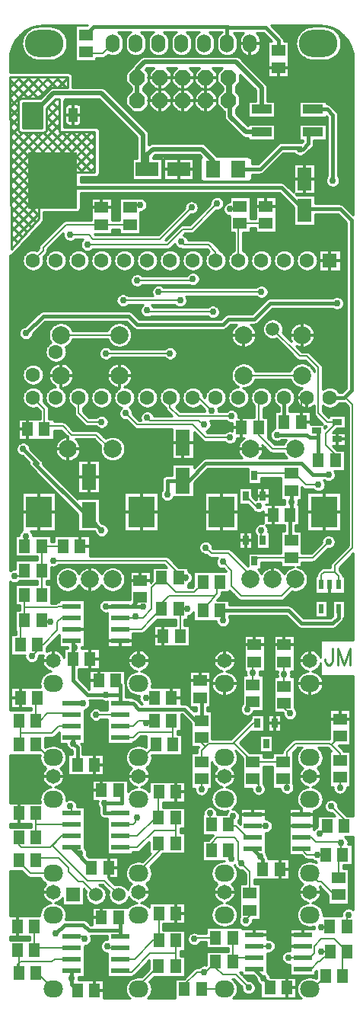
<source format=gtl>
G04 DipTrace 4.1.3.1*
G04 uTemp1.2.GTL*
%MOIN*%
G04 #@! TF.FileFunction,Copper,L1,Top*
G04 #@! TF.Part,Single*
%AMOUTLINE0*
4,1,4,
-0.019685,-0.031496,
0.019685,-0.031496,
0.019685,0.031496,
-0.019685,0.031496,
-0.019685,-0.031496,
0*%
%AMOUTLINE1*
4,1,4,
-0.106299,-0.122047,
0.106299,-0.122047,
0.106299,0.122047,
-0.106299,0.122047,
-0.106299,-0.122047,
0*%
%AMOUTLINE2*
4,1,8,
-0.034184,0.014159,
-0.014159,0.034184,
0.014159,0.034184,
0.034184,0.014159,
0.034184,-0.014159,
0.014159,-0.034184,
-0.014159,-0.034184,
-0.034184,-0.014159,
-0.034184,0.014159,
0*%
%AMOUTLINE3*
4,1,4,
-0.031496,-0.035492,
0.031496,-0.035492,
0.031496,0.035492,
-0.031496,0.035492,
-0.031496,-0.035492,
0*%
G04 #@! TA.AperFunction,Conductor*
%ADD16C,0.008*%
%ADD17C,0.015*%
%ADD18C,0.02*%
G04 #@! TA.AperFunction,CopperBalancing*
%ADD20C,0.013*%
%ADD21C,0.01*%
%ADD22R,0.064961X0.112205*%
%ADD23R,0.051181X0.059055*%
%ADD24R,0.062992X0.100394*%
%ADD25R,0.059055X0.051181*%
%ADD26R,0.100394X0.062992*%
G04 #@! TA.AperFunction,ComponentPad*
%ADD30O,0.085X0.075*%
%ADD31C,0.065*%
%ADD32R,0.086614X0.03937*%
G04 #@! TA.AperFunction,ComponentPad*
%ADD33C,0.07874*%
%ADD34R,0.11811X0.137795*%
%ADD35R,0.06X0.06*%
%ADD36C,0.06*%
%ADD37R,0.025591X0.041339*%
G04 #@! TA.AperFunction,ComponentPad*
%ADD38R,0.062992X0.062992*%
%ADD39C,0.062992*%
%ADD40R,0.07874X0.023622*%
G04 #@! TA.AperFunction,ComponentPad*
%ADD41O,0.06X0.08*%
%ADD42R,0.023622X0.043307*%
%ADD43R,0.041339X0.025591*%
G04 #@! TA.AperFunction,ComponentPad*
%ADD44C,0.059055*%
%ADD45O,0.169291X0.11811*%
G04 #@! TA.AperFunction,ViaPad*
%ADD46C,0.03*%
%ADD100C,0.010807*%
%ADD104OUTLINE0*%
%ADD105OUTLINE1*%
G04 #@! TA.AperFunction,ComponentPad*
%ADD106OUTLINE2*%
%ADD107OUTLINE3*%
%FSLAX26Y26*%
G04*
G70*
G90*
G75*
G01*
G04 Top*
%LPD*%
X1779859Y2225338D2*
D16*
Y2269285D1*
X1792162Y2281589D1*
X1835913D1*
X1838752Y2278750D1*
X1854662Y2262839D1*
Y2225338D1*
X1838752Y2278750D2*
Y2309428D1*
X1917084Y2387761D1*
Y3012564D1*
X1885559Y3044089D1*
X1817162D1*
D17*
X1879866D1*
X1910912Y3075135D1*
Y3819089D1*
X1860912Y3869089D1*
X1710912D1*
X1704662Y3862839D1*
X1604662Y3962839D1*
X633820D1*
X625492Y3971167D1*
X602433Y3994226D1*
X623412Y3969089D2*
X625492Y3971167D1*
X1617263Y2937738D2*
X1617162Y3044089D1*
X1648412Y2587839D2*
Y2638036D1*
Y2587839D2*
Y2537838D1*
X1642162Y2531589D1*
Y2425338D1*
X1648412Y2419089D1*
X1367131Y4593656D2*
Y4662390D1*
X1535874D1*
X1592118Y4606146D1*
Y4562401D1*
X1367131Y4662390D2*
X1370371Y4665631D1*
X782651D1*
X748412Y4631392D1*
X1767194Y2768745D2*
Y2870998D1*
Y2890577D1*
X1757790Y2899981D1*
X1767194Y2870998D2*
X1727434D1*
X1717105Y2881327D1*
X1585912D1*
X1523510Y981490D2*
Y1023625D1*
X1510912Y1036224D1*
Y1037839D1*
X1479612Y1069138D1*
X1554662Y462839D2*
Y475339D1*
X1525149Y504852D1*
X1485863Y544138D1*
X1348412Y2069089D2*
Y2100144D1*
X1335716Y2112839D1*
X1635912D1*
X1692162Y2056589D1*
X1829662D1*
X1854662Y2081589D1*
Y2119039D1*
X1860912Y1456589D2*
D16*
Y1487839D1*
X1825162Y1523589D1*
X1817162Y1531589D1*
X1667162D1*
X1629662Y1494089D1*
Y1469089D1*
X1610912Y1450338D1*
X1479662D1*
X1398412Y1531589D1*
X1391568D1*
X1285912D1*
X1270633Y1516310D1*
X1254662Y1500339D1*
Y1450338D1*
Y1556785D2*
Y1532282D1*
X1270633Y1516310D1*
X1825162Y1523589D2*
Y1527090D1*
X1860912Y1562839D1*
X1500036Y1620712D2*
X1480691D1*
X1391568Y1531589D1*
X898511Y1656589D2*
X792162D1*
X973412Y3556589D2*
X1210913D1*
X1217162Y3562838D1*
X685913Y1706589D2*
X735912D1*
X835912Y3237838D2*
X1117162D1*
X898510Y1175339D2*
X954662D1*
X967162Y1187839D1*
Y1200339D1*
X973412Y1206589D1*
X1304662Y3419089D2*
X1023412D1*
X1017162Y3425338D1*
X685912Y1225339D2*
Y1250339D1*
X679662Y1256589D1*
X898511Y637839D2*
X848412D1*
X842162Y644089D1*
X1160912Y3469089D2*
X910913D1*
X685913Y687839D2*
X729662D1*
X742162Y675339D1*
X1067162Y3506589D2*
X1517162D1*
X867131Y4593656D2*
X866728D1*
X823412Y4550339D1*
X754661D1*
X748412Y4556589D1*
X1879564Y1168990D2*
Y1200436D1*
X1823412Y1256589D1*
X1379662Y2869089D2*
X1273413D1*
X1217162Y2925339D1*
X973412D1*
X923412Y2975339D1*
X1217162Y3044089D2*
X1242162D1*
X1298412Y2987839D1*
X1292162Y1225339D2*
Y1181589D1*
X1298510Y1175241D1*
X1891965Y731589D2*
Y775142D1*
X1898412Y781589D1*
X1385889Y2962839D2*
X1154661D1*
X1117162Y3000338D1*
Y3044089D1*
X1317259Y681490D2*
X1229564D1*
X1223412Y675338D1*
X1267162Y2925339D2*
X1260912D1*
X1242162Y2944089D1*
X1029662D1*
X1017162Y2956589D1*
X485912Y2437839D2*
Y2400141D1*
X479859Y2394089D1*
X679662Y3756589D2*
X760913D1*
X779662Y3737839D1*
X1073412D1*
X1210912Y3875339D1*
X1665619Y2248821D2*
Y2236296D1*
X1604662Y2175339D1*
X1429661D1*
X1385912Y2219089D1*
Y2287839D1*
X1348412Y2325339D1*
X1468769Y2248821D2*
Y2267482D1*
X1373412Y2362839D1*
X1298412D1*
X1273412Y2387839D1*
X817162Y2937839D2*
X754661D1*
X717162Y2975338D1*
Y3044089D1*
X1692067Y2937738D2*
Y3018993D1*
X1717162Y3044089D1*
X1592118Y4487598D2*
X1516937D1*
X1467131Y4537404D1*
Y4593656D1*
X1517299Y4306188D2*
D18*
Y4399745D1*
X1404637Y4512406D1*
X1004229D1*
X973412Y4481589D1*
Y4444128D1*
X973443Y4444096D1*
Y4344096D2*
Y4444096D1*
X604643Y1469089D2*
D16*
X585716D1*
X529465Y1525339D1*
X529662Y1631589D2*
Y1725535D1*
X535716Y1731589D1*
X529662Y1631589D2*
X548412D1*
X579662Y1662839D1*
X679662D1*
X685913Y1656589D1*
Y1606589D2*
X629661D1*
X598412Y1575339D1*
X460913D1*
Y1625535D1*
X454859Y1631589D1*
X460913Y1575339D2*
Y1531590D1*
X454662Y1525339D1*
X979682Y962348D2*
Y969108D1*
X1073412Y1062838D1*
Y1094089D1*
X1067162D1*
X898510Y1125339D2*
X973413D1*
X1054664Y1206590D1*
X1067162D1*
Y1318893D1*
X1067359Y1319090D1*
X898510Y1075339D2*
X973413D1*
X1048413Y1150339D1*
X1141965D1*
Y1206590D1*
Y1094089D2*
Y1150339D1*
X454859Y1019089D2*
X448412D1*
X505152Y962348D1*
X604643D1*
X529465Y1119089D2*
X529662Y1175339D1*
Y1225339D1*
X685912Y1175339D2*
X529662D1*
X685912Y1125339D2*
X642162D1*
X592162Y1075339D1*
X467161D1*
X454662Y1087838D1*
Y1119089D1*
X892162Y869089D2*
X829662Y931589D1*
X754662D1*
X601538Y1084713D1*
X642164Y1125339D1*
X1479564Y1787741D2*
Y1839058D1*
Y1881491D1*
X1485912Y1887839D1*
X1517162Y2462839D2*
Y2425338D1*
X1523412Y2419089D1*
X979682Y456089D2*
Y468911D1*
X1067261Y556490D1*
X898511Y587839D2*
X960913D1*
X1042162Y669089D1*
X1067359D1*
Y787839D1*
X1467162Y875142D2*
Y969089D1*
X1429662Y1006589D1*
X1535912Y1169089D2*
X1479662D1*
X1479612Y1169138D1*
X1298510Y1062741D2*
Y1094187D1*
X1323412Y1119089D1*
X1398413D1*
X1417162Y1100339D1*
Y1019089D1*
X1429662Y1006589D1*
X1504662Y1331589D2*
Y1350535D1*
X1479662Y1375535D1*
X1142064Y556490D2*
Y612839D1*
Y668990D1*
X1142162Y669089D1*
X1142064Y612839D2*
X1029664D1*
X948413Y531589D1*
X904762D1*
X898511Y537839D1*
X529465Y525339D2*
X535392D1*
X604643Y456089D1*
X685913Y637839D2*
X535716D1*
X523216Y625339D1*
Y731589D1*
X685913Y587839D2*
X610912D1*
X598412Y575339D1*
X460912D1*
X448412Y562839D1*
Y531590D1*
X454662Y525339D1*
Y619090D1*
X448413Y625339D1*
X1873216Y512839D2*
Y600142D1*
X1892162Y619089D1*
X1698462Y594138D2*
X1729711D1*
X1748412Y612839D1*
Y644089D1*
X1779662Y675339D1*
X1835912D1*
X1892162Y619089D1*
X1698462Y594138D2*
X1635912D1*
X1629662Y1337839D2*
Y1356784D1*
X1610912Y1375535D1*
X979682Y1469089D2*
X998412D1*
X1054662Y1525339D1*
X898511Y1606589D2*
X954662D1*
X979662Y1631589D1*
X1048413D1*
X1010912D1*
Y1619089D1*
Y1731589D2*
X1048413D1*
X1129465Y1525339D2*
Y1581589D1*
Y1625339D1*
X1123216Y1631589D1*
X898511Y1556589D2*
X954662D1*
X979662Y1581589D1*
X1129465D1*
X1179859Y456589D2*
Y475536D1*
X1235912Y531589D1*
X1267162D1*
X1273607D1*
X1317259Y575241D1*
Y550241D1*
X1348412Y519089D1*
X1404662D1*
X1460912Y462839D1*
X1548412Y644089D2*
X1485913D1*
X1485863Y644138D1*
X1254662Y1375535D2*
Y1331589D1*
X554662Y2394089D2*
Y2287839D1*
Y2181589D1*
Y2394089D2*
X648609D1*
X535912Y1962839D2*
Y1937839D1*
X510912Y1912839D1*
X435912Y2262839D2*
X454859D1*
X479859Y2287839D1*
X535912Y1962839D2*
X560912D1*
X623412Y2025339D1*
Y2062838D1*
X642162Y2081589D1*
X685913D1*
X1617064Y1781490D2*
Y1834257D1*
Y1887741D1*
X1617162Y1887839D1*
X1504662Y2569089D2*
X1492161D1*
X1448412Y2612838D1*
X1454662Y1681589D2*
Y1688036D1*
X1479564Y1712938D1*
X1617064Y1706687D2*
Y1687938D1*
X1642162Y1662839D1*
X1854662Y943892D2*
Y1025535D1*
X1873216Y1044089D1*
X1692211Y1119138D2*
X1735863D1*
X1754662Y1100339D1*
X1867162D1*
Y1098291D1*
Y1050142D1*
X1873216Y1044089D1*
X1860912Y1337839D2*
Y1381785D1*
X1485863Y594138D2*
X1410960D1*
X1392063Y575241D1*
Y681490D1*
X1817359Y619089D2*
X1779662D1*
Y725339D2*
X1817162D1*
Y731589D1*
X1698462Y544138D2*
X1735962D1*
X1767162Y575339D1*
X1773610D1*
X1817359Y619089D1*
X1479612Y1119138D2*
X1454612D1*
X1404662Y1169089D1*
X1379465D1*
X1373313Y1175241D1*
Y1193990D1*
X1392162Y1212839D1*
X1385912Y1025339D2*
Y1050142D1*
X1373313Y1062741D1*
X1798413Y1044089D2*
X1760912D1*
X1773412Y1137641D2*
X1804761Y1168990D1*
X1798413Y1044089D2*
X1717261D1*
X1692211Y1069138D1*
X1854662Y869089D2*
X1835913D1*
X1779662Y925339D1*
X1766702D1*
X1729694Y962347D1*
X1467162Y800339D2*
Y775339D1*
X1448412Y756589D1*
X1729682Y456089D2*
X1741662D1*
X1798413Y512839D1*
X1254662Y456589D2*
X1354182D1*
X1354682Y456089D1*
X461109Y1962839D2*
Y2050535D1*
X479662Y2069089D1*
X479859Y2128510D1*
Y2181589D1*
X685913Y2131589D2*
X629661D1*
X623412Y2125339D1*
X483030D1*
X479859Y2128510D1*
X554465Y2069089D2*
Y2062839D1*
X592162D1*
X604662Y2331589D2*
X1098412D1*
X1185912Y2244089D1*
Y2256589D1*
X1154662D1*
X1154564Y2118990D2*
X1192160D1*
X1160912Y2000339D2*
Y2112642D1*
X1154564Y2118990D1*
X898511Y2031589D2*
X992161D1*
X1035912Y2075339D1*
X1036110D1*
X1079761Y2118990D1*
Y2144188D1*
X1110912Y2175339D1*
X1310913D1*
X1323412Y2187838D1*
Y2237839D1*
X1335716D1*
X1260913Y2112839D2*
X1323412Y2187838D1*
X898511Y2081589D2*
X967162D1*
X998412D1*
X1035912Y2119089D1*
Y2212641D1*
X1079859Y2256589D1*
X967162Y2087839D2*
Y2081589D1*
X1260913Y2237839D2*
Y2231590D1*
X1223412Y2194089D1*
X1142359D1*
X1079859Y2256589D1*
X1017162Y4044089D2*
D18*
X998412D1*
Y4194090D1*
X817162Y4375339D1*
X606380D1*
X512669Y4281628D1*
X1017162Y4044089D2*
Y4106589D1*
X1042162Y4131589D1*
X1254662D1*
X1304662Y4081589D1*
Y4044620D1*
X1305194Y4044089D1*
X792162Y869089D2*
D16*
X735912Y925339D1*
X717161D1*
X673412Y969089D1*
Y987839D1*
X629662Y1031589D1*
X542162D1*
X529662Y1019089D1*
X985913Y3887839D2*
X954859D1*
X942162Y3875142D1*
X895147Y3318309D2*
X639241D1*
X1695147Y3141144D2*
X1439241D1*
X1379640Y3868724D2*
X1410744D1*
X1423412Y3881392D1*
X1841997Y2768745D2*
Y2793931D1*
X1798346Y2837582D1*
Y2887388D1*
X1848341Y2937383D1*
X1804784D1*
X1767099Y2975068D1*
Y3175047D1*
X1717105Y3225041D1*
X1686168D1*
X1567120Y3344089D1*
X1517299Y4206188D2*
D18*
X1448383D1*
X1379640Y4274931D1*
Y4437900D1*
X1373443Y4444096D1*
Y4344096D2*
Y4444096D1*
X1317162Y3644089D2*
D16*
Y3681589D1*
X1285912Y3712839D1*
X1179662D1*
X1167162Y3725339D1*
X754662Y3712839D2*
X1104664D1*
X1173413Y3781589D1*
X1210912D1*
X1323412Y3894089D1*
X942162Y3800339D2*
X817162D1*
X660912D1*
X560912Y3700339D1*
Y3687838D1*
X517162Y3644089D1*
X1504664Y2912839D2*
Y3031590D1*
X1517162Y3044089D1*
X1665619Y2819687D2*
X1566267D1*
X1504664Y2881291D1*
Y2912839D1*
X865619Y2819687D2*
X854064D1*
X792162Y2881589D1*
X685912D1*
X648412Y2919089D1*
X579662D1*
X567162Y2906589D1*
Y2994089D1*
X517162Y3044089D1*
X1535912Y3806589D2*
X1423412D1*
X1417162Y3644089D2*
Y3800339D1*
X1423412Y3806589D1*
X1648412Y2712839D2*
X1495263D1*
X1485813Y2703389D1*
X1648412Y2712839D2*
Y2725044D1*
X1710855Y2662600D1*
X1767099D1*
X1648412Y2344285D2*
X1501758D1*
X1486010Y2328537D1*
X1648412Y2344285D2*
X1742358D1*
X1810912Y2412839D1*
X685913Y537839D2*
D17*
Y503864D1*
Y475338D1*
X711010Y450241D1*
X773413Y987839D2*
X773412D1*
X685912Y1075339D1*
X898511Y2131589D2*
X948412D1*
X985912Y2169089D1*
X723412Y1050339D2*
X714355D1*
X685912Y1075339D1*
X692162Y1531589D2*
Y1550339D1*
X685913Y1556589D1*
X711010Y1437741D2*
Y1512741D1*
X692162Y1531589D1*
X835912Y2131589D2*
X898511D1*
X998412D1*
X1104662Y2619089D2*
Y2681589D1*
X1173412D1*
X1417162Y4044089D2*
X1510912D1*
X1604269Y4137446D1*
X1685858D1*
Y4131196D1*
X1698357D1*
X1723354Y4156194D1*
Y4206188D1*
X1742102D1*
X1173412Y2681589D2*
X1198412D1*
X1273412Y2756589D1*
X1691859D1*
X1742102Y2706346D1*
X1810845D1*
X1254662Y1631589D2*
X1229662D1*
X1179662Y1681589D1*
X979662D1*
X954662Y1706589D1*
X898511D1*
X692162Y1900339D2*
Y1950339D1*
Y1975339D1*
X685913Y1981589D1*
X898510Y1225339D2*
X829662D1*
Y1269089D1*
X904761D1*
Y1312544D1*
X891965Y1325339D1*
X898511Y1706589D2*
Y1744537D1*
Y1787543D1*
X879564Y1806490D1*
X898511Y1744537D2*
X754214D1*
X692162Y1806589D1*
Y1900339D1*
X898511Y687839D2*
Y712999D1*
Y762543D1*
X892064Y768990D1*
X898511Y712999D2*
X760752D1*
X735912Y737839D1*
X654662D1*
X617162Y700339D1*
X836362Y1744537D2*
X898511D1*
X760912Y2531589D2*
Y2519090D1*
X817162Y2462839D1*
X698412Y1950339D2*
X692162D1*
X1254662Y1631589D2*
Y1725535D1*
X1248510Y1731687D1*
X760912Y2519090D2*
X523413Y2756589D1*
X535912D1*
X473412Y2819089D1*
X485912Y3325338D2*
X560913Y3400339D1*
X935912D1*
X973412Y3362839D1*
X1348413D1*
X1373413Y3387839D1*
X1486194D1*
X1554943Y3456589D1*
X1848412D1*
X1829593Y3994158D2*
Y4281180D1*
X1804585Y4306188D1*
X1742102D1*
D46*
X1648412Y2587839D3*
D3*
X1585912Y2881327D3*
X1525149Y504852D3*
X1510912Y1037839D3*
X1348412Y2069089D3*
X792162Y1656589D3*
X973412Y3556589D3*
X1217162Y3562838D3*
X735912Y1706589D3*
X835912Y3237838D3*
X1117162D3*
X973412Y1206589D3*
X1304662Y3419089D3*
X1017162Y3425338D3*
X679662Y1256589D3*
X842162Y644089D3*
X1160912Y3469089D3*
X910913D3*
X742162Y675339D3*
X1067162Y3506589D3*
X1517162D3*
X1823412Y1256589D3*
X1379662Y2869089D3*
X923412Y2975339D3*
X1298412Y2987839D3*
X1292162Y1225339D3*
X1898412Y781589D3*
X1385889Y2962839D3*
X1223412Y675338D3*
X1267162Y2925339D3*
X1017162Y2956589D3*
X485912Y2437839D3*
X679662Y3756589D3*
X1210912Y3875339D3*
X1348412Y2325339D3*
X1273412Y2387839D3*
X817162Y2937839D3*
X1517162Y2462839D3*
X1479564Y1839058D3*
X1429662Y1006589D3*
X1535912Y1169089D3*
X1504662Y1331589D3*
X1635912Y594138D3*
X1629662Y1337839D3*
X1010912Y1619089D3*
Y1731589D3*
X1460912Y462839D3*
X1548412Y644089D3*
X1254662Y1331589D3*
X1267162Y531589D3*
X510912Y1912839D3*
X435912Y2262839D3*
X1504662Y2569089D3*
X1617064Y1834257D3*
X1454662Y1681589D3*
X1642162Y1662839D3*
X1860912Y1337839D3*
X1867162Y1098291D3*
X1779662Y619089D3*
Y725339D3*
X1392162Y1212839D3*
X1385912Y1025339D3*
X1760912Y1044089D3*
X1773412Y1137641D3*
X1448412Y756589D3*
X592162Y2062839D3*
X604662Y2331589D3*
X1192160Y2118990D3*
X1185912Y2256589D3*
X967162Y2087839D3*
X985913Y3887839D3*
X1379640Y3868724D3*
X1167162Y3725339D3*
X754662Y3712839D3*
X1323412Y3894089D3*
X1767099Y2662600D3*
X1810912Y2412839D3*
X723412Y1050339D3*
X685913Y503864D3*
X692162Y1531589D3*
D3*
X835912Y2131589D3*
X998412D3*
X1104662Y2619089D3*
X1810845Y2706346D3*
X1685858Y4131196D3*
X617162Y700339D3*
X829662Y1269089D3*
X836362Y1744537D3*
X829662Y1269089D3*
X817162Y2462839D3*
X698412Y1950339D3*
X473412Y2819089D3*
X485912Y3325338D3*
X1848412Y3456589D3*
X1829593Y3994158D3*
X460912Y862839D3*
X992162Y2687839D3*
X835912Y2656589D3*
X698412D3*
X592162Y2744089D3*
X1317162Y2812839D3*
X1335912Y3150339D3*
X698412Y787839D3*
X535912Y3969089D3*
X579662D3*
X623412D3*
X629662Y4025339D3*
X573412D3*
X529662D3*
X860912Y456589D3*
X785912Y562839D3*
X948412Y1031589D3*
X621406Y4663220D2*
D21*
X702493D1*
X1568438D2*
X1712922D1*
X638829Y4653351D2*
X702493D1*
X1578301D2*
X1695500D1*
X475430Y4643482D2*
X484855D1*
X649473D2*
X702493D1*
X1588164D2*
X1684855D1*
X1849473D2*
X1858899D1*
X463418Y4633614D2*
X477473D1*
X656855D2*
X702493D1*
X902246D2*
X932023D1*
X1002246D2*
X1032023D1*
X1102246D2*
X1132023D1*
X1202246D2*
X1232023D1*
X1302246D2*
X1332023D1*
X1402246D2*
X1432023D1*
X1502246D2*
X1531262D1*
X1598027D2*
X1677473D1*
X1856855D2*
X1870910D1*
X453809Y4623745D2*
X472278D1*
X662051D2*
X702493D1*
X908847D2*
X925422D1*
X1008847D2*
X1025422D1*
X1108847D2*
X1125422D1*
X1208847D2*
X1225422D1*
X1308847D2*
X1325422D1*
X1408847D2*
X1425422D1*
X1508847D2*
X1541126D1*
X1607910D2*
X1672278D1*
X1862051D2*
X1880519D1*
X445879Y4613876D2*
X468801D1*
X665527D2*
X702493D1*
X912363D2*
X921887D1*
X1012363D2*
X1021887D1*
X1112363D2*
X1121887D1*
X1212363D2*
X1221887D1*
X1312363D2*
X1321887D1*
X1412363D2*
X1421887D1*
X1512363D2*
X1551007D1*
X1614668D2*
X1668801D1*
X1865527D2*
X1888450D1*
X438555Y4604007D2*
X466790D1*
X667539D2*
X702493D1*
X913535D2*
X920735D1*
X1013535D2*
X1020735D1*
X1113535D2*
X1120735D1*
X1213535D2*
X1220735D1*
X1313535D2*
X1320735D1*
X1413535D2*
X1420735D1*
X1513535D2*
X1560871D1*
X1616015D2*
X1666790D1*
X1867539D2*
X1895774D1*
X433535Y4594138D2*
X466126D1*
X668203D2*
X702493D1*
X913535D2*
X920735D1*
X1013535D2*
X1020735D1*
X1113535D2*
X1120735D1*
X1213535D2*
X1220735D1*
X1313535D2*
X1320735D1*
X1413535D2*
X1420735D1*
X1513535D2*
X1546183D1*
X1638047D2*
X1666126D1*
X1868203D2*
X1900794D1*
X428515Y4584270D2*
X466770D1*
X667559D2*
X702493D1*
X913535D2*
X920735D1*
X1013535D2*
X1020735D1*
X1113535D2*
X1120735D1*
X1213535D2*
X1220735D1*
X1313535D2*
X1320735D1*
X1413535D2*
X1420735D1*
X1513535D2*
X1546183D1*
X1638047D2*
X1666770D1*
X1867559D2*
X1905813D1*
X424630Y4574401D2*
X468762D1*
X665567D2*
X702493D1*
X912578D2*
X921691D1*
X1012578D2*
X1021691D1*
X1112578D2*
X1121691D1*
X1212578D2*
X1221691D1*
X1312578D2*
X1321691D1*
X1412578D2*
X1421691D1*
X1512578D2*
X1546183D1*
X1638047D2*
X1668762D1*
X1865567D2*
X1909699D1*
X421954Y4564532D2*
X472238D1*
X662090D2*
X702493D1*
X909297D2*
X924954D1*
X1009297D2*
X1024954D1*
X1109297D2*
X1124954D1*
X1209297D2*
X1224954D1*
X1309297D2*
X1324954D1*
X1409297D2*
X1424954D1*
X1509297D2*
X1546183D1*
X1638047D2*
X1672238D1*
X1862090D2*
X1912375D1*
X419278Y4554663D2*
X477414D1*
X656914D2*
X702493D1*
X903067D2*
X931183D1*
X1003067D2*
X1031183D1*
X1103067D2*
X1131183D1*
X1203067D2*
X1231183D1*
X1303067D2*
X1331183D1*
X1403067D2*
X1431183D1*
X1503067D2*
X1546183D1*
X1638047D2*
X1677414D1*
X1856914D2*
X1915051D1*
X417715Y4544795D2*
X484778D1*
X649551D2*
X702493D1*
X891602D2*
X942649D1*
X991602D2*
X1042649D1*
X1091602D2*
X1142649D1*
X1191602D2*
X1242649D1*
X1291602D2*
X1342649D1*
X1391602D2*
X1442649D1*
X1491602D2*
X1546183D1*
X1638047D2*
X1684778D1*
X1849551D2*
X1916614D1*
X417130Y4534926D2*
X495363D1*
X638965D2*
X702493D1*
X836191D2*
X991477D1*
X1417383D2*
X1546183D1*
X1638047D2*
X1695363D1*
X1838965D2*
X1917199D1*
X416543Y4525057D2*
X512668D1*
X621641D2*
X702493D1*
X794336D2*
X979954D1*
X1428906D2*
X1546183D1*
X1638047D2*
X1712668D1*
X1821641D2*
X1917766D1*
X416172Y4515188D2*
X970090D1*
X1438770D2*
X1546183D1*
X1638047D2*
X1918157D1*
X416172Y4505320D2*
X960227D1*
X1448653D2*
X1546183D1*
X1638047D2*
X1918157D1*
X416172Y4495451D2*
X951126D1*
X1458515D2*
X1546183D1*
X1638047D2*
X1918157D1*
X416172Y4485582D2*
X943801D1*
X1014317D2*
X1043801D1*
X1103086D2*
X1143801D1*
X1203086D2*
X1243801D1*
X1303086D2*
X1343801D1*
X1468379D2*
X1546183D1*
X1638047D2*
X1918157D1*
X416172Y4475713D2*
X933938D1*
X1012950D2*
X1033938D1*
X1112950D2*
X1133938D1*
X1212950D2*
X1233938D1*
X1312950D2*
X1333938D1*
X1478242D2*
X1546183D1*
X1638047D2*
X1918157D1*
X416172Y4465845D2*
X924855D1*
X1488126D2*
X1546183D1*
X1638047D2*
X1918157D1*
X688750Y4455976D2*
X922863D1*
X1497989D2*
X1546183D1*
X1638047D2*
X1918157D1*
X689825Y4446107D2*
X922863D1*
X1424023D2*
X1434015D1*
X1507851D2*
X1918157D1*
X689825Y4436238D2*
X922863D1*
X1424023D2*
X1443879D1*
X1517735D2*
X1918157D1*
X689825Y4426369D2*
X923274D1*
X1423614D2*
X1453762D1*
X1527598D2*
X1918157D1*
X689843Y4416501D2*
X929914D1*
X1016973D2*
X1029914D1*
X1116973D2*
X1129914D1*
X1216973D2*
X1229914D1*
X1316973D2*
X1329914D1*
X1416973D2*
X1463626D1*
X1537383D2*
X1918157D1*
X689843Y4406632D2*
X939778D1*
X1007110D2*
X1039778D1*
X1107110D2*
X1139778D1*
X1207110D2*
X1239778D1*
X1307110D2*
X1339778D1*
X1407110D2*
X1473489D1*
X1542754D2*
X1918157D1*
X831817Y4396763D2*
X947043D1*
X999843D2*
X1050266D1*
X1096622D2*
X1150266D1*
X1196622D2*
X1250266D1*
X1296622D2*
X1347043D1*
X1406035D2*
X1483351D1*
X1543691D2*
X1918157D1*
X842519Y4386894D2*
X945130D1*
X1001758D2*
X1045130D1*
X1101758D2*
X1145130D1*
X1201758D2*
X1245130D1*
X1301758D2*
X1345130D1*
X1406035D2*
X1490891D1*
X1543691D2*
X1918157D1*
X852402Y4377026D2*
X935246D1*
X1011641D2*
X1035246D1*
X1111641D2*
X1135246D1*
X1211641D2*
X1235246D1*
X1311641D2*
X1335246D1*
X1411641D2*
X1490891D1*
X1543691D2*
X1918157D1*
X862266Y4367157D2*
X925695D1*
X1421191D2*
X1490891D1*
X1543691D2*
X1918157D1*
X872130Y4357288D2*
X922863D1*
X1424023D2*
X1490891D1*
X1543691D2*
X1918157D1*
X656231Y4347419D2*
X808157D1*
X882011D2*
X922863D1*
X1424023D2*
X1490891D1*
X1543691D2*
X1918157D1*
X652363Y4337551D2*
X818039D1*
X891875D2*
X922863D1*
X1424023D2*
X1457590D1*
X1577011D2*
X1682395D1*
X1801817D2*
X1918157D1*
X652363Y4327682D2*
X666496D1*
X717910D2*
X827902D1*
X901738D2*
X923019D1*
X1423867D2*
X1457590D1*
X1577011D2*
X1682395D1*
X1813496D2*
X1918157D1*
X727559Y4317813D2*
X837766D1*
X911602D2*
X928606D1*
X1018282D2*
X1028606D1*
X1118282D2*
X1128606D1*
X1218282D2*
X1228606D1*
X1318282D2*
X1328606D1*
X1418282D2*
X1457590D1*
X1577011D2*
X1682395D1*
X1826347D2*
X1918157D1*
X728282Y4307944D2*
X847630D1*
X921485D2*
X938469D1*
X1008418D2*
X1038469D1*
X1108418D2*
X1138469D1*
X1208418D2*
X1238469D1*
X1308418D2*
X1338469D1*
X1408418D2*
X1457590D1*
X1577011D2*
X1682395D1*
X1836211D2*
X1918157D1*
X728282Y4298075D2*
X857511D1*
X931347D2*
X948430D1*
X998458D2*
X1048430D1*
X1098458D2*
X1148430D1*
X1198458D2*
X1248430D1*
X1298458D2*
X1348430D1*
X1406035D2*
X1457590D1*
X1577011D2*
X1682395D1*
X1846074D2*
X1918157D1*
X728282Y4288207D2*
X867375D1*
X941211D2*
X1353235D1*
X1406035D2*
X1457590D1*
X1577011D2*
X1682395D1*
X1852383D2*
X1918157D1*
X728282Y4278338D2*
X877238D1*
X951094D2*
X1353235D1*
X1413145D2*
X1457590D1*
X1577011D2*
X1682395D1*
X1853496D2*
X1918157D1*
X728282Y4268469D2*
X887102D1*
X960958D2*
X1354074D1*
X1423027D2*
X1805695D1*
X1853496D2*
X1918157D1*
X728282Y4258600D2*
X896985D1*
X970821D2*
X1359191D1*
X1432891D2*
X1805695D1*
X1853496D2*
X1918157D1*
X728223Y4248732D2*
X906847D1*
X980683D2*
X1368918D1*
X1442754D2*
X1805695D1*
X1853496D2*
X1918157D1*
X652363Y4238863D2*
X661007D1*
X723379D2*
X916711D1*
X990567D2*
X1378782D1*
X1577011D2*
X1682395D1*
X1853496D2*
X1918157D1*
X652363Y4228994D2*
X926594D1*
X1000430D2*
X1388664D1*
X1577011D2*
X1682395D1*
X1853496D2*
X1918157D1*
X807227Y4219125D2*
X936458D1*
X1010294D2*
X1398527D1*
X1577011D2*
X1682395D1*
X1853496D2*
X1918157D1*
X808555Y4209257D2*
X946321D1*
X1019786D2*
X1408391D1*
X1577011D2*
X1682395D1*
X1853496D2*
X1918157D1*
X808555Y4199388D2*
X956183D1*
X1024258D2*
X1418254D1*
X1577011D2*
X1682395D1*
X1853496D2*
X1918157D1*
X808555Y4189519D2*
X966067D1*
X1024805D2*
X1428137D1*
X1577011D2*
X1682395D1*
X1853496D2*
X1918157D1*
X808555Y4179650D2*
X972004D1*
X1024805D2*
X1457590D1*
X1577011D2*
X1682395D1*
X1853496D2*
X1918157D1*
X808555Y4169782D2*
X972004D1*
X1024805D2*
X1699446D1*
X1747246D2*
X1805695D1*
X1853496D2*
X1918157D1*
X808555Y4159913D2*
X972004D1*
X1024805D2*
X1598839D1*
X1747246D2*
X1805695D1*
X1853496D2*
X1918157D1*
X808555Y4150044D2*
X972004D1*
X1273106D2*
X1583489D1*
X1746406D2*
X1805695D1*
X1853496D2*
X1918157D1*
X808555Y4140175D2*
X972004D1*
X1282989D2*
X1573606D1*
X1740723D2*
X1805695D1*
X1853496D2*
X1918157D1*
X808555Y4130306D2*
X972004D1*
X1292871D2*
X1563742D1*
X1730859D2*
X1805695D1*
X1853496D2*
X1918157D1*
X808555Y4120438D2*
X972004D1*
X1302735D2*
X1553879D1*
X1720977D2*
X1805695D1*
X1853496D2*
X1918157D1*
X808555Y4110569D2*
X972004D1*
X1312598D2*
X1544015D1*
X1610782D2*
X1662531D1*
X1709297D2*
X1805695D1*
X1853496D2*
X1918157D1*
X808555Y4100700D2*
X972004D1*
X1048203D2*
X1248626D1*
X1322481D2*
X1534133D1*
X1600918D2*
X1805695D1*
X1853496D2*
X1918157D1*
X808555Y4090831D2*
X950559D1*
X1221563D2*
X1248977D1*
X1473379D2*
X1524270D1*
X1591035D2*
X1805695D1*
X1853496D2*
X1918157D1*
X808555Y4080963D2*
X950559D1*
X1221563D2*
X1246809D1*
X1475547D2*
X1514406D1*
X1581172D2*
X1805695D1*
X1853496D2*
X1918157D1*
X808555Y4071094D2*
X950559D1*
X1221563D2*
X1246809D1*
X1475547D2*
X1504523D1*
X1571309D2*
X1805695D1*
X1853496D2*
X1918157D1*
X808555Y4061225D2*
X950559D1*
X1221563D2*
X1246809D1*
X1561426D2*
X1656770D1*
X1752559D2*
X1805695D1*
X1853496D2*
X1918157D1*
X808555Y4051356D2*
X950559D1*
X1221563D2*
X1246809D1*
X1551563D2*
X1656770D1*
X1752559D2*
X1805695D1*
X1853496D2*
X1918157D1*
X808555Y4041488D2*
X950559D1*
X1221563D2*
X1246809D1*
X1541699D2*
X1656770D1*
X1752559D2*
X1805695D1*
X1853496D2*
X1918157D1*
X808555Y4031619D2*
X950559D1*
X1221563D2*
X1246809D1*
X1531836D2*
X1656770D1*
X1752559D2*
X1805695D1*
X1853496D2*
X1918157D1*
X808145Y4021750D2*
X950559D1*
X1221563D2*
X1246809D1*
X1516954D2*
X1656770D1*
X1752559D2*
X1805695D1*
X1853496D2*
X1918157D1*
X800645Y4011881D2*
X950559D1*
X1221563D2*
X1246809D1*
X1475547D2*
X1656770D1*
X1752559D2*
X1803899D1*
X1855294D2*
X1918157D1*
X725137Y4002012D2*
X950559D1*
X1221563D2*
X1247179D1*
X1475175D2*
X1656770D1*
X1752559D2*
X1799231D1*
X1859962D2*
X1918157D1*
X725137Y3992144D2*
X1253839D1*
X1468515D2*
X1656770D1*
X1752559D2*
X1798254D1*
X1860918D2*
X1918157D1*
X1617774Y3982275D2*
X1656770D1*
X1752559D2*
X1800618D1*
X1858574D2*
X1918157D1*
X1628477Y3972406D2*
X1656770D1*
X1752559D2*
X1807355D1*
X1851836D2*
X1918157D1*
X1638339Y3962537D2*
X1656770D1*
X1752559D2*
X1918157D1*
X1648223Y3952669D2*
X1656770D1*
X1752559D2*
X1918157D1*
X1752559Y3942800D2*
X1918157D1*
X725137Y3932931D2*
X1601183D1*
X1667950D2*
X1918157D1*
X725137Y3923062D2*
X1313215D1*
X1333614D2*
X1611047D1*
X1752559D2*
X1918157D1*
X725137Y3913194D2*
X771242D1*
X863086D2*
X896242D1*
X1003691D2*
X1298762D1*
X1348067D2*
X1377493D1*
X1469336D2*
X1489993D1*
X1581836D2*
X1620930D1*
X1752559D2*
X1918157D1*
X725137Y3903325D2*
X771242D1*
X863086D2*
X896242D1*
X1013067D2*
X1198039D1*
X1223790D2*
X1293450D1*
X1353379D2*
X1377493D1*
X1469336D2*
X1489993D1*
X1581836D2*
X1630794D1*
X1752559D2*
X1918157D1*
X725137Y3893456D2*
X771242D1*
X863086D2*
X896242D1*
X1016797D2*
X1185500D1*
X1236329D2*
X1292023D1*
X1354805D2*
X1360969D1*
X1469336D2*
X1489993D1*
X1581836D2*
X1640657D1*
X1752559D2*
X1918157D1*
X725137Y3883587D2*
X771242D1*
X863086D2*
X896242D1*
X1017011D2*
X1180657D1*
X1241172D2*
X1284465D1*
X1469336D2*
X1489993D1*
X1581836D2*
X1650519D1*
X1879805D2*
X1918157D1*
X725137Y3873719D2*
X771242D1*
X863086D2*
X896242D1*
X1013829D2*
X1179563D1*
X1242266D2*
X1274602D1*
X1469336D2*
X1489993D1*
X1581836D2*
X1656770D1*
X1889668D2*
X1918157D1*
X722675Y3863850D2*
X771242D1*
X863086D2*
X896242D1*
X1005586D2*
X1170989D1*
X1240059D2*
X1264738D1*
X1327539D2*
X1348626D1*
X1469336D2*
X1489993D1*
X1581836D2*
X1656770D1*
X1899531D2*
X1918157D1*
X564825Y3853981D2*
X771242D1*
X863086D2*
X896242D1*
X988086D2*
X1161126D1*
X1233535D2*
X1254875D1*
X1311738D2*
X1352063D1*
X1469336D2*
X1489993D1*
X1581836D2*
X1656770D1*
X1909414D2*
X1918157D1*
X564825Y3844112D2*
X771242D1*
X863086D2*
X896242D1*
X988086D2*
X1151242D1*
X1208126D2*
X1244993D1*
X1301875D2*
X1360794D1*
X1469336D2*
X1489993D1*
X1581836D2*
X1656770D1*
X1752559D2*
X1852511D1*
X564825Y3834243D2*
X771242D1*
X863086D2*
X896242D1*
X988086D2*
X1141379D1*
X1198242D2*
X1235130D1*
X1292011D2*
X1377493D1*
X1469336D2*
X1489993D1*
X1581836D2*
X1656770D1*
X1752559D2*
X1862375D1*
X564786Y3824375D2*
X771242D1*
X863086D2*
X896242D1*
X988086D2*
X1131515D1*
X1188379D2*
X1225266D1*
X1282130D2*
X1377493D1*
X1581836D2*
X1656770D1*
X1752559D2*
X1872238D1*
X560371Y3814506D2*
X646653D1*
X988086D2*
X1121633D1*
X1178515D2*
X1215402D1*
X1272266D2*
X1377493D1*
X1581836D2*
X1656770D1*
X1752559D2*
X1882102D1*
X551367Y3804637D2*
X636770D1*
X988086D2*
X1111770D1*
X1168653D2*
X1205519D1*
X1262402D2*
X1377493D1*
X1581836D2*
X1656770D1*
X1752559D2*
X1887004D1*
X542343Y3794768D2*
X626906D1*
X988086D2*
X1101906D1*
X1252519D2*
X1377493D1*
X1581836D2*
X1887004D1*
X533339Y3784900D2*
X617043D1*
X988086D2*
X1092043D1*
X1242657D2*
X1377493D1*
X1469336D2*
X1489993D1*
X1581836D2*
X1887004D1*
X524336Y3775031D2*
X607161D1*
X863086D2*
X896242D1*
X988086D2*
X1082161D1*
X1232794D2*
X1377493D1*
X1469336D2*
X1489993D1*
X1581836D2*
X1887004D1*
X515313Y3765162D2*
X597297D1*
X863086D2*
X896242D1*
X988086D2*
X1072297D1*
X1222227D2*
X1396770D1*
X1437559D2*
X1887004D1*
X506309Y3755293D2*
X587434D1*
X1175547D2*
X1396770D1*
X1437559D2*
X1887004D1*
X497305Y3745425D2*
X577570D1*
X634434D2*
X650383D1*
X1190977D2*
X1396770D1*
X1437559D2*
X1887004D1*
X488282Y3735556D2*
X567687D1*
X624570D2*
X656711D1*
X702618D2*
X733469D1*
X1196797D2*
X1396770D1*
X1437559D2*
X1887004D1*
X479278Y3725687D2*
X557825D1*
X614687D2*
X726106D1*
X1301504D2*
X1396770D1*
X1437559D2*
X1887004D1*
X470274Y3715818D2*
X547962D1*
X604825D2*
X723410D1*
X1311367D2*
X1396770D1*
X1437559D2*
X1887004D1*
X461250Y3705949D2*
X541339D1*
X594962D2*
X724055D1*
X1126211D2*
X1142746D1*
X1321231D2*
X1396770D1*
X1437559D2*
X1887004D1*
X452246Y3696081D2*
X540519D1*
X585098D2*
X728294D1*
X1115430D2*
X1157902D1*
X1331114D2*
X1396770D1*
X1437559D2*
X1887004D1*
X443242Y3686212D2*
X495559D1*
X581250D2*
X595559D1*
X638770D2*
X695559D1*
X770332D2*
X795559D1*
X838770D2*
X895559D1*
X938770D2*
X995559D1*
X1038770D2*
X1095559D1*
X1138770D2*
X1195559D1*
X1238770D2*
X1284094D1*
X1338770D2*
X1395559D1*
X1438770D2*
X1495559D1*
X1538770D2*
X1595559D1*
X1638770D2*
X1695559D1*
X1738770D2*
X1769270D1*
X1865059D2*
X1887004D1*
X434219Y3676343D2*
X482122D1*
X652207D2*
X682122D1*
X752207D2*
X782122D1*
X852207D2*
X882122D1*
X952207D2*
X982122D1*
X1052207D2*
X1082122D1*
X1152207D2*
X1182122D1*
X1252207D2*
X1282122D1*
X1352207D2*
X1382122D1*
X1452207D2*
X1482122D1*
X1552207D2*
X1582122D1*
X1652207D2*
X1682122D1*
X1752207D2*
X1769270D1*
X1865059D2*
X1887004D1*
X421114Y3666474D2*
X474954D1*
X567989D2*
X574954D1*
X659375D2*
X674954D1*
X759375D2*
X774954D1*
X859375D2*
X874954D1*
X959375D2*
X974954D1*
X1059375D2*
X1074954D1*
X1159375D2*
X1174954D1*
X1259375D2*
X1274954D1*
X1359375D2*
X1374954D1*
X1459375D2*
X1474954D1*
X1559375D2*
X1574954D1*
X1659375D2*
X1674954D1*
X1759375D2*
X1769270D1*
X1865059D2*
X1887004D1*
X416172Y3656606D2*
X470969D1*
X563359D2*
X570969D1*
X663359D2*
X670969D1*
X763359D2*
X770969D1*
X863359D2*
X870969D1*
X963359D2*
X970969D1*
X1063359D2*
X1070969D1*
X1163359D2*
X1170969D1*
X1263359D2*
X1270969D1*
X1363359D2*
X1370969D1*
X1463359D2*
X1470969D1*
X1563359D2*
X1570969D1*
X1663359D2*
X1670969D1*
X1763359D2*
X1769270D1*
X1865059D2*
X1887004D1*
X416172Y3646737D2*
X469347D1*
X1865059D2*
X1887004D1*
X416172Y3636868D2*
X469817D1*
X564493D2*
X569817D1*
X664493D2*
X669817D1*
X764493D2*
X769817D1*
X864493D2*
X869817D1*
X964493D2*
X969817D1*
X1064493D2*
X1069817D1*
X1164493D2*
X1169817D1*
X1264493D2*
X1269817D1*
X1364493D2*
X1369817D1*
X1464493D2*
X1469817D1*
X1564493D2*
X1569817D1*
X1664493D2*
X1669817D1*
X1865059D2*
X1887004D1*
X416172Y3626999D2*
X472493D1*
X561836D2*
X572493D1*
X661836D2*
X672493D1*
X761836D2*
X772493D1*
X861836D2*
X872493D1*
X961836D2*
X972493D1*
X1061836D2*
X1072493D1*
X1161836D2*
X1172493D1*
X1261836D2*
X1272493D1*
X1361836D2*
X1372493D1*
X1461836D2*
X1472493D1*
X1561836D2*
X1572493D1*
X1661836D2*
X1672493D1*
X1761836D2*
X1769270D1*
X1865059D2*
X1887004D1*
X416172Y3617131D2*
X477786D1*
X556543D2*
X577786D1*
X656543D2*
X677786D1*
X756543D2*
X777786D1*
X856543D2*
X877786D1*
X956543D2*
X977786D1*
X1056543D2*
X1077786D1*
X1156543D2*
X1177786D1*
X1256543D2*
X1277786D1*
X1356543D2*
X1377786D1*
X1456543D2*
X1477786D1*
X1556543D2*
X1577786D1*
X1656543D2*
X1677786D1*
X1756543D2*
X1769270D1*
X1865059D2*
X1887004D1*
X416172Y3607262D2*
X487122D1*
X547187D2*
X587122D1*
X647187D2*
X687122D1*
X747187D2*
X787122D1*
X847187D2*
X887122D1*
X947187D2*
X987122D1*
X1047187D2*
X1087122D1*
X1147187D2*
X1187122D1*
X1247187D2*
X1287122D1*
X1347187D2*
X1387122D1*
X1447187D2*
X1487122D1*
X1547187D2*
X1587122D1*
X1647187D2*
X1687122D1*
X1747187D2*
X1769270D1*
X1865059D2*
X1887004D1*
X416172Y3597393D2*
X511829D1*
X522500D2*
X611829D1*
X622500D2*
X711829D1*
X722500D2*
X811829D1*
X822500D2*
X911829D1*
X922500D2*
X1011829D1*
X1022500D2*
X1111829D1*
X1122500D2*
X1211829D1*
X1222500D2*
X1311829D1*
X1322500D2*
X1411829D1*
X1422500D2*
X1511829D1*
X1522500D2*
X1611829D1*
X1622500D2*
X1711829D1*
X1722500D2*
X1769270D1*
X1865059D2*
X1887004D1*
X416172Y3587524D2*
X1198430D1*
X1235899D2*
X1887004D1*
X416172Y3577656D2*
X950500D1*
X996329D2*
X1189622D1*
X1244707D2*
X1887004D1*
X416172Y3567787D2*
X944153D1*
X1248164D2*
X1887004D1*
X416172Y3557918D2*
X942043D1*
X1248164D2*
X1887004D1*
X416172Y3548049D2*
X943235D1*
X1244727D2*
X1887004D1*
X416172Y3538180D2*
X948215D1*
X1235938D2*
X1887004D1*
X416172Y3528312D2*
X961242D1*
X985567D2*
X1044895D1*
X1089434D2*
X1494895D1*
X1539434D2*
X1887004D1*
X416172Y3518443D2*
X1038175D1*
X1546153D2*
X1887004D1*
X416172Y3508574D2*
X1035832D1*
X1548496D2*
X1887004D1*
X416172Y3498705D2*
X903059D1*
X918770D2*
X1036809D1*
X1547519D2*
X1887004D1*
X416172Y3488837D2*
X886809D1*
X935019D2*
X1041477D1*
X1542832D2*
X1887004D1*
X416172Y3478968D2*
X881164D1*
X1190664D2*
X1503469D1*
X1530859D2*
X1549094D1*
X1869981D2*
X1887004D1*
X416172Y3469099D2*
X879504D1*
X1192305D2*
X1534074D1*
X1877110D2*
X1887004D1*
X416172Y3459230D2*
X881164D1*
X1190664D2*
X1524191D1*
X1879687D2*
X1887004D1*
X416172Y3449362D2*
X886790D1*
X935039D2*
X997531D1*
X1036797D2*
X1136790D1*
X1185039D2*
X1300891D1*
X1308433D2*
X1514329D1*
X1878946D2*
X1887004D1*
X416172Y3439493D2*
X902962D1*
X918867D2*
X989250D1*
X1045059D2*
X1152962D1*
X1168867D2*
X1281126D1*
X1328203D2*
X1504465D1*
X1874551D2*
X1887004D1*
X416172Y3429624D2*
X986067D1*
X1334179D2*
X1494602D1*
X1561367D2*
X1833371D1*
X1863458D2*
X1887004D1*
X416172Y3419755D2*
X547766D1*
X949063D2*
X986282D1*
X1336055D2*
X1484719D1*
X1551504D2*
X1887004D1*
X416172Y3409887D2*
X537082D1*
X959746D2*
X989973D1*
X1334630D2*
X1366223D1*
X1541622D2*
X1887004D1*
X416172Y3400018D2*
X527199D1*
X969610D2*
X999347D1*
X1329336D2*
X1352199D1*
X1531758D2*
X1887004D1*
X416172Y3390149D2*
X517336D1*
X979493D2*
X1294347D1*
X1314981D2*
X1342336D1*
X1521895D2*
X1887004D1*
X416172Y3380280D2*
X507473D1*
X1512011D2*
X1539504D1*
X1594746D2*
X1887004D1*
X416172Y3370411D2*
X497590D1*
X564375D2*
X621359D1*
X657130D2*
X877258D1*
X913027D2*
X932454D1*
X1502051D2*
X1529719D1*
X1604531D2*
X1677258D1*
X1713027D2*
X1887004D1*
X416172Y3360543D2*
X487727D1*
X554493D2*
X603371D1*
X675118D2*
X859270D1*
X931015D2*
X942317D1*
X1379493D2*
X1403371D1*
X1475118D2*
X1524309D1*
X1609922D2*
X1659270D1*
X1731015D2*
X1887004D1*
X416172Y3350674D2*
X468118D1*
X544630D2*
X594055D1*
X684434D2*
X849954D1*
X940332D2*
X952199D1*
X1369630D2*
X1394055D1*
X1484434D2*
X1521672D1*
X1612559D2*
X1649954D1*
X1740332D2*
X1887004D1*
X416172Y3340805D2*
X458742D1*
X534766D2*
X588313D1*
X690175D2*
X844211D1*
X946074D2*
X966164D1*
X1355645D2*
X1388313D1*
X1490175D2*
X1521321D1*
X1612930D2*
X1644211D1*
X1746074D2*
X1887004D1*
X416172Y3330936D2*
X455031D1*
X524902D2*
X584954D1*
X949434D2*
X1384954D1*
X1493535D2*
X1523157D1*
X1611074D2*
X1640851D1*
X1749434D2*
X1887004D1*
X416172Y3321068D2*
X454817D1*
X517011D2*
X583547D1*
X950839D2*
X1383547D1*
X1494942D2*
X1527531D1*
X1618574D2*
X1639446D1*
X1750839D2*
X1887004D1*
X416172Y3311199D2*
X458000D1*
X513829D2*
X583938D1*
X950450D2*
X1383938D1*
X1494551D2*
X1535519D1*
X1628438D2*
X1639836D1*
X1750450D2*
X1887004D1*
X416172Y3301330D2*
X466262D1*
X505567D2*
X586164D1*
X948223D2*
X1386164D1*
X1492305D2*
X1552336D1*
X1748223D2*
X1887004D1*
X416172Y3291461D2*
X590500D1*
X687989D2*
X846399D1*
X943887D2*
X1390500D1*
X1487989D2*
X1591321D1*
X1743887D2*
X1887004D1*
X416172Y3281593D2*
X588000D1*
X680879D2*
X853507D1*
X936778D2*
X1397610D1*
X1480879D2*
X1601183D1*
X1736778D2*
X1887004D1*
X416172Y3271724D2*
X578274D1*
X669043D2*
X865343D1*
X924942D2*
X1409446D1*
X1469043D2*
X1611047D1*
X1724942D2*
X1887004D1*
X416172Y3261855D2*
X572766D1*
X661563D2*
X816282D1*
X855547D2*
X1097531D1*
X1136797D2*
X1620910D1*
X1677794D2*
X1887004D1*
X416172Y3251986D2*
X569934D1*
X664395D2*
X808000D1*
X1145078D2*
X1630794D1*
X1687657D2*
X1887004D1*
X416172Y3242117D2*
X569309D1*
X665019D2*
X804817D1*
X1148262D2*
X1640657D1*
X1727305D2*
X1887004D1*
X416172Y3232249D2*
X570794D1*
X663535D2*
X805031D1*
X1148047D2*
X1650519D1*
X1738339D2*
X1887004D1*
X416172Y3222380D2*
X574602D1*
X659727D2*
X808742D1*
X1144336D2*
X1660402D1*
X1748203D2*
X1887004D1*
X416172Y3212511D2*
X581496D1*
X652832D2*
X818098D1*
X853731D2*
X1099347D1*
X1134981D2*
X1670266D1*
X1758067D2*
X1887004D1*
X416172Y3202642D2*
X594211D1*
X640098D2*
X1711067D1*
X1767930D2*
X1887004D1*
X416172Y3192774D2*
X619954D1*
X658515D2*
X875871D1*
X914434D2*
X1419954D1*
X1458515D2*
X1675871D1*
X1714434D2*
X1720930D1*
X1777813D2*
X1887004D1*
X416172Y3182905D2*
X489855D1*
X544473D2*
X602805D1*
X675683D2*
X858703D1*
X931582D2*
X1402805D1*
X1475683D2*
X1658703D1*
X1785839D2*
X1887004D1*
X416172Y3173036D2*
X479270D1*
X555059D2*
X593723D1*
X684766D2*
X849622D1*
X940664D2*
X1393723D1*
X1484766D2*
X1649622D1*
X1787500D2*
X1887004D1*
X416172Y3163167D2*
X473332D1*
X560996D2*
X588098D1*
X690391D2*
X843996D1*
X946290D2*
X1388098D1*
X1490391D2*
X1643996D1*
X1787500D2*
X1887004D1*
X416172Y3153299D2*
X470187D1*
X564141D2*
X584836D1*
X693653D2*
X840735D1*
X949551D2*
X1384836D1*
X1787500D2*
X1887004D1*
X416172Y3143430D2*
X469270D1*
X565059D2*
X583527D1*
X694962D2*
X839426D1*
X950859D2*
X1383527D1*
X1787500D2*
X1887004D1*
X416172Y3133561D2*
X470462D1*
X563867D2*
X583996D1*
X694493D2*
X839895D1*
X950391D2*
X1383996D1*
X1787500D2*
X1887004D1*
X416172Y3123692D2*
X473938D1*
X560391D2*
X586321D1*
X692149D2*
X842238D1*
X948067D2*
X1386321D1*
X1787500D2*
X1887004D1*
X416172Y3113824D2*
X480343D1*
X553985D2*
X590774D1*
X687715D2*
X846672D1*
X943614D2*
X1390774D1*
X1487715D2*
X1646672D1*
X1787500D2*
X1887004D1*
X416172Y3103955D2*
X491906D1*
X542422D2*
X598039D1*
X680450D2*
X853938D1*
X936347D2*
X1398039D1*
X1480450D2*
X1653938D1*
X1787500D2*
X1887004D1*
X416172Y3094086D2*
X610227D1*
X668262D2*
X866126D1*
X924179D2*
X1410227D1*
X1468262D2*
X1666126D1*
X1787500D2*
X1887004D1*
X416172Y3084217D2*
X491887D1*
X542422D2*
X591887D1*
X642422D2*
X691887D1*
X742422D2*
X791887D1*
X842422D2*
X891887D1*
X942422D2*
X991887D1*
X1042422D2*
X1091887D1*
X1142422D2*
X1191887D1*
X1242422D2*
X1291887D1*
X1342422D2*
X1391887D1*
X1442422D2*
X1491887D1*
X1542422D2*
X1591887D1*
X1642422D2*
X1691887D1*
X1842422D2*
X1886614D1*
X416172Y3074348D2*
X480343D1*
X553985D2*
X580343D1*
X653985D2*
X680343D1*
X753985D2*
X780343D1*
X853985D2*
X880343D1*
X953985D2*
X980343D1*
X1053985D2*
X1080343D1*
X1153985D2*
X1180343D1*
X1253985D2*
X1280343D1*
X1353985D2*
X1380343D1*
X1453985D2*
X1480343D1*
X1553985D2*
X1580343D1*
X1653985D2*
X1680343D1*
X1853985D2*
X1876731D1*
X416172Y3064480D2*
X473938D1*
X560391D2*
X573938D1*
X660391D2*
X673938D1*
X760391D2*
X773938D1*
X860391D2*
X873938D1*
X960391D2*
X973938D1*
X1060391D2*
X1073938D1*
X1160391D2*
X1173938D1*
X1260391D2*
X1273938D1*
X1360391D2*
X1373938D1*
X1460391D2*
X1473938D1*
X1560391D2*
X1573938D1*
X1660391D2*
X1673938D1*
X416172Y3054611D2*
X470462D1*
X563867D2*
X570462D1*
X663867D2*
X670462D1*
X763867D2*
X770462D1*
X863867D2*
X870462D1*
X963867D2*
X970462D1*
X1063867D2*
X1070462D1*
X1163867D2*
X1170462D1*
X1263867D2*
X1270462D1*
X1363867D2*
X1370462D1*
X1463867D2*
X1470462D1*
X1563867D2*
X1570462D1*
X1663867D2*
X1670462D1*
X416172Y3044742D2*
X469270D1*
X416172Y3034873D2*
X470187D1*
X564141D2*
X570187D1*
X664141D2*
X670187D1*
X764141D2*
X770187D1*
X864141D2*
X870187D1*
X964141D2*
X970187D1*
X1064141D2*
X1070187D1*
X1164141D2*
X1170187D1*
X1364141D2*
X1370187D1*
X1464141D2*
X1470187D1*
X1564141D2*
X1570187D1*
X1664141D2*
X1670187D1*
X416172Y3025005D2*
X473332D1*
X564687D2*
X573332D1*
X660996D2*
X673332D1*
X760996D2*
X773332D1*
X860996D2*
X873332D1*
X960996D2*
X973332D1*
X1060996D2*
X1073332D1*
X1160996D2*
X1173332D1*
X1360996D2*
X1373332D1*
X1460996D2*
X1473332D1*
X1560996D2*
X1573332D1*
X1660996D2*
X1673332D1*
X416172Y3015136D2*
X479270D1*
X655059D2*
X679270D1*
X755059D2*
X779270D1*
X855059D2*
X879270D1*
X955059D2*
X979270D1*
X1055059D2*
X1079270D1*
X1155059D2*
X1179270D1*
X1355059D2*
X1379270D1*
X1455059D2*
X1479270D1*
X1555059D2*
X1579270D1*
X1655059D2*
X1679270D1*
X1855059D2*
X1886067D1*
X416172Y3005267D2*
X489855D1*
X584023D2*
X589855D1*
X644473D2*
X689855D1*
X744473D2*
X789855D1*
X844473D2*
X889855D1*
X944473D2*
X989855D1*
X1044473D2*
X1089855D1*
X1144473D2*
X1189855D1*
X1244473D2*
X1252551D1*
X1344473D2*
X1389855D1*
X1444473D2*
X1484270D1*
X1544473D2*
X1589855D1*
X1644473D2*
X1689855D1*
X1844473D2*
X1895950D1*
X416172Y2995398D2*
X537414D1*
X587519D2*
X696770D1*
X737559D2*
X899563D1*
X947246D2*
X1097395D1*
X1150547D2*
X1262414D1*
X1328847D2*
X1484270D1*
X1525059D2*
X1593313D1*
X1641114D2*
X1746691D1*
X1787500D2*
X1896691D1*
X416172Y2985530D2*
X546770D1*
X587559D2*
X696770D1*
X737559D2*
X893762D1*
X953047D2*
X1006847D1*
X1027462D2*
X1103527D1*
X1160410D2*
X1267102D1*
X1329727D2*
X1364661D1*
X1407130D2*
X1484270D1*
X1525059D2*
X1593313D1*
X1641114D2*
X1746691D1*
X1787500D2*
X1896691D1*
X416172Y2975661D2*
X546770D1*
X587559D2*
X696770D1*
X745274D2*
X892004D1*
X954805D2*
X992493D1*
X1041836D2*
X1113410D1*
X1414454D2*
X1484270D1*
X1525059D2*
X1575266D1*
X1734063D2*
X1746691D1*
X1794942D2*
X1896691D1*
X416172Y2965792D2*
X546770D1*
X587559D2*
X699270D1*
X755137D2*
X804211D1*
X830118D2*
X893547D1*
X961387D2*
X987179D1*
X1047130D2*
X1123274D1*
X1417149D2*
X1484270D1*
X1525059D2*
X1575266D1*
X1734063D2*
X1749055D1*
X1804805D2*
X1896691D1*
X416172Y2955923D2*
X546770D1*
X587559D2*
X708137D1*
X842598D2*
X899015D1*
X971270D2*
X985774D1*
X1546661D2*
X1575266D1*
X1734063D2*
X1757805D1*
X1885410D2*
X1896691D1*
X416172Y2946054D2*
X450363D1*
X609161D2*
X718019D1*
X847422D2*
X914250D1*
X981133D2*
X987649D1*
X1546661D2*
X1575266D1*
X1734063D2*
X1767668D1*
X1885410D2*
X1896691D1*
X416172Y2936186D2*
X450363D1*
X658574D2*
X727883D1*
X848515D2*
X934133D1*
X1296563D2*
X1370266D1*
X1546661D2*
X1575266D1*
X1734063D2*
X1777551D1*
X1885410D2*
X1896691D1*
X416172Y2926317D2*
X450363D1*
X669610D2*
X737746D1*
X846290D2*
X943996D1*
X1298555D2*
X1387863D1*
X1546661D2*
X1575266D1*
X1885410D2*
X1896691D1*
X416172Y2916448D2*
X450363D1*
X679493D2*
X794563D1*
X839766D2*
X953859D1*
X1297227D2*
X1387863D1*
X1546661D2*
X1575266D1*
X1885410D2*
X1896691D1*
X416172Y2906579D2*
X450363D1*
X689355D2*
X967473D1*
X1292090D2*
X1387863D1*
X1546661D2*
X1567981D1*
X1845977D2*
X1896691D1*
X416172Y2896711D2*
X450363D1*
X609161D2*
X642355D1*
X805313D2*
X1124523D1*
X1278379D2*
X1365969D1*
X1546661D2*
X1558683D1*
X1836114D2*
X1896691D1*
X416172Y2886842D2*
X450363D1*
X609161D2*
X652219D1*
X815351D2*
X1124523D1*
X1546661D2*
X1555011D1*
X1885410D2*
X1896691D1*
X416172Y2876973D2*
X450363D1*
X609161D2*
X662082D1*
X825215D2*
X1124523D1*
X1222286D2*
X1237102D1*
X1546661D2*
X1554817D1*
X1885410D2*
X1896691D1*
X416172Y2867104D2*
X450363D1*
X609161D2*
X640363D1*
X894023D2*
X1124523D1*
X1222286D2*
X1246965D1*
X1410996D2*
X1440363D1*
X1547286D2*
X1558039D1*
X1885410D2*
X1896691D1*
X416172Y2857236D2*
X627902D1*
X709649D2*
X788078D1*
X906485D2*
X1124523D1*
X1222286D2*
X1256829D1*
X1408653D2*
X1427902D1*
X1557149D2*
X1566379D1*
X1605450D2*
X1624738D1*
X1885410D2*
X1896691D1*
X416172Y2847367D2*
X461262D1*
X485567D2*
X620500D1*
X717031D2*
X797942D1*
X913887D2*
X1124523D1*
X1222286D2*
X1357395D1*
X1401934D2*
X1420500D1*
X1567031D2*
X1617355D1*
X1885410D2*
X1896691D1*
X416172Y2837498D2*
X448215D1*
X498594D2*
X615969D1*
X721563D2*
X807825D1*
X918418D2*
X1124523D1*
X1222286D2*
X1415969D1*
X1885410D2*
X1896691D1*
X416172Y2827629D2*
X443235D1*
X503594D2*
X613586D1*
X723965D2*
X810422D1*
X920801D2*
X1124523D1*
X1222286D2*
X1413586D1*
X1523965D2*
X1529895D1*
X1836738D2*
X1896691D1*
X416172Y2817761D2*
X442043D1*
X508126D2*
X613039D1*
X724511D2*
X809875D1*
X921347D2*
X1124523D1*
X1222286D2*
X1413039D1*
X1524511D2*
X1539758D1*
X1846602D2*
X1896691D1*
X416172Y2807892D2*
X444153D1*
X517989D2*
X614290D1*
X723262D2*
X811126D1*
X920098D2*
X1124523D1*
X1222286D2*
X1414290D1*
X1523262D2*
X1549622D1*
X1883985D2*
X1896691D1*
X416172Y2798023D2*
X450500D1*
X527871D2*
X617473D1*
X720078D2*
X814309D1*
X916914D2*
X1124523D1*
X1222286D2*
X1417473D1*
X1520078D2*
X1614309D1*
X1883985D2*
X1896691D1*
X416172Y2788154D2*
X470969D1*
X537735D2*
X622981D1*
X714551D2*
X819836D1*
X911406D2*
X1124523D1*
X1222286D2*
X1422981D1*
X1514551D2*
X1619836D1*
X1883985D2*
X1896691D1*
X416172Y2778285D2*
X480832D1*
X547598D2*
X631906D1*
X705626D2*
X828762D1*
X902481D2*
X1124523D1*
X1222286D2*
X1265090D1*
X1883985D2*
X1896691D1*
X416172Y2768417D2*
X490695D1*
X556523D2*
X648507D1*
X689023D2*
X712023D1*
X809786D2*
X845363D1*
X885879D2*
X1251847D1*
X1883985D2*
X1896691D1*
X416172Y2758548D2*
X499602D1*
X559727D2*
X712023D1*
X809786D2*
X1241985D1*
X1883985D2*
X1896691D1*
X416172Y2748679D2*
X500930D1*
X564707D2*
X712023D1*
X809786D2*
X1124523D1*
X1222286D2*
X1232122D1*
X1883985D2*
X1896691D1*
X416172Y2738810D2*
X507805D1*
X574570D2*
X712023D1*
X809786D2*
X1124523D1*
X1883985D2*
X1896691D1*
X416172Y2728942D2*
X517668D1*
X584454D2*
X712023D1*
X809786D2*
X1124523D1*
X1279141D2*
X1456614D1*
X1883985D2*
X1896691D1*
X416172Y2719073D2*
X527551D1*
X594317D2*
X712023D1*
X809786D2*
X1124523D1*
X1269278D2*
X1456614D1*
X1839454D2*
X1896691D1*
X416172Y2709204D2*
X537414D1*
X604179D2*
X712023D1*
X809786D2*
X1124523D1*
X1259414D2*
X1456614D1*
X1842110D2*
X1896691D1*
X416172Y2699335D2*
X547278D1*
X614043D2*
X712023D1*
X809786D2*
X1089191D1*
X1249551D2*
X1456614D1*
X1841426D2*
X1896691D1*
X416172Y2689467D2*
X557141D1*
X623926D2*
X712023D1*
X809786D2*
X1082161D1*
X1239668D2*
X1456614D1*
X1515000D2*
X1602493D1*
X1837130D2*
X1896691D1*
X416172Y2679598D2*
X567023D1*
X633790D2*
X712023D1*
X809786D2*
X1080754D1*
X1229805D2*
X1456614D1*
X1515000D2*
X1602493D1*
X1826290D2*
X1896691D1*
X416172Y2669729D2*
X576887D1*
X643653D2*
X712023D1*
X809786D2*
X1080754D1*
X1222286D2*
X1456614D1*
X1515000D2*
X1602493D1*
X1797657D2*
X1896691D1*
X416172Y2659860D2*
X586750D1*
X653535D2*
X712023D1*
X809786D2*
X1080754D1*
X1222286D2*
X1602493D1*
X1798379D2*
X1896691D1*
X416172Y2649991D2*
X596633D1*
X663399D2*
X712023D1*
X809786D2*
X1080754D1*
X1222286D2*
X1602493D1*
X1795762D2*
X1896691D1*
X416172Y2640123D2*
X606496D1*
X673262D2*
X712023D1*
X809786D2*
X1080754D1*
X1222286D2*
X1419211D1*
X1477598D2*
X1494015D1*
X1552402D2*
X1602493D1*
X1694336D2*
X1745637D1*
X1788574D2*
X1896691D1*
X416172Y2630254D2*
X616359D1*
X683126D2*
X712023D1*
X809786D2*
X1075383D1*
X1222286D2*
X1419211D1*
X1477598D2*
X1494015D1*
X1552402D2*
X1602493D1*
X1694336D2*
X1896691D1*
X416172Y2620385D2*
X467336D1*
X618242D2*
X626223D1*
X693007D2*
X916145D1*
X1067051D2*
X1073291D1*
X1222286D2*
X1267336D1*
X1477598D2*
X1494015D1*
X1552402D2*
X1602493D1*
X1694336D2*
X1716145D1*
X1867051D2*
X1896691D1*
X416172Y2610516D2*
X467336D1*
X618242D2*
X636106D1*
X702871D2*
X916145D1*
X1067051D2*
X1074504D1*
X1222286D2*
X1267336D1*
X1479161D2*
X1494015D1*
X1552402D2*
X1602493D1*
X1694336D2*
X1716145D1*
X1867051D2*
X1896691D1*
X416172Y2600648D2*
X467336D1*
X618242D2*
X645969D1*
X809786D2*
X916145D1*
X1067051D2*
X1079485D1*
X1129825D2*
X1267336D1*
X1552402D2*
X1602493D1*
X1694336D2*
X1716145D1*
X1867051D2*
X1896691D1*
X416172Y2590779D2*
X467336D1*
X618242D2*
X655832D1*
X809786D2*
X916145D1*
X1067051D2*
X1092590D1*
X1116738D2*
X1267336D1*
X1552402D2*
X1617161D1*
X1679668D2*
X1716145D1*
X1867051D2*
X1896691D1*
X416172Y2580910D2*
X467336D1*
X618242D2*
X665715D1*
X809786D2*
X916145D1*
X1067051D2*
X1267336D1*
X1552402D2*
X1617805D1*
X1679004D2*
X1716145D1*
X1867051D2*
X1896691D1*
X416172Y2571041D2*
X467336D1*
X618242D2*
X675578D1*
X809786D2*
X916145D1*
X1067051D2*
X1267336D1*
X1418242D2*
X1461770D1*
X1684161D2*
X1716145D1*
X1867051D2*
X1896691D1*
X416172Y2561173D2*
X467336D1*
X618242D2*
X685442D1*
X809786D2*
X916145D1*
X1067051D2*
X1267336D1*
X1418242D2*
X1471633D1*
X1684161D2*
X1716145D1*
X1867051D2*
X1896691D1*
X416172Y2551304D2*
X467336D1*
X618242D2*
X695305D1*
X809786D2*
X916145D1*
X1067051D2*
X1267336D1*
X1418242D2*
X1479015D1*
X1684161D2*
X1716145D1*
X1867051D2*
X1896691D1*
X416172Y2541435D2*
X467336D1*
X618242D2*
X705187D1*
X809786D2*
X916145D1*
X1067051D2*
X1267336D1*
X1418242D2*
X1491027D1*
X1518282D2*
X1525363D1*
X1684161D2*
X1716145D1*
X1867051D2*
X1896691D1*
X416172Y2531566D2*
X467336D1*
X618242D2*
X712023D1*
X809786D2*
X916145D1*
X1067051D2*
X1267336D1*
X1418242D2*
X1525363D1*
X1684161D2*
X1716145D1*
X1867051D2*
X1896691D1*
X416172Y2521698D2*
X467336D1*
X618242D2*
X712023D1*
X809786D2*
X916145D1*
X1067051D2*
X1267336D1*
X1418242D2*
X1525363D1*
X1684161D2*
X1716145D1*
X1867051D2*
X1896691D1*
X416172Y2511829D2*
X467336D1*
X618242D2*
X712023D1*
X809786D2*
X916145D1*
X1067051D2*
X1267336D1*
X1418242D2*
X1525363D1*
X1684161D2*
X1716145D1*
X1867051D2*
X1896691D1*
X416172Y2501960D2*
X467336D1*
X618242D2*
X712023D1*
X811426D2*
X916145D1*
X1067051D2*
X1267336D1*
X1418242D2*
X1525363D1*
X1684161D2*
X1716145D1*
X1867051D2*
X1896691D1*
X416172Y2492091D2*
X467336D1*
X618242D2*
X712023D1*
X826446D2*
X916145D1*
X1067051D2*
X1267336D1*
X1418242D2*
X1507883D1*
X1684161D2*
X1716145D1*
X1867051D2*
X1896691D1*
X416172Y2482222D2*
X467336D1*
X618242D2*
X712023D1*
X841582D2*
X916145D1*
X1067051D2*
X1267336D1*
X1418242D2*
X1492746D1*
X1541582D2*
X1618254D1*
X1666055D2*
X1716145D1*
X1867051D2*
X1896691D1*
X416172Y2472354D2*
X467336D1*
X618242D2*
X712023D1*
X847031D2*
X916145D1*
X1067051D2*
X1267336D1*
X1418242D2*
X1487297D1*
X1547031D2*
X1618254D1*
X1666055D2*
X1716145D1*
X1867051D2*
X1896691D1*
X416172Y2462485D2*
X467122D1*
X618242D2*
X712023D1*
X848555D2*
X916145D1*
X1067051D2*
X1267336D1*
X1418242D2*
X1485774D1*
X1548555D2*
X1618254D1*
X1666055D2*
X1716145D1*
X1867051D2*
X1896691D1*
X416172Y2452616D2*
X458351D1*
X513477D2*
X787531D1*
X846797D2*
X1419406D1*
X1477813D2*
X1487531D1*
X1552598D2*
X1602493D1*
X1694336D2*
X1896691D1*
X416172Y2442747D2*
X454914D1*
X516914D2*
X793351D1*
X840977D2*
X1419406D1*
X1477813D2*
X1493351D1*
X1552598D2*
X1602493D1*
X1694336D2*
X1804465D1*
X1817363D2*
X1896691D1*
X416172Y2432879D2*
X437863D1*
X596661D2*
X606614D1*
X765410D2*
X811007D1*
X823321D2*
X1419406D1*
X1477813D2*
X1494211D1*
X1552598D2*
X1602493D1*
X1694336D2*
X1787043D1*
X1834766D2*
X1896691D1*
X416172Y2423010D2*
X437863D1*
X596661D2*
X606614D1*
X765410D2*
X1419406D1*
X1477813D2*
X1494211D1*
X1552598D2*
X1602493D1*
X1694336D2*
X1781262D1*
X1840567D2*
X1896691D1*
X416172Y2413141D2*
X437863D1*
X765410D2*
X1255559D1*
X1291270D2*
X1419406D1*
X1477813D2*
X1494211D1*
X1552598D2*
X1602493D1*
X1694336D2*
X1779504D1*
X1842305D2*
X1896691D1*
X416172Y2403272D2*
X437863D1*
X765410D2*
X1246223D1*
X1300606D2*
X1419406D1*
X1477813D2*
X1494211D1*
X1552598D2*
X1602493D1*
X1694336D2*
X1772902D1*
X1840762D2*
X1896691D1*
X416172Y2393404D2*
X437863D1*
X765410D2*
X1242531D1*
X1304297D2*
X1419406D1*
X1477813D2*
X1494211D1*
X1552598D2*
X1602493D1*
X1694336D2*
X1763039D1*
X1835294D2*
X1894290D1*
X416172Y2383535D2*
X437863D1*
X765410D2*
X1242317D1*
X1306153D2*
X1419406D1*
X1477813D2*
X1494211D1*
X1552598D2*
X1602493D1*
X1694336D2*
X1753175D1*
X1820000D2*
X1884426D1*
X416172Y2373666D2*
X437863D1*
X765410D2*
X1245519D1*
X1391015D2*
X1602493D1*
X1694336D2*
X1743294D1*
X1800175D2*
X1874563D1*
X416172Y2363797D2*
X437863D1*
X765410D2*
X1253801D1*
X1400899D2*
X1456809D1*
X1515215D2*
X1602493D1*
X1694336D2*
X1733430D1*
X1790313D2*
X1864679D1*
X416172Y2353928D2*
X437863D1*
X765410D2*
X1278879D1*
X1410762D2*
X1456809D1*
X1780430D2*
X1854817D1*
X1911679D2*
X1918181D1*
X416172Y2344060D2*
X534270D1*
X1114375D2*
X1292551D1*
X1420626D2*
X1456809D1*
X1770567D2*
X1844954D1*
X1901817D2*
X1918157D1*
X416172Y2334191D2*
X534270D1*
X1124238D2*
X1318332D1*
X1430489D2*
X1456809D1*
X1760703D2*
X1835070D1*
X1891954D2*
X1918157D1*
X416172Y2324322D2*
X437863D1*
X1134122D2*
X1317023D1*
X1440371D2*
X1456809D1*
X1515215D2*
X1602493D1*
X1694336D2*
X1825207D1*
X1882090D2*
X1918157D1*
X416172Y2314453D2*
X437863D1*
X1143985D2*
X1319035D1*
X1450235D2*
X1456809D1*
X1515215D2*
X1602493D1*
X1694336D2*
X1819015D1*
X1872207D2*
X1918157D1*
X416172Y2304585D2*
X437863D1*
X619630D2*
X1096985D1*
X1153847D2*
X1325207D1*
X1515215D2*
X1602493D1*
X1694336D2*
X1818351D1*
X1862343D2*
X1918157D1*
X416172Y2294716D2*
X437863D1*
X596661D2*
X637883D1*
X699668D2*
X736301D1*
X798086D2*
X834738D1*
X896504D2*
X1037863D1*
X1196661D2*
X1350598D1*
X1515215D2*
X1536301D1*
X1598086D2*
X1634738D1*
X1696504D2*
X1776847D1*
X1859161D2*
X1918157D1*
X596661Y2284847D2*
X626515D1*
X711015D2*
X724934D1*
X809454D2*
X823371D1*
X907871D2*
X939993D1*
X1031836D2*
X1037870D1*
X1198126D2*
X1360462D1*
X1511015D2*
X1524934D1*
X1609454D2*
X1623371D1*
X1707871D2*
X1766985D1*
X1861094D2*
X1918157D1*
X596661Y2274978D2*
X619641D1*
X914746D2*
X939993D1*
X1031836D2*
X1037870D1*
X1211114D2*
X1218918D1*
X1714746D2*
X1760305D1*
X1870801D2*
X1918157D1*
X596661Y2265110D2*
X615481D1*
X918906D2*
X939993D1*
X1031836D2*
X1037870D1*
X1718906D2*
X1759465D1*
X1874922D2*
X1918157D1*
X596661Y2255241D2*
X613371D1*
X921015D2*
X939993D1*
X1031836D2*
X1037870D1*
X1721015D2*
X1751653D1*
X1882871D2*
X1918157D1*
X596661Y2245372D2*
X613098D1*
X921290D2*
X939993D1*
X1031836D2*
X1037870D1*
X1721290D2*
X1751653D1*
X1882871D2*
X1918157D1*
X416172Y2235503D2*
X421606D1*
X450215D2*
X534270D1*
X575059D2*
X614641D1*
X919746D2*
X939993D1*
X1208809D2*
X1218918D1*
X1719746D2*
X1751653D1*
X1882871D2*
X1918157D1*
X416172Y2225635D2*
X437863D1*
X596661D2*
X618157D1*
X916231D2*
X939993D1*
X1196661D2*
X1218918D1*
X1716231D2*
X1751653D1*
X1882871D2*
X1918157D1*
X416172Y2215766D2*
X437863D1*
X596661D2*
X624094D1*
X713438D2*
X722531D1*
X811855D2*
X820950D1*
X910294D2*
X939993D1*
X1196661D2*
X1216653D1*
X1710294D2*
X1751653D1*
X1882871D2*
X1918157D1*
X416172Y2205897D2*
X437863D1*
X596661D2*
X633742D1*
X703790D2*
X732179D1*
X802207D2*
X830598D1*
X900645D2*
X939993D1*
X1700645D2*
X1751653D1*
X1882871D2*
X1918157D1*
X416172Y2196028D2*
X437863D1*
X596661D2*
X653175D1*
X684355D2*
X751614D1*
X782774D2*
X850031D1*
X881211D2*
X939993D1*
X1681211D2*
X1751653D1*
X1882871D2*
X1918157D1*
X416172Y2186159D2*
X437863D1*
X596661D2*
X939993D1*
X1343731D2*
X1390402D1*
X1643926D2*
X1918157D1*
X416172Y2176291D2*
X437863D1*
X596661D2*
X939993D1*
X1340000D2*
X1400266D1*
X1634043D2*
X1918157D1*
X416172Y2166422D2*
X437863D1*
X596661D2*
X939993D1*
X1331817D2*
X1410149D1*
X1624179D2*
X1918157D1*
X416172Y2156553D2*
X437863D1*
X596661D2*
X630149D1*
X741679D2*
X817570D1*
X1377715D2*
X1423821D1*
X1610507D2*
X1918157D1*
X416172Y2146684D2*
X437863D1*
X596661D2*
X616477D1*
X741679D2*
X808527D1*
X1377715D2*
X1751653D1*
X1808067D2*
X1826458D1*
X1882871D2*
X1918157D1*
X416172Y2136816D2*
X437863D1*
X741679D2*
X804973D1*
X1377715D2*
X1751653D1*
X1808067D2*
X1826458D1*
X1882871D2*
X1918157D1*
X416172Y2126947D2*
X459446D1*
X741679D2*
X804875D1*
X1655195D2*
X1751653D1*
X1808067D2*
X1826458D1*
X1882871D2*
X1918157D1*
X416172Y2117078D2*
X459426D1*
X741679D2*
X808195D1*
X1665059D2*
X1751653D1*
X1808067D2*
X1826458D1*
X1882871D2*
X1918157D1*
X416172Y2107209D2*
X437668D1*
X741679D2*
X816750D1*
X1674922D2*
X1751653D1*
X1808067D2*
X1826458D1*
X1882871D2*
X1918157D1*
X416172Y2097341D2*
X437668D1*
X741679D2*
X842746D1*
X1684805D2*
X1751653D1*
X1808067D2*
X1826458D1*
X1882871D2*
X1918157D1*
X416172Y2087472D2*
X437668D1*
X741679D2*
X842746D1*
X1196563D2*
X1218918D1*
X1377715D2*
X1627902D1*
X1694668D2*
X1751653D1*
X1808067D2*
X1826458D1*
X1882871D2*
X1918157D1*
X416172Y2077603D2*
X437668D1*
X741679D2*
X842746D1*
X1196563D2*
X1218918D1*
X1378594D2*
X1637766D1*
X1878203D2*
X1918157D1*
X416172Y2067734D2*
X437668D1*
X741679D2*
X842746D1*
X1056934D2*
X1140519D1*
X1181309D2*
X1317043D1*
X1379786D2*
X1647630D1*
X1873887D2*
X1918157D1*
X416172Y2057866D2*
X437668D1*
X741679D2*
X842746D1*
X1046875D2*
X1140519D1*
X1181309D2*
X1319153D1*
X1377657D2*
X1657493D1*
X1864317D2*
X1918157D1*
X416172Y2047997D2*
X437668D1*
X741679D2*
X842746D1*
X1037011D2*
X1140519D1*
X1181309D2*
X1325519D1*
X1371309D2*
X1667375D1*
X1854454D2*
X1918157D1*
X416172Y2038128D2*
X437668D1*
X741679D2*
X842746D1*
X1027130D2*
X1044114D1*
X1202910D2*
X1677610D1*
X1844219D2*
X1918157D1*
X416172Y2028259D2*
X437668D1*
X741679D2*
X842746D1*
X1017266D2*
X1044114D1*
X1202910D2*
X1918157D1*
X416172Y2018390D2*
X440715D1*
X741679D2*
X842746D1*
X1007402D2*
X1044114D1*
X1202910D2*
X1918157D1*
X416172Y2008522D2*
X440715D1*
X741679D2*
X842746D1*
X954278D2*
X1044114D1*
X1202910D2*
X1918157D1*
X741679Y1998653D2*
X842746D1*
X954278D2*
X1044114D1*
X1202910D2*
X1439993D1*
X1531836D2*
X1571242D1*
X1663086D2*
X1918157D1*
X615294Y1988784D2*
X630149D1*
X741679D2*
X842746D1*
X954278D2*
X1044114D1*
X1202910D2*
X1439993D1*
X1531836D2*
X1571242D1*
X1663086D2*
X1918157D1*
X605430Y1978915D2*
X630149D1*
X741679D2*
X842746D1*
X954278D2*
X1044114D1*
X1202910D2*
X1439993D1*
X1531836D2*
X1571242D1*
X1663086D2*
X1775149D1*
X595547Y1969047D2*
X630149D1*
X741679D2*
X842746D1*
X954278D2*
X1044114D1*
X1202910D2*
X1439993D1*
X1531836D2*
X1571242D1*
X1663086D2*
X1775149D1*
X585683Y1959178D2*
X630149D1*
X741679D2*
X842746D1*
X954278D2*
X1044114D1*
X1202910D2*
X1439993D1*
X1531836D2*
X1571242D1*
X1663086D2*
X1775149D1*
X577910Y1949309D2*
X667023D1*
X729786D2*
X1439993D1*
X1531836D2*
X1571242D1*
X1663086D2*
X1775149D1*
X577910Y1939440D2*
X588235D1*
X621055D2*
X650168D1*
X808965D2*
X963274D1*
X996094D2*
X1339817D1*
X1369570D2*
X1439993D1*
X1531836D2*
X1571242D1*
X1663086D2*
X1714817D1*
X1744570D2*
X1775149D1*
X637813Y1929572D2*
X650168D1*
X808965D2*
X946496D1*
X1012851D2*
X1322063D1*
X1387325D2*
X1439993D1*
X1531836D2*
X1571242D1*
X1663086D2*
X1697063D1*
X1762325D2*
X1775149D1*
X808965Y1919703D2*
X938215D1*
X1021153D2*
X1313527D1*
X1395859D2*
X1439993D1*
X1531836D2*
X1571242D1*
X1663086D2*
X1688527D1*
X416172Y1909834D2*
X479661D1*
X542168D2*
X558410D1*
X808965D2*
X933450D1*
X1025918D2*
X1308626D1*
X1400762D2*
X1439993D1*
X1531836D2*
X1571242D1*
X1663086D2*
X1683626D1*
X416172Y1899965D2*
X482375D1*
X539454D2*
X556106D1*
X808965D2*
X931145D1*
X1028223D2*
X1306223D1*
X1403164D2*
X1439993D1*
X1531836D2*
X1571242D1*
X1663086D2*
X1681223D1*
X416172Y1890096D2*
X489738D1*
X532090D2*
X555910D1*
X808965D2*
X930950D1*
X1028418D2*
X1305930D1*
X1403458D2*
X1439993D1*
X1531836D2*
X1571242D1*
X1663086D2*
X1680930D1*
X416172Y1880228D2*
X557786D1*
X808965D2*
X932825D1*
X1026523D2*
X1307687D1*
X1401699D2*
X1439993D1*
X1531836D2*
X1571242D1*
X1663086D2*
X1682687D1*
X416172Y1870359D2*
X562043D1*
X808965D2*
X937082D1*
X1022286D2*
X1311809D1*
X1397578D2*
X1439993D1*
X1531836D2*
X1571242D1*
X1663086D2*
X1686809D1*
X416172Y1860490D2*
X569504D1*
X808965D2*
X944543D1*
X1014825D2*
X1319074D1*
X1390313D2*
X1439993D1*
X1531836D2*
X1571242D1*
X1663086D2*
X1694074D1*
X1765313D2*
X1775149D1*
X416172Y1850621D2*
X583507D1*
X716055D2*
X762766D1*
X921563D2*
X958567D1*
X1000801D2*
X1332531D1*
X1376855D2*
X1439993D1*
X1531836D2*
X1571242D1*
X1663086D2*
X1707531D1*
X1751855D2*
X1775149D1*
X416172Y1840753D2*
X573723D1*
X716055D2*
X762766D1*
X921563D2*
X948762D1*
X1010606D2*
X1202590D1*
X1294434D2*
X1324719D1*
X1384668D2*
X1448215D1*
X1510918D2*
X1586359D1*
X1647754D2*
X1699719D1*
X1759668D2*
X1775149D1*
X416172Y1830884D2*
X560637D1*
X716055D2*
X762766D1*
X921563D2*
X935675D1*
X1023691D2*
X1202590D1*
X1294434D2*
X1311164D1*
X1398223D2*
X1449290D1*
X1509843D2*
X1585851D1*
X1648282D2*
X1686164D1*
X416172Y1821015D2*
X553118D1*
X716055D2*
X762766D1*
X921563D2*
X928131D1*
X1031211D2*
X1202590D1*
X1294434D2*
X1303450D1*
X1405938D2*
X1433645D1*
X1525489D2*
X1571145D1*
X1662989D2*
X1678450D1*
X1780938D2*
X1918157D1*
X416172Y1811146D2*
X548567D1*
X720996D2*
X762766D1*
X1035762D2*
X1202590D1*
X1410606D2*
X1433645D1*
X1525489D2*
X1571145D1*
X1662989D2*
X1673782D1*
X1785606D2*
X1918157D1*
X416172Y1801278D2*
X546242D1*
X730859D2*
X762766D1*
X1038086D2*
X1202590D1*
X1413027D2*
X1433645D1*
X1525489D2*
X1571145D1*
X1662989D2*
X1671359D1*
X1788027D2*
X1918157D1*
X416172Y1791409D2*
X545813D1*
X740723D2*
X762766D1*
X1038515D2*
X1202590D1*
X1413555D2*
X1433645D1*
X1525489D2*
X1571145D1*
X1662989D2*
X1670832D1*
X1788555D2*
X1918157D1*
X416172Y1781540D2*
X547258D1*
X750606D2*
X762766D1*
X1037070D2*
X1202590D1*
X1412207D2*
X1433645D1*
X1525489D2*
X1571145D1*
X1662989D2*
X1672179D1*
X1787207D2*
X1918157D1*
X1165215Y1771671D2*
X1202590D1*
X1294434D2*
X1300559D1*
X1408829D2*
X1433645D1*
X1525489D2*
X1571145D1*
X1662989D2*
X1675559D1*
X1783829D2*
X1918157D1*
X922402Y1761803D2*
X931770D1*
X1165215D2*
X1202590D1*
X1294434D2*
X1306418D1*
X1402969D2*
X1433645D1*
X1525489D2*
X1571145D1*
X1662989D2*
X1681418D1*
X1777969D2*
X1918157D1*
X922402Y1751934D2*
X941731D1*
X1165215D2*
X1202590D1*
X1294434D2*
X1316086D1*
X1393301D2*
X1433645D1*
X1525489D2*
X1571145D1*
X1662989D2*
X1691086D1*
X1768301D2*
X1918157D1*
X922402Y1742065D2*
X964094D1*
X1165215D2*
X1202590D1*
X1294434D2*
X1336731D1*
X1372657D2*
X1433645D1*
X1525489D2*
X1571145D1*
X1662989D2*
X1711731D1*
X1747657D2*
X1918157D1*
X954278Y1732196D2*
X979523D1*
X1165215D2*
X1202590D1*
X1294434D2*
X1433645D1*
X1525489D2*
X1571145D1*
X1662989D2*
X1918157D1*
X972305Y1722327D2*
X980950D1*
X1165215D2*
X1202590D1*
X1294434D2*
X1433645D1*
X1525489D2*
X1571145D1*
X1662989D2*
X1918157D1*
X766738Y1712459D2*
X842746D1*
X1165215D2*
X1202590D1*
X1294434D2*
X1433645D1*
X1525489D2*
X1571145D1*
X1662989D2*
X1918157D1*
X767051Y1702590D2*
X842746D1*
X1189786D2*
X1202590D1*
X1294434D2*
X1431691D1*
X1525489D2*
X1571145D1*
X1662989D2*
X1918157D1*
X763965Y1692721D2*
X842746D1*
X1294434D2*
X1425383D1*
X1525489D2*
X1571145D1*
X1662989D2*
X1918157D1*
X416172Y1682852D2*
X509270D1*
X755899D2*
X775851D1*
X808477D2*
X842746D1*
X1211778D2*
X1230754D1*
X1278555D2*
X1423294D1*
X1525489D2*
X1571145D1*
X1666055D2*
X1918157D1*
X741679Y1672984D2*
X765559D1*
X1221661D2*
X1230754D1*
X1278555D2*
X1424504D1*
X1525489D2*
X1571145D1*
X1671817D2*
X1814993D1*
X1906836D2*
X1918157D1*
X741679Y1663115D2*
X761477D1*
X1300586D2*
X1429523D1*
X1479805D2*
X1610754D1*
X1673555D2*
X1814993D1*
X1906836D2*
X1918157D1*
X741679Y1653246D2*
X760950D1*
X1165215D2*
X1174622D1*
X1300586D2*
X1442668D1*
X1529238D2*
X1545637D1*
X1604043D2*
X1612317D1*
X1672011D2*
X1814993D1*
X1906836D2*
X1918157D1*
X741679Y1643377D2*
X763782D1*
X1165215D2*
X1184485D1*
X1300586D2*
X1470832D1*
X1529238D2*
X1545637D1*
X1604043D2*
X1617805D1*
X1666523D2*
X1814993D1*
X1906836D2*
X1918157D1*
X741679Y1633509D2*
X771379D1*
X812950D2*
X842746D1*
X1165215D2*
X1194347D1*
X1300586D2*
X1465051D1*
X1529238D2*
X1545637D1*
X1604043D2*
X1633175D1*
X1651153D2*
X1814993D1*
X1906836D2*
X1918157D1*
X741679Y1623640D2*
X842746D1*
X1165215D2*
X1204231D1*
X1300586D2*
X1455187D1*
X1529238D2*
X1545637D1*
X1604043D2*
X1814993D1*
X1906836D2*
X1918157D1*
X741679Y1613771D2*
X842746D1*
X1165215D2*
X1208742D1*
X1300586D2*
X1445305D1*
X1529238D2*
X1545637D1*
X1604043D2*
X1814993D1*
X1906836D2*
X1918157D1*
X741679Y1603902D2*
X842746D1*
X1165215D2*
X1208742D1*
X1300586D2*
X1435442D1*
X1529238D2*
X1545637D1*
X1604043D2*
X1814993D1*
X1906836D2*
X1918157D1*
X741679Y1594033D2*
X842746D1*
X1165215D2*
X1208742D1*
X1300586D2*
X1425578D1*
X1529238D2*
X1545637D1*
X1604043D2*
X1814993D1*
X1906836D2*
X1918157D1*
X741679Y1584165D2*
X842746D1*
X1149863D2*
X1208742D1*
X1300586D2*
X1415715D1*
X1472578D2*
X1814993D1*
X1906836D2*
X1918157D1*
X741679Y1574296D2*
X842746D1*
X1149863D2*
X1208742D1*
X1300586D2*
X1405832D1*
X1462715D2*
X1814993D1*
X1906836D2*
X1918157D1*
X615938Y1564427D2*
X630149D1*
X741679D2*
X842746D1*
X1171465D2*
X1208742D1*
X1300586D2*
X1395969D1*
X1452851D2*
X1508235D1*
X1566641D2*
X1814993D1*
X1906836D2*
X1918157D1*
X571465Y1554558D2*
X630149D1*
X741679D2*
X842746D1*
X981074D2*
X1012668D1*
X1171465D2*
X1208742D1*
X1300586D2*
X1386106D1*
X1442969D2*
X1508235D1*
X1566641D2*
X1814993D1*
X1906836D2*
X1918157D1*
X571465Y1544690D2*
X630149D1*
X741679D2*
X842746D1*
X971191D2*
X1012668D1*
X1171465D2*
X1208742D1*
X1433106D2*
X1508235D1*
X1566641D2*
X1651829D1*
X1906836D2*
X1918157D1*
X571465Y1534821D2*
X630149D1*
X741679D2*
X842746D1*
X954278D2*
X1012668D1*
X1171465D2*
X1208742D1*
X1423614D2*
X1508235D1*
X1566641D2*
X1641965D1*
X1906836D2*
X1918157D1*
X571465Y1524952D2*
X661496D1*
X731387D2*
X1012668D1*
X1171465D2*
X1208742D1*
X1433477D2*
X1508235D1*
X1566641D2*
X1632082D1*
X1906836D2*
X1918157D1*
X636778Y1515083D2*
X665637D1*
X734786D2*
X947551D1*
X1171465D2*
X1240969D1*
X1443359D2*
X1508235D1*
X1566641D2*
X1622219D1*
X1862110D2*
X1918157D1*
X649278Y1505215D2*
X676047D1*
X734902D2*
X935031D1*
X1171465D2*
X1234875D1*
X1453223D2*
X1508235D1*
X1566641D2*
X1612766D1*
X1669219D2*
X1685519D1*
X1773867D2*
X1815110D1*
X1871973D2*
X1918157D1*
X656563Y1495346D2*
X687102D1*
X734902D2*
X927766D1*
X1171465D2*
X1234270D1*
X1463086D2*
X1508235D1*
X1566641D2*
X1609309D1*
X1659355D2*
X1678059D1*
X1781329D2*
X1814993D1*
X1906836D2*
X1918157D1*
X660938Y1485477D2*
X687102D1*
X734902D2*
X923391D1*
X1171465D2*
X1208742D1*
X1410821D2*
X1416086D1*
X1525586D2*
X1564993D1*
X1656836D2*
X1673567D1*
X1785821D2*
X1814993D1*
X1906836D2*
X1918157D1*
X416172Y1475608D2*
X546145D1*
X663145D2*
X669022D1*
X827813D2*
X921183D1*
X1038183D2*
X1208742D1*
X1413126D2*
X1425950D1*
X1525586D2*
X1564993D1*
X1656836D2*
X1671262D1*
X1788126D2*
X1814993D1*
X1906836D2*
X1918157D1*
X416172Y1465740D2*
X545851D1*
X663438D2*
X669027D1*
X827813D2*
X920891D1*
X1038477D2*
X1208742D1*
X1413515D2*
X1433742D1*
X1656836D2*
X1670871D1*
X1788515D2*
X1814993D1*
X1906836D2*
X1918157D1*
X416172Y1455871D2*
X547414D1*
X661855D2*
X669035D1*
X827813D2*
X922454D1*
X1036895D2*
X1208742D1*
X1412031D2*
X1433742D1*
X1656836D2*
X1672355D1*
X1787031D2*
X1814993D1*
X1906836D2*
X1918157D1*
X416172Y1446002D2*
X551047D1*
X658242D2*
X669015D1*
X827813D2*
X926086D1*
X1033282D2*
X1208742D1*
X1408535D2*
X1433742D1*
X1656836D2*
X1675871D1*
X1783535D2*
X1814993D1*
X1906836D2*
X1918157D1*
X416172Y1436133D2*
X557258D1*
X652031D2*
X669015D1*
X827813D2*
X932297D1*
X1027070D2*
X1208742D1*
X1300586D2*
X1306926D1*
X1402462D2*
X1433742D1*
X1656836D2*
X1681926D1*
X1777462D2*
X1814993D1*
X1906836D2*
X1918157D1*
X416172Y1426264D2*
X567590D1*
X641699D2*
X669015D1*
X827813D2*
X942630D1*
X1016738D2*
X1208742D1*
X1300586D2*
X1316965D1*
X1392422D2*
X1433742D1*
X1525586D2*
X1564993D1*
X1656836D2*
X1691965D1*
X1767422D2*
X1814993D1*
X1906836D2*
X1918157D1*
X416172Y1416396D2*
X565559D1*
X643731D2*
X669015D1*
X827813D2*
X940598D1*
X1018770D2*
X1208742D1*
X1300586D2*
X1315598D1*
X1393790D2*
X1433742D1*
X1525586D2*
X1564993D1*
X1656836D2*
X1690598D1*
X1768790D2*
X1814993D1*
X1906836D2*
X1918157D1*
X416172Y1406527D2*
X559758D1*
X649531D2*
X669015D1*
X827813D2*
X934797D1*
X1024570D2*
X1208742D1*
X1300586D2*
X1309797D1*
X1399590D2*
X1433742D1*
X1525586D2*
X1564993D1*
X1656836D2*
X1684797D1*
X1774590D2*
X1814993D1*
X1906836D2*
X1918157D1*
X416172Y1396658D2*
X556653D1*
X652637D2*
X669015D1*
X827813D2*
X931691D1*
X1027675D2*
X1208742D1*
X1300586D2*
X1306711D1*
X1402675D2*
X1433742D1*
X1525586D2*
X1564993D1*
X1656836D2*
X1681711D1*
X1777675D2*
X1814993D1*
X1906836D2*
X1918157D1*
X416172Y1386789D2*
X555754D1*
X653535D2*
X930794D1*
X1028574D2*
X1208742D1*
X1300586D2*
X1305794D1*
X1403594D2*
X1433742D1*
X1525586D2*
X1564993D1*
X1656836D2*
X1680794D1*
X1778594D2*
X1814993D1*
X1906836D2*
X1918157D1*
X416172Y1376921D2*
X556887D1*
X652402D2*
X931926D1*
X1027442D2*
X1208742D1*
X1300586D2*
X1306946D1*
X1402442D2*
X1433742D1*
X1525586D2*
X1564993D1*
X1656836D2*
X1681946D1*
X1777442D2*
X1814993D1*
X1906836D2*
X1918157D1*
X416172Y1367052D2*
X560246D1*
X649023D2*
X775168D1*
X1024063D2*
X1208742D1*
X1300586D2*
X1310305D1*
X1399082D2*
X1433742D1*
X1525586D2*
X1564993D1*
X1656836D2*
X1685305D1*
X1774082D2*
X1814993D1*
X1906836D2*
X1918157D1*
X416172Y1357183D2*
X566438D1*
X642851D2*
X775168D1*
X933965D2*
X941477D1*
X1017891D2*
X1025363D1*
X1184161D2*
X1208742D1*
X1300586D2*
X1316477D1*
X1392910D2*
X1433742D1*
X1525586D2*
X1564993D1*
X1656836D2*
X1691477D1*
X1767910D2*
X1814993D1*
X1906836D2*
X1918157D1*
X416172Y1347314D2*
X577336D1*
X631934D2*
X775168D1*
X933965D2*
X952375D1*
X1006973D2*
X1025363D1*
X1184161D2*
X1208742D1*
X1300586D2*
X1327395D1*
X1381993D2*
X1433742D1*
X1531679D2*
X1564993D1*
X1659551D2*
X1702395D1*
X1756993D2*
X1814993D1*
X1906836D2*
X1918157D1*
X416172Y1337446D2*
X581653D1*
X627637D2*
X775168D1*
X933965D2*
X956691D1*
X1002675D2*
X1025363D1*
X1184161D2*
X1208742D1*
X1300586D2*
X1331711D1*
X1377675D2*
X1433742D1*
X1535489D2*
X1564993D1*
X1661055D2*
X1706711D1*
X1752675D2*
X1829523D1*
X1892305D2*
X1918157D1*
X416172Y1327577D2*
X564290D1*
X645000D2*
X775168D1*
X933965D2*
X939329D1*
X1020039D2*
X1025363D1*
X1184161D2*
X1223527D1*
X1285801D2*
X1314347D1*
X1395039D2*
X1473527D1*
X1535801D2*
X1600051D1*
X1659278D2*
X1689347D1*
X1770039D2*
X1831301D1*
X1890527D2*
X1918157D1*
X416172Y1317708D2*
X555325D1*
X653965D2*
X775168D1*
X1184161D2*
X1226614D1*
X1282715D2*
X1305383D1*
X1404004D2*
X1476614D1*
X1532715D2*
X1605891D1*
X1653438D2*
X1680383D1*
X1779004D2*
X1837141D1*
X1884687D2*
X1918157D1*
X416172Y1307839D2*
X549875D1*
X659414D2*
X775168D1*
X1184161D2*
X1234679D1*
X1274649D2*
X1299934D1*
X1409473D2*
X1484679D1*
X1524649D2*
X1623742D1*
X1635586D2*
X1674934D1*
X1784473D2*
X1854993D1*
X1866836D2*
X1918157D1*
X416172Y1297970D2*
X546829D1*
X662462D2*
X775168D1*
X1184161D2*
X1296867D1*
X1412519D2*
X1671867D1*
X1787519D2*
X1918157D1*
X416172Y1288102D2*
X545754D1*
X663535D2*
X775168D1*
X1184161D2*
X1295794D1*
X1413594D2*
X1670794D1*
X1788594D2*
X1918157D1*
X416172Y1278233D2*
X546535D1*
X702011D2*
X799679D1*
X1184161D2*
X1296594D1*
X1412794D2*
X1671594D1*
X1787794D2*
X1801067D1*
X1845762D2*
X1918157D1*
X708691Y1268364D2*
X798274D1*
X1087559D2*
X1299309D1*
X1410078D2*
X1674309D1*
X1785078D2*
X1794387D1*
X1852442D2*
X1918157D1*
X710996Y1258495D2*
X800168D1*
X1087559D2*
X1304347D1*
X1405039D2*
X1679347D1*
X1780039D2*
X1792063D1*
X1854746D2*
X1918157D1*
X741679Y1248627D2*
X805754D1*
X1183965D2*
X1271614D1*
X1396738D2*
X1687649D1*
X1771738D2*
X1793078D1*
X1859805D2*
X1918157D1*
X741679Y1238758D2*
X805754D1*
X1183965D2*
X1263879D1*
X1320450D2*
X1327786D1*
X1409043D2*
X1423839D1*
X1535391D2*
X1636438D1*
X1756602D2*
X1797786D1*
X1869687D2*
X1918157D1*
X741679Y1228889D2*
X805754D1*
X1183965D2*
X1260969D1*
X1323359D2*
X1365343D1*
X1535391D2*
X1636438D1*
X1747989D2*
X1809895D1*
X1879551D2*
X1918157D1*
X741679Y1219020D2*
X806653D1*
X1183965D2*
X1256515D1*
X1535391D2*
X1636438D1*
X1747989D2*
X1832551D1*
X1889414D2*
X1918157D1*
X741679Y1209152D2*
X812473D1*
X1183965D2*
X1256515D1*
X1535391D2*
X1636438D1*
X1747989D2*
X1762766D1*
X741679Y1199283D2*
X842746D1*
X1183965D2*
X1256515D1*
X1540450D2*
X1636438D1*
X1747989D2*
X1762766D1*
X741679Y1189414D2*
X842746D1*
X1183965D2*
X1256515D1*
X1415313D2*
X1423839D1*
X1559511D2*
X1636438D1*
X1747989D2*
X1762766D1*
X416172Y1179545D2*
X509270D1*
X741679D2*
X842746D1*
X1183965D2*
X1256515D1*
X1565450D2*
X1636438D1*
X1747989D2*
X1762766D1*
X416172Y1169677D2*
X509250D1*
X741679D2*
X842746D1*
X1183965D2*
X1256515D1*
X1567305D2*
X1636438D1*
X1747989D2*
X1762766D1*
X741679Y1159808D2*
X842746D1*
X1162363D2*
X1256515D1*
X1565859D2*
X1636438D1*
X741679Y1149939D2*
X842746D1*
X1162363D2*
X1256515D1*
X1560527D2*
X1636438D1*
X741679Y1140070D2*
X842746D1*
X1162363D2*
X1256515D1*
X1545977D2*
X1636438D1*
X741679Y1130201D2*
X842746D1*
X1183965D2*
X1306086D1*
X1535391D2*
X1636438D1*
X741679Y1120333D2*
X842746D1*
X1183965D2*
X1296223D1*
X1535391D2*
X1636438D1*
X1889102D2*
X1918157D1*
X741679Y1110464D2*
X842746D1*
X1183965D2*
X1286359D1*
X1535391D2*
X1636438D1*
X1896015D2*
X1918157D1*
X741679Y1100595D2*
X842746D1*
X1183965D2*
X1256515D1*
X1535391D2*
X1636438D1*
X1898477D2*
X1918157D1*
X741679Y1090726D2*
X842746D1*
X1017227D2*
X1025168D1*
X1183965D2*
X1256515D1*
X1535391D2*
X1636438D1*
X1897598D2*
X1918157D1*
X741679Y1080858D2*
X842746D1*
X1007363D2*
X1025168D1*
X1183965D2*
X1256515D1*
X1535391D2*
X1636438D1*
X746719Y1070989D2*
X842746D1*
X997500D2*
X1025168D1*
X1183965D2*
X1256515D1*
X1535391D2*
X1636438D1*
X752832Y1061120D2*
X842746D1*
X987618D2*
X1025168D1*
X1183965D2*
X1256515D1*
X1535391D2*
X1636438D1*
X754805Y1051251D2*
X842746D1*
X954278D2*
X1025168D1*
X1183965D2*
X1256515D1*
X1539199D2*
X1636438D1*
X753458Y1041383D2*
X1023527D1*
X1080391D2*
X1256515D1*
X1542110D2*
X1691535D1*
X890215Y1031514D2*
X1013645D1*
X1070527D2*
X1256515D1*
X1546015D2*
X1701399D1*
X890215Y1021645D2*
X1003782D1*
X1060664D2*
X1256515D1*
X1640313D2*
X1739406D1*
X890215Y1011776D2*
X954836D1*
X1050782D2*
X1329855D1*
X1640313D2*
X1704855D1*
X890215Y1001908D2*
X938567D1*
X1040918D2*
X1313567D1*
X1640313D2*
X1688567D1*
X890215Y992039D2*
X929895D1*
X1031055D2*
X1304914D1*
X1640313D2*
X1679914D1*
X1875059D2*
X1918157D1*
X890215Y982170D2*
X924641D1*
X1034727D2*
X1299641D1*
X1640313D2*
X1674641D1*
X1900586D2*
X1918157D1*
X416172Y972301D2*
X466770D1*
X890215D2*
X921731D1*
X1037637D2*
X1296731D1*
X1412657D2*
X1435519D1*
X1640313D2*
X1671731D1*
X1900586D2*
X1918157D1*
X416172Y962432D2*
X476633D1*
X890215D2*
X920774D1*
X1038574D2*
X1295794D1*
X1413594D2*
X1445383D1*
X1640313D2*
X1670794D1*
X1900586D2*
X1918157D1*
X416172Y952564D2*
X486496D1*
X890215D2*
X921691D1*
X1037675D2*
X1296711D1*
X1412675D2*
X1446770D1*
X1640313D2*
X1671711D1*
X1900586D2*
X1918157D1*
X416172Y942695D2*
X549523D1*
X846993D2*
X924563D1*
X1034805D2*
X1299582D1*
X1409805D2*
X1446770D1*
X1640313D2*
X1674582D1*
X1900586D2*
X1918157D1*
X416172Y932826D2*
X554738D1*
X856855D2*
X929778D1*
X1029570D2*
X1304797D1*
X1404590D2*
X1446770D1*
X1487559D2*
X1679797D1*
X1900586D2*
X1918157D1*
X416172Y922957D2*
X563332D1*
X866738D2*
X938371D1*
X1020996D2*
X1313391D1*
X1395996D2*
X1446770D1*
X1487559D2*
X1688391D1*
X1900586D2*
X1918157D1*
X416172Y913089D2*
X568000D1*
X904355D2*
X943039D1*
X1016329D2*
X1318039D1*
X1391329D2*
X1421242D1*
X1513086D2*
X1693039D1*
X1900586D2*
X1918157D1*
X416172Y903220D2*
X561164D1*
X823106D2*
X829602D1*
X923106D2*
X936203D1*
X1023164D2*
X1311203D1*
X1398164D2*
X1421242D1*
X1513086D2*
X1686203D1*
X1900586D2*
X1918157D1*
X416172Y893351D2*
X557336D1*
X831543D2*
X839465D1*
X1026993D2*
X1307375D1*
X1401993D2*
X1421242D1*
X1513086D2*
X1682375D1*
X1776993D2*
X1783214D1*
X1900586D2*
X1918157D1*
X416172Y883482D2*
X555794D1*
X738555D2*
X748098D1*
X836211D2*
X848098D1*
X1028515D2*
X1305832D1*
X1403515D2*
X1421242D1*
X1513086D2*
X1680832D1*
X1778515D2*
X1793078D1*
X1900586D2*
X1918157D1*
X416172Y873614D2*
X556321D1*
X738555D2*
X745989D1*
X838339D2*
X845989D1*
X1027989D2*
X1306359D1*
X1402989D2*
X1421242D1*
X1513086D2*
X1681359D1*
X1777989D2*
X1802962D1*
X1900586D2*
X1918157D1*
X416172Y863745D2*
X558996D1*
X738555D2*
X746086D1*
X838242D2*
X846086D1*
X1025332D2*
X1309035D1*
X1400332D2*
X1421242D1*
X1513086D2*
X1684035D1*
X1775332D2*
X1808742D1*
X1900586D2*
X1918157D1*
X416172Y853876D2*
X564231D1*
X738555D2*
X748391D1*
X835938D2*
X848391D1*
X1020098D2*
X1314270D1*
X1395098D2*
X1421242D1*
X1513086D2*
X1689270D1*
X1770098D2*
X1808742D1*
X1900586D2*
X1918157D1*
X416172Y844007D2*
X573313D1*
X635958D2*
X645754D1*
X738555D2*
X753313D1*
X830996D2*
X853313D1*
X930996D2*
X948351D1*
X1010996D2*
X1323351D1*
X1385996D2*
X1421242D1*
X1513086D2*
X1698351D1*
X1760996D2*
X1808742D1*
X1900586D2*
X1918157D1*
X416172Y834138D2*
X594153D1*
X615137D2*
X645754D1*
X738555D2*
X762179D1*
X822149D2*
X862179D1*
X922149D2*
X969191D1*
X990175D2*
X1344191D1*
X1365175D2*
X1421242D1*
X1513086D2*
X1719191D1*
X1740175D2*
X1808742D1*
X1900586D2*
X1918157D1*
X416172Y824270D2*
X568078D1*
X738555D2*
X783918D1*
X800410D2*
X883918D1*
X900410D2*
X943118D1*
X1016231D2*
X1025363D1*
X1184161D2*
X1318118D1*
X1391231D2*
X1421242D1*
X1513086D2*
X1693118D1*
X1766231D2*
X1918157D1*
X416172Y814401D2*
X557551D1*
X651738D2*
X932590D1*
X1184161D2*
X1307590D1*
X1401778D2*
X1421242D1*
X1513086D2*
X1682590D1*
X1776778D2*
X1918157D1*
X416172Y804532D2*
X551223D1*
X658067D2*
X775266D1*
X1184161D2*
X1301262D1*
X1408106D2*
X1421242D1*
X1513086D2*
X1676262D1*
X1783106D2*
X1877473D1*
X416172Y794663D2*
X547511D1*
X661778D2*
X775266D1*
X1184161D2*
X1297551D1*
X1411817D2*
X1421242D1*
X1513086D2*
X1672551D1*
X1786817D2*
X1869973D1*
X416172Y784795D2*
X545871D1*
X663418D2*
X775266D1*
X1184161D2*
X1295910D1*
X1413458D2*
X1421242D1*
X1513086D2*
X1670910D1*
X1788458D2*
X1867179D1*
X663183Y774926D2*
X775266D1*
X1184161D2*
X1296145D1*
X1413223D2*
X1421242D1*
X1513086D2*
X1671145D1*
X661055Y765057D2*
X775266D1*
X1184161D2*
X1298274D1*
X1411094D2*
X1418215D1*
X1513086D2*
X1673274D1*
X751855Y755188D2*
X775266D1*
X1184161D2*
X1302551D1*
X1406817D2*
X1417043D1*
X1479786D2*
X1677551D1*
X761817Y745320D2*
X775266D1*
X1184161D2*
X1309699D1*
X1399649D2*
X1419172D1*
X1477637D2*
X1684699D1*
X1087754Y735451D2*
X1321926D1*
X1387442D2*
X1425559D1*
X1471270D2*
X1696926D1*
X1087754Y725582D2*
X1275266D1*
X1434063D2*
X1748254D1*
X1087754Y715713D2*
X1275266D1*
X1541641D2*
X1642687D1*
X1184161Y705845D2*
X1275266D1*
X1541641D2*
X1642687D1*
X1184161Y695976D2*
X1200090D1*
X1541641D2*
X1642687D1*
X416172Y686107D2*
X502825D1*
X771582D2*
X842746D1*
X1184161D2*
X1193977D1*
X1541641D2*
X1642687D1*
X416172Y676238D2*
X502825D1*
X773555D2*
X842746D1*
X1184161D2*
X1192023D1*
X1541641D2*
X1642687D1*
X772207Y666369D2*
X820481D1*
X1184161D2*
X1193371D1*
X1570098D2*
X1642687D1*
X767011Y656501D2*
X813410D1*
X1184161D2*
X1198547D1*
X1248282D2*
X1275266D1*
X1577168D2*
X1642687D1*
X753164Y646632D2*
X810871D1*
X1184161D2*
X1212414D1*
X1234414D2*
X1275266D1*
X1579707D2*
X1642687D1*
X741679Y636763D2*
X811653D1*
X1184161D2*
X1275266D1*
X1578906D2*
X1642687D1*
X741679Y626894D2*
X816086D1*
X1184161D2*
X1371672D1*
X1574473D2*
X1642687D1*
X741679Y617026D2*
X827317D1*
X1162462D2*
X1275266D1*
X1563262D2*
X1614895D1*
X741679Y607157D2*
X842746D1*
X1162462D2*
X1275266D1*
X1541641D2*
X1607434D1*
X741679Y597288D2*
X842746D1*
X1184063D2*
X1275266D1*
X1541641D2*
X1604679D1*
X741679Y587419D2*
X842746D1*
X1184063D2*
X1275266D1*
X1541641D2*
X1605266D1*
X741679Y577551D2*
X842746D1*
X1184063D2*
X1275266D1*
X1541641D2*
X1609446D1*
X741679Y567682D2*
X842746D1*
X1012950D2*
X1025266D1*
X1184063D2*
X1275266D1*
X1541641D2*
X1619934D1*
X741679Y557813D2*
X842746D1*
X1003067D2*
X1025266D1*
X1184063D2*
X1250794D1*
X1541641D2*
X1642687D1*
X741679Y547944D2*
X842746D1*
X993203D2*
X1025266D1*
X1184063D2*
X1224485D1*
X1541641D2*
X1642687D1*
X741679Y538075D2*
X842746D1*
X983339D2*
X1020402D1*
X1184063D2*
X1213958D1*
X1541641D2*
X1642687D1*
X741679Y528207D2*
X842746D1*
X973458D2*
X1010539D1*
X1184063D2*
X1204094D1*
X1423985D2*
X1430090D1*
X1545606D2*
X1642687D1*
X741679Y518338D2*
X842746D1*
X963594D2*
X1000675D1*
X1184063D2*
X1194231D1*
X1553399D2*
X1642687D1*
X716954Y508469D2*
X966282D1*
X1047675D2*
X1184347D1*
X1443711D2*
X1488157D1*
X1556329D2*
X1716282D1*
X1743086D2*
X1756418D1*
X716855Y498600D2*
X942199D1*
X1037813D2*
X1137863D1*
X1453594D2*
X1494406D1*
X1671465D2*
X1692199D1*
X827813Y488732D2*
X932063D1*
X1027930D2*
X1137863D1*
X1477832D2*
X1498371D1*
X1671465D2*
X1682063D1*
X827813Y478863D2*
X925930D1*
X1033438D2*
X1137863D1*
X1408438D2*
X1416458D1*
X1487754D2*
X1508371D1*
X827813Y468994D2*
X922375D1*
X1036993D2*
X1137863D1*
X1411993D2*
X1426321D1*
X1491679D2*
X1512668D1*
X827813Y459125D2*
X920871D1*
X1038496D2*
X1137863D1*
X1413496D2*
X1429738D1*
X1492090D2*
X1512668D1*
X827813Y449257D2*
X921223D1*
X1038145D2*
X1137863D1*
X1413145D2*
X1432707D1*
X1489102D2*
X1512668D1*
X827813Y439388D2*
X923489D1*
X1035879D2*
X1137863D1*
X1410879D2*
X1440559D1*
X1481250D2*
X1512668D1*
X827813Y429519D2*
X927942D1*
X1031426D2*
X1137863D1*
X1406426D2*
X1512668D1*
X1671465D2*
X1677931D1*
X827813Y419650D2*
X935325D1*
X1024023D2*
X1137863D1*
X1399023D2*
X1512668D1*
X1671465D2*
X1685325D1*
X1130531Y2753091D2*
X1221292D1*
Y2736860D1*
X1258539Y2774002D1*
X1261446Y2776114D1*
X1264648Y2777746D1*
X1268065Y2778856D1*
X1271615Y2779418D1*
X1293412Y2779489D1*
X1431515Y2779537D1*
X1428011Y2783100D1*
X1424845Y2786969D1*
X1422046Y2791110D1*
X1419635Y2795488D1*
X1417633Y2800068D1*
X1416057Y2804810D1*
X1414921Y2809678D1*
X1414233Y2814629D1*
X1413998Y2819621D1*
X1414220Y2824615D1*
X1414897Y2829568D1*
X1416022Y2834438D1*
X1417586Y2839184D1*
X1419577Y2843770D1*
X1421977Y2848153D1*
X1424767Y2852301D1*
X1427923Y2856177D1*
X1431421Y2859747D1*
X1435228Y2862986D1*
X1439315Y2865863D1*
X1442808Y2867913D1*
X1410043Y2867911D1*
X1409689Y2864333D1*
X1408574Y2859695D1*
X1406749Y2855287D1*
X1404257Y2851220D1*
X1401158Y2847593D1*
X1397531Y2844494D1*
X1393464Y2842002D1*
X1389056Y2840177D1*
X1384418Y2839062D1*
X1379662Y2838688D1*
X1374906Y2839062D1*
X1370269Y2840177D1*
X1365860Y2842002D1*
X1361794Y2844494D1*
X1358166Y2847593D1*
X1356275Y2849690D1*
X1271891Y2849749D1*
X1268884Y2850225D1*
X1265989Y2851165D1*
X1263277Y2852548D1*
X1260813Y2854337D1*
X1238481Y2876583D1*
X1221287Y2893778D1*
X1221292Y2775440D1*
X1125531D1*
Y2905936D1*
X971889Y2905999D1*
X968883Y2906476D1*
X965988Y2907415D1*
X963275Y2908799D1*
X960812Y2910587D1*
X938480Y2932834D1*
X926231Y2945085D1*
X923412Y2944939D1*
X918656Y2945313D1*
X914018Y2946427D1*
X909610Y2948253D1*
X905543Y2950745D1*
X901916Y2953843D1*
X898817Y2957470D1*
X896325Y2961537D1*
X894500Y2965946D1*
X893385Y2970583D1*
X893011Y2975339D1*
X893385Y2980095D1*
X894500Y2984733D1*
X896325Y2989141D1*
X898817Y2993208D1*
X901916Y2996835D1*
X904334Y2998981D1*
X899216Y3000762D1*
X895872Y3002304D1*
X892660Y3004103D1*
X889598Y3006149D1*
X886706Y3008428D1*
X884002Y3010928D1*
X881502Y3013632D1*
X879223Y3016524D1*
X877177Y3019586D1*
X875378Y3022799D1*
X873836Y3026142D1*
X872561Y3029596D1*
X871563Y3033141D1*
X870843Y3036753D1*
X870410Y3040409D1*
X870266Y3044089D1*
X870410Y3047768D1*
X870843Y3051425D1*
X871563Y3055036D1*
X872561Y3058581D1*
X873836Y3062035D1*
X875378Y3065379D1*
X877177Y3068591D1*
X879223Y3071653D1*
X881502Y3074545D1*
X884002Y3077249D1*
X886706Y3079749D1*
X889598Y3082028D1*
X892660Y3084074D1*
X897035Y3086409D1*
X892181Y3086453D1*
X887207Y3086952D1*
X882300Y3087901D1*
X877500Y3089295D1*
X872846Y3091119D1*
X868379Y3093360D1*
X864135Y3095999D1*
X860148Y3099015D1*
X856452Y3102381D1*
X853080Y3106070D1*
X850057Y3110051D1*
X847412Y3114291D1*
X845162Y3118754D1*
X843329Y3123405D1*
X841927Y3128201D1*
X840969Y3133107D1*
X840463Y3138079D1*
X840410Y3143078D1*
X840815Y3148060D1*
X841672Y3152984D1*
X842973Y3157810D1*
X844711Y3162497D1*
X846867Y3167006D1*
X849426Y3171300D1*
X852366Y3175342D1*
X855661Y3179099D1*
X859286Y3182541D1*
X863210Y3185638D1*
X867399Y3188364D1*
X871818Y3190698D1*
X876434Y3192617D1*
X881204Y3194110D1*
X886090Y3195159D1*
X891052Y3195761D1*
X896048Y3195906D1*
X901038Y3195596D1*
X905977Y3194833D1*
X910826Y3193621D1*
X915546Y3191973D1*
X920094Y3189902D1*
X924435Y3187425D1*
X928532Y3184562D1*
X932351Y3181338D1*
X935860Y3177779D1*
X939031Y3173914D1*
X941836Y3169778D1*
X944252Y3165402D1*
X946258Y3160824D1*
X947839Y3156082D1*
X948983Y3151217D1*
X949677Y3146267D1*
X949917Y3141144D1*
X949689Y3136150D1*
X949006Y3131199D1*
X947875Y3126330D1*
X946305Y3121585D1*
X944309Y3117003D1*
X941904Y3112621D1*
X939109Y3108477D1*
X935948Y3104606D1*
X932447Y3101039D1*
X928636Y3097805D1*
X924546Y3094932D1*
X920210Y3092444D1*
X917162Y3090985D1*
X920842Y3090841D1*
X924498Y3090408D1*
X928110Y3089688D1*
X931654Y3088690D1*
X935109Y3087415D1*
X938452Y3085873D1*
X941665Y3084074D1*
X944727Y3082028D1*
X947619Y3079749D1*
X950322Y3077249D1*
X952822Y3074545D1*
X955102Y3071653D1*
X957148Y3068591D1*
X958947Y3065379D1*
X960489Y3062035D1*
X961763Y3058581D1*
X962762Y3055036D1*
X963481Y3051425D1*
X963914Y3047768D1*
X964059Y3044089D1*
X963914Y3040409D1*
X963481Y3036753D1*
X962762Y3033141D1*
X961763Y3029596D1*
X960489Y3026142D1*
X958947Y3022799D1*
X957148Y3019586D1*
X955102Y3016524D1*
X952822Y3013632D1*
X950322Y3010928D1*
X947619Y3008428D1*
X944727Y3006149D1*
X941665Y3004103D1*
X937917Y3002057D1*
X941280Y2999934D1*
X944908Y2996835D1*
X948006Y2993208D1*
X950498Y2989141D1*
X952324Y2984733D1*
X953438Y2980095D1*
X953812Y2975339D1*
X953666Y2972519D1*
X981448Y2944738D1*
X989173Y2944740D1*
X987602Y2949491D1*
X986857Y2954204D1*
Y2958973D1*
X987602Y2963686D1*
X989077Y2968222D1*
X991242Y2972473D1*
X994046Y2976331D1*
X997420Y2979705D1*
X1001278Y2982509D1*
X1005528Y2984674D1*
X1010065Y2986149D1*
X1014778Y2986894D1*
X1019547D1*
X1024259Y2986149D1*
X1028796Y2984674D1*
X1033047Y2982509D1*
X1036905Y2979705D1*
X1040279Y2976331D1*
X1043082Y2972473D1*
X1045248Y2968222D1*
X1046761Y2963493D1*
X1126557Y2963489D1*
X1102410Y2987738D1*
X1100620Y2990201D1*
X1099238Y2992914D1*
X1098299Y2995809D1*
X1097822Y2998816D1*
X1097762Y3001413D1*
X1092660Y3004103D1*
X1089598Y3006149D1*
X1086706Y3008428D1*
X1084002Y3010928D1*
X1081502Y3013632D1*
X1079223Y3016524D1*
X1077177Y3019586D1*
X1075378Y3022799D1*
X1073836Y3026142D1*
X1072561Y3029596D1*
X1071563Y3033141D1*
X1070843Y3036753D1*
X1070410Y3040409D1*
X1070266Y3044089D1*
X1070410Y3047768D1*
X1070843Y3051425D1*
X1071563Y3055036D1*
X1072561Y3058581D1*
X1073836Y3062035D1*
X1075378Y3065379D1*
X1077177Y3068591D1*
X1079223Y3071653D1*
X1081502Y3074545D1*
X1084002Y3077249D1*
X1086706Y3079749D1*
X1089598Y3082028D1*
X1092660Y3084074D1*
X1095872Y3085873D1*
X1099216Y3087415D1*
X1102670Y3088690D1*
X1106215Y3089688D1*
X1109826Y3090408D1*
X1113483Y3090841D1*
X1117162Y3090985D1*
X1120842Y3090841D1*
X1124498Y3090408D1*
X1128110Y3089688D1*
X1131654Y3088690D1*
X1135109Y3087415D1*
X1138452Y3085873D1*
X1141665Y3084074D1*
X1144727Y3082028D1*
X1147619Y3079749D1*
X1150322Y3077249D1*
X1152822Y3074545D1*
X1155102Y3071653D1*
X1157148Y3068591D1*
X1158947Y3065379D1*
X1160489Y3062035D1*
X1161763Y3058581D1*
X1162762Y3055036D1*
X1163481Y3051425D1*
X1163914Y3047768D1*
X1164059Y3044089D1*
X1163914Y3040409D1*
X1163481Y3036753D1*
X1162762Y3033141D1*
X1161763Y3029596D1*
X1160489Y3026142D1*
X1158947Y3022799D1*
X1157148Y3019586D1*
X1155102Y3016524D1*
X1152822Y3013632D1*
X1150322Y3010928D1*
X1147619Y3008428D1*
X1144727Y3006149D1*
X1141126Y3003801D1*
X1162686Y2982250D1*
X1268548Y2982240D1*
X1268106Y2985455D1*
Y2990224D1*
X1268157Y2990659D1*
X1249076Y3009740D1*
X1244727Y3006149D1*
X1241665Y3004103D1*
X1238452Y3002304D1*
X1235109Y3000762D1*
X1231654Y2999488D1*
X1228110Y2998489D1*
X1224498Y2997770D1*
X1220842Y2997337D1*
X1217162Y2997192D1*
X1213483Y2997337D1*
X1209826Y2997770D1*
X1206215Y2998489D1*
X1202670Y2999488D1*
X1199216Y3000762D1*
X1195872Y3002304D1*
X1192660Y3004103D1*
X1189598Y3006149D1*
X1186706Y3008428D1*
X1184002Y3010928D1*
X1181502Y3013632D1*
X1179223Y3016524D1*
X1177177Y3019586D1*
X1175378Y3022799D1*
X1173836Y3026142D1*
X1172561Y3029596D1*
X1171563Y3033141D1*
X1170843Y3036753D1*
X1170410Y3040409D1*
X1170266Y3044089D1*
X1170410Y3047768D1*
X1170843Y3051425D1*
X1171563Y3055036D1*
X1172561Y3058581D1*
X1173836Y3062035D1*
X1175378Y3065379D1*
X1177177Y3068591D1*
X1179223Y3071653D1*
X1181502Y3074545D1*
X1184002Y3077249D1*
X1186706Y3079749D1*
X1189598Y3082028D1*
X1192660Y3084074D1*
X1195872Y3085873D1*
X1199216Y3087415D1*
X1202670Y3088690D1*
X1206215Y3089688D1*
X1209826Y3090408D1*
X1213483Y3090841D1*
X1217162Y3090985D1*
X1220842Y3090841D1*
X1224498Y3090408D1*
X1228110Y3089688D1*
X1231654Y3088690D1*
X1235109Y3087415D1*
X1238452Y3085873D1*
X1241665Y3084074D1*
X1244727Y3082028D1*
X1247619Y3079749D1*
X1250322Y3077249D1*
X1252822Y3074545D1*
X1255102Y3071653D1*
X1257148Y3068591D1*
X1258947Y3065379D1*
X1260489Y3062035D1*
X1261763Y3058581D1*
X1262762Y3055036D1*
X1263645Y3050039D1*
X1270284Y3043402D1*
X1270410Y3047768D1*
X1270843Y3051425D1*
X1271563Y3055036D1*
X1272561Y3058581D1*
X1273836Y3062035D1*
X1275378Y3065379D1*
X1277177Y3068591D1*
X1279223Y3071653D1*
X1281502Y3074545D1*
X1284002Y3077249D1*
X1286706Y3079749D1*
X1289598Y3082028D1*
X1292660Y3084074D1*
X1295872Y3085873D1*
X1299216Y3087415D1*
X1302670Y3088690D1*
X1306215Y3089688D1*
X1309826Y3090408D1*
X1313483Y3090841D1*
X1317162Y3090985D1*
X1320842Y3090841D1*
X1324498Y3090408D1*
X1328110Y3089688D1*
X1331654Y3088690D1*
X1335109Y3087415D1*
X1338452Y3085873D1*
X1341665Y3084074D1*
X1344727Y3082028D1*
X1347619Y3079749D1*
X1350322Y3077249D1*
X1352822Y3074545D1*
X1355102Y3071653D1*
X1357148Y3068591D1*
X1358947Y3065379D1*
X1360489Y3062035D1*
X1361763Y3058581D1*
X1362762Y3055036D1*
X1363481Y3051425D1*
X1363914Y3047768D1*
X1364059Y3044089D1*
X1363914Y3040409D1*
X1363481Y3036753D1*
X1362762Y3033141D1*
X1361763Y3029596D1*
X1360489Y3026142D1*
X1358947Y3022799D1*
X1357148Y3019586D1*
X1355102Y3016524D1*
X1352822Y3013632D1*
X1350322Y3010928D1*
X1347619Y3008428D1*
X1344727Y3006149D1*
X1341665Y3004103D1*
X1338452Y3002304D1*
X1335109Y3000762D1*
X1331654Y2999488D1*
X1326967Y2998261D1*
X1327972Y2994936D1*
X1328717Y2990224D1*
Y2985455D1*
X1328269Y2982233D1*
X1362493Y2982240D1*
X1364393Y2984335D1*
X1368021Y2987434D1*
X1372088Y2989926D1*
X1376496Y2991751D1*
X1381133Y2992866D1*
X1385889Y2993240D1*
X1390645Y2992866D1*
X1395283Y2991751D1*
X1399691Y2989926D1*
X1403758Y2987434D1*
X1407385Y2984335D1*
X1410484Y2980708D1*
X1412976Y2976641D1*
X1414801Y2972233D1*
X1415916Y2967595D1*
X1416290Y2962839D1*
X1415916Y2958083D1*
X1415870Y2957767D1*
X1485263Y2957839D1*
Y3009695D1*
X1481502Y3013632D1*
X1479223Y3016524D1*
X1477177Y3019586D1*
X1475378Y3022799D1*
X1473836Y3026142D1*
X1472561Y3029596D1*
X1471563Y3033141D1*
X1470843Y3036753D1*
X1470410Y3040409D1*
X1470266Y3044089D1*
X1470410Y3047768D1*
X1470843Y3051425D1*
X1471563Y3055036D1*
X1472561Y3058581D1*
X1473836Y3062035D1*
X1475378Y3065379D1*
X1477177Y3068591D1*
X1479223Y3071653D1*
X1481502Y3074545D1*
X1484002Y3077249D1*
X1486706Y3079749D1*
X1489598Y3082028D1*
X1492660Y3084074D1*
X1495872Y3085873D1*
X1499216Y3087415D1*
X1502670Y3088690D1*
X1506215Y3089688D1*
X1509826Y3090408D1*
X1513483Y3090841D1*
X1517162Y3090985D1*
X1520842Y3090841D1*
X1524498Y3090408D1*
X1528110Y3089688D1*
X1531654Y3088690D1*
X1535109Y3087415D1*
X1538452Y3085873D1*
X1541665Y3084074D1*
X1544727Y3082028D1*
X1547619Y3079749D1*
X1550322Y3077249D1*
X1552822Y3074545D1*
X1555102Y3071653D1*
X1557148Y3068591D1*
X1558947Y3065379D1*
X1560489Y3062035D1*
X1561763Y3058581D1*
X1562762Y3055036D1*
X1563481Y3051425D1*
X1563914Y3047768D1*
X1564059Y3044089D1*
X1563914Y3040409D1*
X1563481Y3036753D1*
X1562762Y3033141D1*
X1561763Y3029596D1*
X1560489Y3026142D1*
X1558947Y3022799D1*
X1557148Y3019586D1*
X1555102Y3016524D1*
X1552822Y3013632D1*
X1550322Y3010928D1*
X1547619Y3008428D1*
X1544727Y3006149D1*
X1541665Y3004103D1*
X1538452Y3002304D1*
X1535109Y3000762D1*
X1531654Y2999488D1*
X1528110Y2998489D1*
X1524056Y2997717D1*
X1524064Y2957782D1*
X1545654Y2957767D1*
Y2867911D1*
X1545479D1*
X1574301Y2839089D1*
X1614412Y2839087D1*
X1616818Y2844552D1*
X1618920Y2848304D1*
X1621309Y2851880D1*
X1623972Y2855258D1*
X1626902Y2858427D1*
X1605913D1*
X1601796Y2855408D1*
X1597546Y2853242D1*
X1593009Y2851767D1*
X1588296Y2851022D1*
X1583527D1*
X1578815Y2851767D1*
X1574278Y2853242D1*
X1570027Y2855408D1*
X1566169Y2858211D1*
X1562795Y2861585D1*
X1559992Y2865443D1*
X1557826Y2869694D1*
X1556351Y2874230D1*
X1555606Y2878943D1*
Y2883712D1*
X1556351Y2888425D1*
X1557826Y2892961D1*
X1559992Y2897212D1*
X1562795Y2901070D1*
X1566169Y2904444D1*
X1570027Y2907247D1*
X1574278Y2909413D1*
X1576282Y2910153D1*
X1576273Y2982666D1*
X1594321Y2982716D1*
X1594301Y3003127D1*
X1589598Y3006149D1*
X1586706Y3008428D1*
X1584002Y3010928D1*
X1581502Y3013632D1*
X1579223Y3016524D1*
X1577177Y3019586D1*
X1575378Y3022799D1*
X1573836Y3026142D1*
X1572561Y3029596D1*
X1571563Y3033141D1*
X1570843Y3036753D1*
X1570410Y3040409D1*
X1570266Y3044089D1*
X1570410Y3047768D1*
X1570843Y3051425D1*
X1571563Y3055036D1*
X1572561Y3058581D1*
X1573836Y3062035D1*
X1575378Y3065379D1*
X1577177Y3068591D1*
X1579223Y3071653D1*
X1581502Y3074545D1*
X1584002Y3077249D1*
X1586706Y3079749D1*
X1589598Y3082028D1*
X1592660Y3084074D1*
X1595872Y3085873D1*
X1599216Y3087415D1*
X1602670Y3088690D1*
X1606215Y3089688D1*
X1609826Y3090408D1*
X1613483Y3090841D1*
X1617162Y3090985D1*
X1620842Y3090841D1*
X1624498Y3090408D1*
X1628110Y3089688D1*
X1631654Y3088690D1*
X1635109Y3087415D1*
X1638452Y3085873D1*
X1641665Y3084074D1*
X1644727Y3082028D1*
X1647619Y3079749D1*
X1650322Y3077249D1*
X1652822Y3074545D1*
X1655102Y3071653D1*
X1657148Y3068591D1*
X1658947Y3065379D1*
X1660489Y3062035D1*
X1661763Y3058581D1*
X1662762Y3055036D1*
X1663481Y3051425D1*
X1663914Y3047768D1*
X1664059Y3044089D1*
X1663914Y3040409D1*
X1663481Y3036753D1*
X1662762Y3033141D1*
X1661763Y3029596D1*
X1660489Y3026142D1*
X1658947Y3022799D1*
X1657148Y3019586D1*
X1655102Y3016524D1*
X1652822Y3013632D1*
X1650322Y3010928D1*
X1647619Y3008428D1*
X1644727Y3006149D1*
X1640097Y3003225D1*
X1640120Y2982684D1*
X1733057Y2982666D1*
Y2928178D1*
X1786544Y2928177D1*
X1752347Y2962468D1*
X1750559Y2964931D1*
X1749175Y2967644D1*
X1748236Y2970539D1*
X1747759Y2973545D1*
X1747699Y3005068D1*
Y3008485D1*
X1743250Y3005119D1*
X1738955Y3002564D1*
X1734412Y3000480D1*
X1729673Y2998892D1*
X1724792Y2997817D1*
X1719825Y2997268D1*
X1714828Y2997251D1*
X1709857Y2997766D1*
X1704968Y2998805D1*
X1700219Y3000360D1*
X1695661Y3002411D1*
X1691349Y3004936D1*
X1687329Y3007906D1*
X1683648Y3011287D1*
X1680347Y3015039D1*
X1677464Y3019121D1*
X1675034Y3023488D1*
X1673080Y3028089D1*
X1671628Y3032871D1*
X1670693Y3037779D1*
X1670286Y3042761D1*
X1670410Y3047757D1*
X1671065Y3052711D1*
X1672245Y3057568D1*
X1673934Y3062271D1*
X1676115Y3066768D1*
X1678761Y3071007D1*
X1681843Y3074940D1*
X1685328Y3078524D1*
X1689173Y3081716D1*
X1693336Y3084481D1*
X1696946Y3086402D1*
X1690850Y3086543D1*
X1686578Y3087048D1*
X1682360Y3087887D1*
X1678221Y3089054D1*
X1674187Y3090543D1*
X1670282Y3092343D1*
X1666530Y3094444D1*
X1662954Y3096834D1*
X1659576Y3099497D1*
X1656418Y3102415D1*
X1653500Y3105573D1*
X1650837Y3108951D1*
X1648447Y3112527D1*
X1646346Y3116279D1*
X1643969Y3121745D1*
X1490479Y3121743D1*
X1488042Y3116279D1*
X1485941Y3112527D1*
X1483551Y3108951D1*
X1480888Y3105573D1*
X1477969Y3102415D1*
X1474812Y3099497D1*
X1471434Y3096834D1*
X1467858Y3094444D1*
X1464106Y3092343D1*
X1460200Y3090543D1*
X1456166Y3089054D1*
X1452027Y3087887D1*
X1447809Y3087048D1*
X1443538Y3086543D1*
X1437277Y3086451D1*
X1441665Y3084074D1*
X1444727Y3082028D1*
X1447619Y3079749D1*
X1450322Y3077249D1*
X1452822Y3074545D1*
X1455102Y3071653D1*
X1457148Y3068591D1*
X1458947Y3065379D1*
X1460489Y3062035D1*
X1461763Y3058581D1*
X1462762Y3055036D1*
X1463481Y3051425D1*
X1463914Y3047768D1*
X1464059Y3044089D1*
X1463914Y3040409D1*
X1463481Y3036753D1*
X1462762Y3033141D1*
X1461763Y3029596D1*
X1460489Y3026142D1*
X1458947Y3022799D1*
X1457148Y3019586D1*
X1455102Y3016524D1*
X1452822Y3013632D1*
X1450322Y3010928D1*
X1447619Y3008428D1*
X1444727Y3006149D1*
X1441665Y3004103D1*
X1438452Y3002304D1*
X1435109Y3000762D1*
X1431654Y2999488D1*
X1428110Y2998489D1*
X1424498Y2997770D1*
X1420842Y2997337D1*
X1417162Y2997192D1*
X1413483Y2997337D1*
X1409826Y2997770D1*
X1406215Y2998489D1*
X1402670Y2999488D1*
X1399216Y3000762D1*
X1395872Y3002304D1*
X1392660Y3004103D1*
X1389598Y3006149D1*
X1386706Y3008428D1*
X1384002Y3010928D1*
X1381502Y3013632D1*
X1379223Y3016524D1*
X1377177Y3019586D1*
X1375378Y3022799D1*
X1373836Y3026142D1*
X1372561Y3029596D1*
X1371563Y3033141D1*
X1370843Y3036753D1*
X1370410Y3040409D1*
X1370266Y3044089D1*
X1370410Y3047768D1*
X1370843Y3051425D1*
X1371563Y3055036D1*
X1372561Y3058581D1*
X1373836Y3062035D1*
X1375378Y3065379D1*
X1377177Y3068591D1*
X1379223Y3071653D1*
X1381502Y3074545D1*
X1384002Y3077249D1*
X1386706Y3079749D1*
X1389598Y3082028D1*
X1392660Y3084074D1*
X1395872Y3085873D1*
X1399216Y3087415D1*
X1402670Y3088690D1*
X1406215Y3089688D1*
X1409826Y3090408D1*
X1413483Y3090841D1*
X1417263Y3090981D1*
X1414376Y3092343D1*
X1410624Y3094444D1*
X1407048Y3096834D1*
X1403670Y3099497D1*
X1400513Y3102415D1*
X1397594Y3105573D1*
X1394931Y3108951D1*
X1392542Y3112527D1*
X1390441Y3116279D1*
X1388640Y3120184D1*
X1387152Y3124219D1*
X1385984Y3128358D1*
X1385145Y3132575D1*
X1384640Y3136847D1*
X1384471Y3141144D1*
X1384640Y3145440D1*
X1385145Y3149712D1*
X1385984Y3153930D1*
X1387152Y3158069D1*
X1388640Y3162103D1*
X1390441Y3166009D1*
X1392542Y3169761D1*
X1394931Y3173337D1*
X1397594Y3176715D1*
X1400513Y3179872D1*
X1403670Y3182791D1*
X1407048Y3185453D1*
X1410624Y3187843D1*
X1414376Y3189944D1*
X1418282Y3191745D1*
X1422316Y3193233D1*
X1426455Y3194401D1*
X1430673Y3195240D1*
X1434944Y3195745D1*
X1439241Y3195914D1*
X1443538Y3195745D1*
X1447809Y3195240D1*
X1452027Y3194401D1*
X1456166Y3193233D1*
X1460200Y3191745D1*
X1464106Y3189944D1*
X1467858Y3187843D1*
X1471434Y3185453D1*
X1474812Y3182791D1*
X1477969Y3179872D1*
X1480888Y3176715D1*
X1483551Y3173337D1*
X1485941Y3169761D1*
X1488042Y3166009D1*
X1490418Y3160543D1*
X1643909Y3160544D1*
X1646346Y3166009D1*
X1648447Y3169761D1*
X1650837Y3173337D1*
X1653500Y3176715D1*
X1656418Y3179872D1*
X1659576Y3182791D1*
X1662954Y3185453D1*
X1666530Y3187843D1*
X1670282Y3189944D1*
X1674187Y3191745D1*
X1678221Y3193233D1*
X1682360Y3194401D1*
X1686578Y3195240D1*
X1690850Y3195745D1*
X1695147Y3195914D1*
X1699443Y3195745D1*
X1703715Y3195240D1*
X1707933Y3194401D1*
X1712072Y3193233D1*
X1716106Y3191745D1*
X1720011Y3189944D1*
X1723763Y3187843D1*
X1727339Y3185453D1*
X1730717Y3182791D1*
X1733875Y3179872D1*
X1736794Y3176715D1*
X1739456Y3173337D1*
X1741846Y3169761D1*
X1743947Y3166009D1*
X1745748Y3162103D1*
X1747696Y3156435D1*
X1747699Y3167001D1*
X1709063Y3205648D1*
X1684645Y3205701D1*
X1681639Y3206178D1*
X1678744Y3207117D1*
X1676031Y3208501D1*
X1673568Y3210289D1*
X1651236Y3232536D1*
X1582059Y3301715D1*
X1577609Y3300402D1*
X1574149Y3299715D1*
X1570645Y3299300D1*
X1567120Y3299161D1*
X1563595Y3299300D1*
X1560091Y3299715D1*
X1556632Y3300402D1*
X1553237Y3301360D1*
X1549927Y3302581D1*
X1546724Y3304058D1*
X1543645Y3305782D1*
X1540712Y3307741D1*
X1537942Y3309926D1*
X1535351Y3312320D1*
X1532958Y3314910D1*
X1530773Y3317680D1*
X1528813Y3320614D1*
X1527090Y3323692D1*
X1525612Y3326896D1*
X1524392Y3330205D1*
X1523434Y3333600D1*
X1522746Y3337060D1*
X1522332Y3340564D1*
X1522193Y3344089D1*
X1522332Y3347614D1*
X1522746Y3351117D1*
X1523434Y3354577D1*
X1524392Y3357972D1*
X1525612Y3361282D1*
X1527090Y3364485D1*
X1528813Y3367564D1*
X1530773Y3370497D1*
X1532958Y3373267D1*
X1535351Y3375858D1*
X1537942Y3378251D1*
X1540712Y3380436D1*
X1543645Y3382396D1*
X1546724Y3384119D1*
X1549927Y3385596D1*
X1553237Y3386817D1*
X1556632Y3387775D1*
X1560091Y3388463D1*
X1563595Y3388877D1*
X1567120Y3389016D1*
X1570645Y3388877D1*
X1574149Y3388463D1*
X1577609Y3387775D1*
X1581004Y3386817D1*
X1584313Y3385596D1*
X1587517Y3384119D1*
X1590595Y3382396D1*
X1593528Y3380436D1*
X1596299Y3378251D1*
X1598889Y3375858D1*
X1601283Y3373267D1*
X1603468Y3370497D1*
X1605427Y3367564D1*
X1607151Y3364485D1*
X1608628Y3361282D1*
X1609849Y3357972D1*
X1610807Y3354577D1*
X1611494Y3351117D1*
X1611909Y3347614D1*
X1612048Y3344089D1*
X1611909Y3340564D1*
X1611494Y3337060D1*
X1610807Y3333600D1*
X1609472Y3329184D1*
X1647695Y3290949D1*
X1645162Y3295919D1*
X1643329Y3300570D1*
X1641927Y3305367D1*
X1640969Y3310272D1*
X1640463Y3315245D1*
X1640410Y3320243D1*
X1640815Y3325225D1*
X1641672Y3330149D1*
X1642973Y3334976D1*
X1644711Y3339662D1*
X1646867Y3344171D1*
X1649426Y3348465D1*
X1652366Y3352507D1*
X1655661Y3356264D1*
X1659286Y3359707D1*
X1663210Y3362804D1*
X1667399Y3365530D1*
X1671818Y3367863D1*
X1676434Y3369783D1*
X1681204Y3371275D1*
X1686090Y3372325D1*
X1691052Y3372926D1*
X1696048Y3373072D1*
X1701038Y3372762D1*
X1705977Y3371998D1*
X1710826Y3370787D1*
X1715546Y3369138D1*
X1720094Y3367068D1*
X1724435Y3364590D1*
X1728532Y3361728D1*
X1732351Y3358503D1*
X1735860Y3354944D1*
X1739031Y3351079D1*
X1741836Y3346943D1*
X1744252Y3342568D1*
X1746258Y3337989D1*
X1747839Y3333247D1*
X1748983Y3328383D1*
X1749677Y3323432D1*
X1749917Y3318309D1*
X1749689Y3313316D1*
X1749006Y3308364D1*
X1747875Y3303495D1*
X1746305Y3298750D1*
X1744309Y3294169D1*
X1741904Y3289787D1*
X1739109Y3285642D1*
X1735948Y3281771D1*
X1732447Y3278204D1*
X1728636Y3274970D1*
X1724546Y3272098D1*
X1720210Y3269610D1*
X1715666Y3267528D1*
X1710951Y3265869D1*
X1706105Y3264646D1*
X1701168Y3263871D1*
X1696179Y3263549D1*
X1691183Y3263683D1*
X1686219Y3264271D1*
X1681330Y3265310D1*
X1676556Y3266791D1*
X1671937Y3268700D1*
X1667773Y3270873D1*
X1694210Y3244435D1*
X1718627Y3244381D1*
X1721633Y3243905D1*
X1724528Y3242965D1*
X1727241Y3241582D1*
X1729704Y3239793D1*
X1752036Y3217547D1*
X1781851Y3187646D1*
X1783640Y3185183D1*
X1785023Y3182470D1*
X1785963Y3179575D1*
X1786439Y3176569D1*
X1786500Y3145047D1*
Y3079558D1*
X1789598Y3082028D1*
X1792660Y3084074D1*
X1795872Y3085873D1*
X1799216Y3087415D1*
X1802670Y3088690D1*
X1806215Y3089688D1*
X1809826Y3090408D1*
X1813483Y3090841D1*
X1817162Y3090985D1*
X1820842Y3090841D1*
X1824498Y3090408D1*
X1828110Y3089688D1*
X1831654Y3088690D1*
X1835109Y3087415D1*
X1838452Y3085873D1*
X1841665Y3084074D1*
X1844727Y3082028D1*
X1847619Y3079749D1*
X1850322Y3077249D1*
X1852822Y3074545D1*
X1855102Y3071653D1*
X1858040Y3066998D1*
X1870385Y3066989D1*
X1888021Y3084629D1*
X1888011Y3809607D1*
X1851422Y3846192D1*
X1751556Y3846188D1*
X1751559Y3797242D1*
X1657766D1*
Y3877339D1*
X1595178Y3939938D1*
X724135Y3939939D1*
X724085Y3870970D1*
X723707Y3868585D1*
X722960Y3866285D1*
X721863Y3864133D1*
X720442Y3862178D1*
X718733Y3860469D1*
X716778Y3859048D1*
X714626Y3857951D1*
X712326Y3857204D1*
X709941Y3856826D1*
X658732Y3856779D1*
X563829D1*
X563716Y3823624D1*
X563259Y3821250D1*
X562437Y3818978D1*
X561269Y3816863D1*
X559784Y3814956D1*
X427258Y3669960D1*
X425316Y3668524D1*
X423172Y3667409D1*
X420879Y3666644D1*
X418496Y3666246D1*
X416074Y3666228D1*
X415164Y3663616D1*
Y2285041D1*
X418043Y2287434D1*
X422110Y2289926D1*
X426518Y2291751D1*
X431156Y2292866D1*
X435912Y2293240D1*
X438862Y2293078D1*
X438868Y2332767D1*
X535262Y2332839D1*
Y2349148D1*
X438868Y2349161D1*
Y2439016D1*
X455528D1*
X455885Y2442595D1*
X457000Y2447233D1*
X458825Y2451641D1*
X461317Y2455708D1*
X464416Y2459335D1*
X468043Y2462434D1*
X468329Y2462799D1*
Y2628394D1*
X617240D1*
Y2459799D1*
X506931D1*
X509028Y2457582D1*
X511832Y2453724D1*
X513997Y2449473D1*
X515472Y2444936D1*
X516217Y2440224D1*
X516265Y2439023D1*
X595653Y2439016D1*
Y2413489D1*
X607611D1*
X607618Y2439016D1*
X764402D1*
Y2350989D1*
X1099934Y2350928D1*
X1102941Y2350452D1*
X1105836Y2349512D1*
X1108548Y2348129D1*
X1111011Y2346341D1*
X1133343Y2324094D1*
X1155923Y2301512D1*
X1195653Y2301516D1*
Y2285402D1*
X1199714Y2283675D1*
X1203780Y2281183D1*
X1207408Y2278085D1*
X1210506Y2274457D1*
X1212998Y2270390D1*
X1214824Y2265982D1*
X1215938Y2261345D1*
X1216312Y2256589D1*
X1215938Y2251833D1*
X1214824Y2247195D1*
X1212998Y2242787D1*
X1210506Y2238720D1*
X1207408Y2235093D1*
X1203780Y2231994D1*
X1199714Y2229502D1*
X1197315Y2228393D1*
X1196043Y2227544D1*
X1195653Y2226516D1*
Y2213501D1*
X1215387Y2213489D1*
X1219927Y2218040D1*
X1219922Y2282767D1*
X1363534D1*
X1351242Y2295072D1*
X1348412Y2294939D1*
X1343656Y2295313D1*
X1339018Y2296427D1*
X1334610Y2298253D1*
X1330543Y2300745D1*
X1326916Y2303843D1*
X1323817Y2307470D1*
X1321325Y2311537D1*
X1319500Y2315946D1*
X1318385Y2320583D1*
X1318011Y2325339D1*
X1318385Y2330095D1*
X1319500Y2334733D1*
X1321325Y2339141D1*
X1323817Y2343208D1*
X1323997Y2343435D1*
X1296889Y2343499D1*
X1293883Y2343976D1*
X1290988Y2344915D1*
X1288275Y2346297D1*
X1285812Y2348087D1*
X1276256Y2357560D1*
X1271027Y2357533D1*
X1266315Y2358279D1*
X1261778Y2359754D1*
X1257527Y2361919D1*
X1253669Y2364722D1*
X1250295Y2368096D1*
X1247492Y2371955D1*
X1245326Y2376205D1*
X1243851Y2380742D1*
X1243106Y2385455D1*
Y2390224D1*
X1243851Y2394936D1*
X1245326Y2399473D1*
X1247492Y2403724D1*
X1250295Y2407582D1*
X1253669Y2410956D1*
X1257527Y2413759D1*
X1261778Y2415925D1*
X1266315Y2417400D1*
X1271027Y2418145D1*
X1275796D1*
X1280509Y2417400D1*
X1285046Y2415925D1*
X1289296Y2413759D1*
X1293154Y2410956D1*
X1296528Y2407582D1*
X1299332Y2403724D1*
X1301497Y2399473D1*
X1302972Y2394936D1*
X1303717Y2390224D1*
Y2385455D1*
X1303666Y2385019D1*
X1306451Y2382236D1*
X1374934Y2382179D1*
X1377941Y2381703D1*
X1380836Y2380763D1*
X1383548Y2379381D1*
X1386011Y2377591D1*
X1408343Y2355345D1*
X1457826Y2305860D1*
X1457815Y2364607D1*
X1514206D1*
Y2363688D1*
X1603497Y2363686D1*
X1603484Y2460079D1*
X1619246D1*
X1619262Y2486646D1*
X1536049Y2486661D1*
X1538658Y2484335D1*
X1541757Y2480708D1*
X1544249Y2476641D1*
X1546074Y2472233D1*
X1547189Y2467595D1*
X1547563Y2462839D1*
X1547189Y2458083D1*
X1546557Y2455159D1*
X1551607Y2455158D1*
Y2383019D1*
X1495216D1*
Y2441788D1*
X1492568Y2444970D1*
X1490076Y2449037D1*
X1488250Y2453446D1*
X1487136Y2458083D1*
X1486762Y2462839D1*
X1487136Y2467595D1*
X1488250Y2472233D1*
X1490076Y2476641D1*
X1492568Y2480708D1*
X1495666Y2484335D1*
X1499294Y2487434D1*
X1503360Y2489926D1*
X1507769Y2491751D1*
X1512406Y2492866D1*
X1517162Y2493240D1*
X1521918Y2492866D1*
X1526368Y2491805D1*
Y2547805D1*
X1522531Y2544494D1*
X1518464Y2542002D1*
X1514056Y2540177D1*
X1509418Y2539062D1*
X1504662Y2538688D1*
X1499906Y2539062D1*
X1495269Y2540177D1*
X1490860Y2542002D1*
X1486794Y2544494D1*
X1483166Y2547593D1*
X1480068Y2551220D1*
X1477576Y2555287D1*
X1476759Y2557057D1*
X1457051Y2576763D1*
X1420216Y2576768D1*
Y2648908D1*
X1476607D1*
Y2612091D1*
X1491975Y2596711D1*
X1495014Y2597908D1*
X1495019Y2648908D1*
X1551410D1*
Y2576768D1*
X1534078D1*
X1534368Y2576516D1*
X1620215D1*
X1618851Y2580742D1*
X1618106Y2585455D1*
Y2590224D1*
X1618851Y2594936D1*
X1619446Y2597045D1*
X1603484D1*
X1603412Y2693439D1*
X1514017D1*
X1514009Y2667320D1*
X1457618D1*
Y2733707D1*
X1282895Y2733688D1*
X1221283Y2672074D1*
X1221292Y2610086D1*
X1133694D1*
X1132748Y2607455D1*
X1130582Y2603204D1*
X1127779Y2599346D1*
X1124405Y2595972D1*
X1120547Y2593169D1*
X1116296Y2591003D1*
X1111759Y2589528D1*
X1107047Y2588783D1*
X1102278D1*
X1097565Y2589528D1*
X1093028Y2591003D1*
X1088778Y2593169D1*
X1084920Y2595972D1*
X1081546Y2599346D1*
X1078742Y2603204D1*
X1076577Y2607455D1*
X1075102Y2611991D1*
X1074357Y2616704D1*
Y2621473D1*
X1075102Y2626186D1*
X1076577Y2630722D1*
X1078742Y2634973D1*
X1081546Y2638831D1*
X1081762Y2639089D1*
X1081833Y2683385D1*
X1082395Y2686935D1*
X1083505Y2690352D1*
X1085137Y2693554D1*
X1087249Y2696461D1*
X1089790Y2699002D1*
X1092696Y2701114D1*
X1095899Y2702746D1*
X1099316Y2703856D1*
X1102866Y2704418D1*
X1125542Y2704489D1*
X1125531Y2753091D1*
X1130531D1*
X714031Y2768446D2*
X808792D1*
Y2625440D1*
X713031D1*
Y2768446D1*
X714031D1*
X718031Y2603091D2*
X808792D1*
Y2503579D1*
X819214Y2493174D1*
X824259Y2492400D1*
X828796Y2490925D1*
X833047Y2488759D1*
X836905Y2485956D1*
X840279Y2482582D1*
X843082Y2478724D1*
X845248Y2474473D1*
X846723Y2469936D1*
X847468Y2465224D1*
Y2460455D1*
X846723Y2455742D1*
X845248Y2451205D1*
X843082Y2446955D1*
X840279Y2443096D1*
X836905Y2439722D1*
X833047Y2436919D1*
X828796Y2434754D1*
X824259Y2433279D1*
X819547Y2432533D1*
X814778D1*
X810065Y2433279D1*
X805528Y2434754D1*
X801278Y2436919D1*
X797420Y2439722D1*
X794046Y2443096D1*
X791242Y2446955D1*
X789077Y2451205D1*
X787602Y2455742D1*
X786899Y2460093D1*
X713031Y2460086D1*
Y2534598D1*
X506000Y2741716D1*
X503888Y2744623D1*
X502256Y2747825D1*
X501145Y2751242D1*
X500584Y2754792D1*
X500585Y2758392D1*
X498506Y2761610D1*
X471367Y2788747D1*
X466315Y2789528D1*
X461778Y2791003D1*
X457527Y2793169D1*
X453669Y2795972D1*
X450295Y2799346D1*
X447492Y2803204D1*
X445326Y2807455D1*
X443851Y2811991D1*
X443106Y2816704D1*
Y2821473D1*
X443851Y2826186D1*
X445326Y2830722D1*
X447492Y2834973D1*
X450295Y2838831D1*
X453669Y2842205D1*
X457527Y2845009D1*
X461778Y2847174D1*
X466315Y2848649D1*
X471027Y2849394D1*
X475796D1*
X480509Y2848649D1*
X485046Y2847174D1*
X489296Y2845009D1*
X493154Y2842205D1*
X496528Y2838831D1*
X499332Y2834973D1*
X501497Y2830722D1*
X502972Y2826186D1*
X503717Y2821473D1*
X503746Y2821140D1*
X553325Y2771461D1*
X555437Y2768554D1*
X557069Y2765352D1*
X558179Y2761935D1*
X558741Y2758385D1*
X558740Y2754785D1*
X560818Y2751568D1*
X713026Y2599360D1*
X713031Y2603091D1*
X718031D1*
X576902Y1951380D2*
Y1933138D1*
X581002Y1935749D1*
X585472Y1937985D1*
X590151Y1939743D1*
X594986Y1941005D1*
X599927Y1941755D1*
X604920Y1941988D1*
X609909Y1941699D1*
X614841Y1940890D1*
X619661Y1939573D1*
X624318Y1937761D1*
X628762Y1935473D1*
X632943Y1932734D1*
X636816Y1929575D1*
X640338Y1926030D1*
X643472Y1922137D1*
X646183Y1917938D1*
X648442Y1913480D1*
X650224Y1908810D1*
X651172Y1905455D1*
Y1945267D1*
X668458D1*
X668106Y1947955D1*
Y1952724D1*
X668301Y1954381D1*
X631143Y1954377D1*
Y2005632D1*
X576904Y1951396D1*
X563094Y1917911D2*
X543406D1*
X541191Y1915683D1*
X541217Y1910455D1*
X540472Y1905742D1*
X538997Y1901205D1*
X536832Y1896955D1*
X534028Y1893096D1*
X530654Y1889722D1*
X526796Y1886919D1*
X522546Y1884754D1*
X518009Y1883279D1*
X513296Y1882533D1*
X508527D1*
X503815Y1883279D1*
X499278Y1884754D1*
X495027Y1886919D1*
X491169Y1889722D1*
X487795Y1893096D1*
X484992Y1896955D1*
X482826Y1901205D1*
X481351Y1905742D1*
X480606Y1910455D1*
Y1915224D1*
X480950Y1917915D1*
X420118Y1917911D1*
Y2007767D1*
X441708Y2007839D1*
Y2024148D1*
X438672Y2024161D1*
Y2114016D1*
X460410D1*
X460459Y2136654D1*
X438868Y2136661D1*
Y2226516D1*
X535262Y2226589D1*
Y2242897D1*
X458878Y2242911D1*
X455654Y2239722D1*
X451796Y2236919D1*
X447546Y2234754D1*
X443009Y2233279D1*
X438296Y2232533D1*
X433527D1*
X428815Y2233279D1*
X424278Y2234754D1*
X420027Y2236919D1*
X416169Y2239722D1*
X415162Y2240653D1*
Y1676527D1*
X510262Y1676589D1*
Y1686648D1*
X419922Y1686661D1*
Y1776516D1*
X549745D1*
X548204Y1781740D1*
X547393Y1785813D1*
X546905Y1789938D1*
X546742Y1794089D1*
X546905Y1798240D1*
X547393Y1802364D1*
X548204Y1806438D1*
X549332Y1810435D1*
X550770Y1814333D1*
X552509Y1818104D1*
X554538Y1821729D1*
X556846Y1825183D1*
X559417Y1828444D1*
X562237Y1831494D1*
X565287Y1834314D1*
X568548Y1836885D1*
X572002Y1839194D1*
X575627Y1841222D1*
X579399Y1842961D1*
X583296Y1844400D1*
X587294Y1845527D1*
X591367Y1846338D1*
X596611Y1846869D1*
X592034Y1847877D1*
X587288Y1849443D1*
X582731Y1851494D1*
X578412Y1854010D1*
X574379Y1856960D1*
X570674Y1860316D1*
X567341Y1864039D1*
X564413Y1868090D1*
X561922Y1872423D1*
X559897Y1876991D1*
X558360Y1881747D1*
X557326Y1886637D1*
X556807Y1891607D1*
X556809Y1896606D1*
X557332Y1901575D1*
X558368Y1906464D1*
X559910Y1911219D1*
X561939Y1915785D1*
X563090Y1917911D1*
X1546250Y1026418D2*
X1639304D1*
Y936562D1*
X1486552D1*
X1486563Y916140D1*
X1512090Y916133D1*
Y759348D1*
X1478672D1*
X1478812Y756589D1*
X1478438Y751833D1*
X1477324Y747195D1*
X1475498Y742787D1*
X1473006Y738720D1*
X1469908Y735093D1*
X1466280Y731994D1*
X1462214Y729502D1*
X1457805Y727677D1*
X1453168Y726562D1*
X1448412Y726188D1*
X1443656Y726562D1*
X1439018Y727677D1*
X1434610Y729502D1*
X1430543Y731994D1*
X1426916Y735093D1*
X1423817Y738720D1*
X1421325Y742787D1*
X1419500Y747195D1*
X1418385Y751833D1*
X1418011Y756589D1*
X1418385Y761345D1*
X1419500Y765982D1*
X1421325Y770390D1*
X1422232Y772009D1*
X1422235Y916133D1*
X1447762D1*
Y961060D1*
X1432493Y976321D1*
X1429662Y976188D1*
X1424906Y976562D1*
X1420269Y977677D1*
X1415860Y979502D1*
X1411794Y981994D1*
X1408166Y985093D1*
X1406628Y986757D1*
X1408567Y982591D1*
X1410005Y978694D1*
X1411132Y974696D1*
X1411943Y970623D1*
X1412431Y966498D1*
X1412594Y962347D1*
X1412431Y958196D1*
X1411943Y954072D1*
X1411132Y949998D1*
X1410005Y946001D1*
X1408567Y942103D1*
X1406828Y938331D1*
X1404799Y934707D1*
X1402490Y931253D1*
X1399920Y927991D1*
X1397099Y924942D1*
X1394049Y922121D1*
X1390788Y919551D1*
X1386584Y916822D1*
X1390378Y913030D1*
X1393511Y909137D1*
X1396223Y904938D1*
X1398481Y900480D1*
X1400263Y895810D1*
X1401549Y890981D1*
X1402325Y886044D1*
X1402582Y881089D1*
X1402321Y876098D1*
X1401542Y871161D1*
X1400253Y866333D1*
X1398467Y861665D1*
X1396204Y857208D1*
X1393490Y853011D1*
X1390354Y849121D1*
X1386829Y845578D1*
X1382954Y842422D1*
X1378771Y839687D1*
X1374326Y837402D1*
X1369668Y835593D1*
X1364845Y834279D1*
X1362863Y833893D1*
X1367958Y833338D1*
X1372031Y832527D1*
X1376028Y831400D1*
X1379926Y829961D1*
X1383698Y828222D1*
X1387322Y826194D1*
X1390777Y823885D1*
X1394038Y821314D1*
X1397088Y818494D1*
X1399908Y815444D1*
X1402479Y812183D1*
X1404787Y808729D1*
X1406816Y805104D1*
X1408555Y801333D1*
X1409993Y797435D1*
X1411120Y793438D1*
X1411931Y789364D1*
X1412420Y785240D1*
X1412582Y781089D1*
X1412420Y776938D1*
X1411931Y772813D1*
X1411120Y768740D1*
X1409993Y764742D1*
X1408555Y760845D1*
X1406816Y757073D1*
X1404787Y753448D1*
X1402479Y749994D1*
X1399908Y746733D1*
X1397088Y743683D1*
X1394038Y740863D1*
X1390777Y738292D1*
X1387322Y735984D1*
X1383698Y733955D1*
X1379926Y732216D1*
X1376028Y730778D1*
X1372031Y729650D1*
X1367958Y728839D1*
X1363833Y728351D1*
X1354682Y728188D1*
X1349682D1*
X1345531Y728351D1*
X1341406Y728839D1*
X1337333Y729650D1*
X1333336Y730778D1*
X1329438Y732216D1*
X1325666Y733955D1*
X1322042Y735984D1*
X1318588Y738292D1*
X1315326Y740863D1*
X1312277Y743683D1*
X1309456Y746733D1*
X1306885Y749994D1*
X1304577Y753448D1*
X1302548Y757073D1*
X1300809Y760845D1*
X1299371Y764742D1*
X1298244Y768740D1*
X1297433Y772813D1*
X1296944Y776938D1*
X1296782Y781089D1*
X1296944Y785240D1*
X1297433Y789364D1*
X1298244Y793438D1*
X1299371Y797435D1*
X1300809Y801333D1*
X1302548Y805104D1*
X1304577Y808729D1*
X1306885Y812183D1*
X1309456Y815444D1*
X1312277Y818494D1*
X1315326Y821314D1*
X1318588Y823885D1*
X1322042Y826194D1*
X1325666Y828222D1*
X1329438Y829961D1*
X1333336Y831400D1*
X1337333Y832527D1*
X1341406Y833338D1*
X1346651Y833869D1*
X1342073Y834877D1*
X1337328Y836443D1*
X1332770Y838494D1*
X1328451Y841010D1*
X1324418Y843960D1*
X1320714Y847316D1*
X1317380Y851039D1*
X1314452Y855090D1*
X1311962Y859423D1*
X1309937Y863991D1*
X1308400Y868747D1*
X1307366Y873637D1*
X1306846Y878607D1*
X1306849Y883606D1*
X1307371Y888575D1*
X1308408Y893464D1*
X1309950Y898219D1*
X1311979Y902785D1*
X1314471Y907117D1*
X1317402Y911166D1*
X1320738Y914887D1*
X1322773Y916810D1*
X1318599Y919551D1*
X1315338Y922121D1*
X1312288Y924942D1*
X1309468Y927991D1*
X1306897Y931253D1*
X1304589Y934707D1*
X1302560Y938331D1*
X1300821Y942103D1*
X1299383Y946001D1*
X1298256Y949998D1*
X1297444Y954072D1*
X1296956Y958196D1*
X1296794Y962347D1*
X1296956Y966498D1*
X1297444Y970623D1*
X1298256Y974696D1*
X1299383Y978694D1*
X1300821Y982591D1*
X1302560Y986363D1*
X1304589Y989988D1*
X1306897Y993442D1*
X1309468Y996703D1*
X1312288Y999753D1*
X1315338Y1002573D1*
X1318599Y1005144D1*
X1322053Y1007452D1*
X1325678Y1009481D1*
X1329450Y1011220D1*
X1333347Y1012658D1*
X1337345Y1013785D1*
X1341418Y1014596D1*
X1345543Y1015085D1*
X1354694Y1015247D1*
X1357253D1*
X1356471Y1017821D1*
X1257519Y1017813D1*
Y1107669D1*
X1284570D1*
X1307207Y1130320D1*
X1257519Y1130313D1*
Y1220169D1*
X1262187D1*
X1261762Y1225339D1*
X1262136Y1230095D1*
X1263250Y1234733D1*
X1265076Y1239141D1*
X1267568Y1243208D1*
X1270666Y1246835D1*
X1274294Y1249934D1*
X1278360Y1252426D1*
X1282769Y1254251D1*
X1287406Y1255366D1*
X1292162Y1255740D1*
X1296918Y1255366D1*
X1301556Y1254251D1*
X1305964Y1252426D1*
X1310031Y1249934D1*
X1313658Y1246835D1*
X1316757Y1243208D1*
X1319249Y1239141D1*
X1321074Y1234733D1*
X1322189Y1230095D1*
X1322563Y1225339D1*
X1322189Y1220583D1*
X1322106Y1220173D1*
X1362654Y1220169D1*
X1364077Y1224473D1*
X1366242Y1228724D1*
X1369046Y1232582D1*
X1372500Y1236019D1*
X1367969Y1235098D1*
X1363845Y1234610D1*
X1354694Y1234447D1*
X1349694D1*
X1345543Y1234610D1*
X1341418Y1235098D1*
X1337345Y1235909D1*
X1333347Y1237036D1*
X1329450Y1238474D1*
X1325678Y1240213D1*
X1322053Y1242242D1*
X1318599Y1244551D1*
X1315338Y1247121D1*
X1312288Y1249942D1*
X1309468Y1252991D1*
X1306897Y1256253D1*
X1304589Y1259707D1*
X1302560Y1263331D1*
X1300821Y1267103D1*
X1299383Y1271001D1*
X1298256Y1274998D1*
X1297444Y1279072D1*
X1296956Y1283196D1*
X1296794Y1287347D1*
X1296956Y1291498D1*
X1297444Y1295623D1*
X1298256Y1299696D1*
X1299383Y1303694D1*
X1300821Y1307591D1*
X1302560Y1311363D1*
X1304589Y1314988D1*
X1306897Y1318442D1*
X1309468Y1321703D1*
X1312288Y1324753D1*
X1315338Y1327573D1*
X1318599Y1330144D1*
X1322053Y1332452D1*
X1325678Y1334481D1*
X1329450Y1336220D1*
X1333347Y1337658D1*
X1337345Y1338785D1*
X1341418Y1339596D1*
X1346662Y1340128D1*
X1342085Y1341136D1*
X1337339Y1342701D1*
X1332782Y1344753D1*
X1328463Y1347268D1*
X1324430Y1350219D1*
X1320725Y1353574D1*
X1317392Y1357297D1*
X1314464Y1361348D1*
X1311973Y1365682D1*
X1309948Y1370250D1*
X1308412Y1375006D1*
X1307378Y1379896D1*
X1306858Y1384866D1*
X1306860Y1389864D1*
X1307383Y1394834D1*
X1308420Y1399722D1*
X1309962Y1404477D1*
X1311990Y1409044D1*
X1314483Y1413376D1*
X1317414Y1417425D1*
X1320750Y1421145D1*
X1322774Y1423058D1*
X1318599Y1425800D1*
X1315338Y1428371D1*
X1312288Y1431191D1*
X1309468Y1434241D1*
X1306897Y1437502D1*
X1304589Y1440956D1*
X1302560Y1444581D1*
X1300821Y1448352D1*
X1299590Y1451686D1*
Y1334544D1*
X1284922D1*
X1285063Y1331589D1*
X1284689Y1326833D1*
X1283574Y1322195D1*
X1281749Y1317787D1*
X1279257Y1313720D1*
X1276158Y1310093D1*
X1272531Y1306994D1*
X1268464Y1304502D1*
X1264056Y1302677D1*
X1259418Y1301562D1*
X1254662Y1301188D1*
X1249906Y1301562D1*
X1245269Y1302677D1*
X1240860Y1304502D1*
X1236794Y1306994D1*
X1233166Y1310093D1*
X1230068Y1313720D1*
X1227576Y1317787D1*
X1225750Y1322195D1*
X1224636Y1326833D1*
X1224262Y1331589D1*
X1224423Y1334539D1*
X1209735Y1334544D1*
Y1491329D1*
X1235262D1*
X1235322Y1501862D1*
X1235799Y1504868D1*
X1236738Y1507763D1*
X1238122Y1510476D1*
X1239910Y1512939D1*
X1240948Y1514061D1*
X1239590Y1515795D1*
X1209735D1*
Y1619133D1*
X1170173Y1658692D1*
X1164214Y1658688D1*
X1164207Y1586661D1*
X1148875D1*
X1148866Y1570280D1*
X1170456Y1570267D1*
Y1480411D1*
X1037157D1*
X1036492Y1479733D1*
X1037420Y1473240D1*
X1037582Y1469089D1*
X1037420Y1464938D1*
X1036931Y1460813D1*
X1036120Y1456740D1*
X1034993Y1452742D1*
X1033555Y1448845D1*
X1031816Y1445073D1*
X1029787Y1441448D1*
X1027479Y1437994D1*
X1024908Y1434733D1*
X1022088Y1431683D1*
X1019038Y1428863D1*
X1015777Y1426292D1*
X1011232Y1423373D1*
X1014703Y1420028D1*
X1017917Y1416201D1*
X1020716Y1412060D1*
X1023067Y1407650D1*
X1024946Y1403019D1*
X1026333Y1398217D1*
X1027211Y1393297D1*
X1027572Y1388313D1*
X1027416Y1383354D1*
X1026738Y1378401D1*
X1025551Y1373547D1*
X1023863Y1368843D1*
X1021694Y1364341D1*
X1019068Y1360087D1*
X1016014Y1356132D1*
X1012563Y1352516D1*
X1008756Y1349280D1*
X1004630Y1346459D1*
X1000233Y1344082D1*
X995614Y1342175D1*
X990820Y1340762D1*
X987863Y1340153D1*
X992958Y1339598D1*
X997031Y1338787D1*
X1001028Y1337659D1*
X1004926Y1336221D1*
X1008698Y1334482D1*
X1012322Y1332453D1*
X1015777Y1330145D1*
X1019038Y1327574D1*
X1022088Y1324754D1*
X1026364Y1319856D1*
X1026368Y1364018D1*
X1183153D1*
Y1274162D1*
X1086572D1*
X1086563Y1251530D1*
X1182956Y1251518D1*
Y1161662D1*
X1161366Y1161590D1*
Y1139031D1*
X1182956Y1139016D1*
Y1049161D1*
X1087126Y1049116D1*
X1029084Y991074D1*
X1031816Y986364D1*
X1033555Y982593D1*
X1034993Y978695D1*
X1036120Y974698D1*
X1036931Y970624D1*
X1037420Y966499D1*
X1037582Y962348D1*
X1037420Y958198D1*
X1036931Y954073D1*
X1036120Y949999D1*
X1034993Y946002D1*
X1033555Y942104D1*
X1031816Y938333D1*
X1029787Y934708D1*
X1027479Y931254D1*
X1024908Y927993D1*
X1022088Y924943D1*
X1019038Y922123D1*
X1015777Y919552D1*
X1011572Y916824D1*
X1014703Y913768D1*
X1017917Y909942D1*
X1020716Y905800D1*
X1023067Y901390D1*
X1024946Y896759D1*
X1026333Y891957D1*
X1027211Y887037D1*
X1027572Y882053D1*
X1027416Y877094D1*
X1026738Y872141D1*
X1025551Y867287D1*
X1023863Y862583D1*
X1021694Y858081D1*
X1019068Y853827D1*
X1016014Y849872D1*
X1012563Y846257D1*
X1008756Y843020D1*
X1004630Y840199D1*
X1000233Y837822D1*
X995614Y835915D1*
X990820Y834502D1*
X987863Y833893D1*
X992958Y833338D1*
X997031Y832527D1*
X1001028Y831400D1*
X1004926Y829961D1*
X1008698Y828222D1*
X1012322Y826194D1*
X1015777Y823885D1*
X1019038Y821314D1*
X1022088Y818494D1*
X1026364Y813596D1*
X1026368Y832767D1*
X1183153D1*
Y742911D1*
X1086759Y742839D1*
Y714031D1*
X1183153Y714016D1*
Y624161D1*
X1161454D1*
X1161464Y601414D1*
X1183055Y601418D1*
Y511562D1*
X1049756D1*
X1026578Y488372D1*
X1029787Y483729D1*
X1031816Y480104D1*
X1033555Y476333D1*
X1034993Y472435D1*
X1036120Y468438D1*
X1036931Y464364D1*
X1037420Y460240D1*
X1037582Y456089D1*
X1037420Y451938D1*
X1036931Y447813D1*
X1036120Y443740D1*
X1034993Y439742D1*
X1033555Y435845D1*
X1031816Y432073D1*
X1029787Y428448D1*
X1027479Y424994D1*
X1024908Y421733D1*
X1022088Y418683D1*
X1018056Y415090D1*
X1138880Y415089D1*
X1138868Y501516D1*
X1178420D1*
X1223312Y546341D1*
X1225775Y548129D1*
X1228488Y549512D1*
X1231383Y550452D1*
X1234389Y550928D1*
X1243744Y550989D1*
X1247420Y554705D1*
X1251278Y557509D1*
X1255528Y559674D1*
X1260065Y561149D1*
X1264778Y561894D1*
X1269547D1*
X1274259Y561149D1*
X1275399Y560827D1*
X1276269Y565313D1*
Y620169D1*
X1372662Y620241D1*
Y636549D1*
X1276269Y636562D1*
Y662090D1*
X1250756D1*
X1249332Y659453D1*
X1246528Y655595D1*
X1243154Y652221D1*
X1239296Y649418D1*
X1235046Y647253D1*
X1230509Y645778D1*
X1225796Y645032D1*
X1221027D1*
X1216315Y645778D1*
X1211778Y647253D1*
X1207527Y649418D1*
X1203669Y652221D1*
X1200295Y655595D1*
X1197492Y659453D1*
X1195326Y663704D1*
X1193851Y668241D1*
X1193106Y672953D1*
Y677722D1*
X1193851Y682435D1*
X1195326Y686972D1*
X1197492Y691222D1*
X1200295Y695081D1*
X1203669Y698455D1*
X1207527Y701258D1*
X1211778Y703423D1*
X1216315Y704898D1*
X1221027Y705644D1*
X1225796D1*
X1230509Y704898D1*
X1235046Y703423D1*
X1239296Y701258D1*
X1239846Y700890D1*
X1276263D1*
X1276269Y726418D1*
X1433053D1*
X1433093Y721350D1*
X1540633D1*
Y673478D1*
X1543656Y674115D1*
X1548412Y674489D1*
X1553168Y674115D1*
X1557805Y673001D1*
X1562214Y671175D1*
X1566280Y668683D1*
X1569908Y665585D1*
X1573006Y661957D1*
X1575498Y657890D1*
X1577324Y653482D1*
X1578438Y648845D1*
X1578812Y644089D1*
X1578438Y639333D1*
X1577324Y634695D1*
X1575498Y630287D1*
X1573006Y626220D1*
X1569908Y622593D1*
X1566280Y619494D1*
X1562214Y617002D1*
X1557805Y615177D1*
X1553168Y614062D1*
X1548412Y613688D1*
X1543656Y614062D1*
X1540641Y614719D1*
X1540633Y531018D1*
X1543018Y529447D1*
X1546645Y526348D1*
X1549744Y522721D1*
X1552236Y518654D1*
X1554061Y514246D1*
X1555175Y509608D1*
X1555393Y507766D1*
X1670456Y507767D1*
Y417911D1*
X1513672D1*
Y476720D1*
X1511347Y477766D1*
X1507280Y480258D1*
X1503653Y483356D1*
X1500555Y486984D1*
X1498063Y491051D1*
X1496237Y495459D1*
X1495123Y500096D1*
X1494815Y502801D1*
X1480633Y516927D1*
X1434267D1*
X1458086Y493100D1*
X1460912Y493240D1*
X1465668Y492866D1*
X1470305Y491751D1*
X1474714Y489926D1*
X1478780Y487434D1*
X1482408Y484335D1*
X1485506Y480708D1*
X1487998Y476641D1*
X1489824Y472233D1*
X1490938Y467595D1*
X1491312Y462839D1*
X1490938Y458083D1*
X1489824Y453446D1*
X1487998Y449037D1*
X1485506Y444970D1*
X1482408Y441343D1*
X1478780Y438245D1*
X1474714Y435753D1*
X1470305Y433927D1*
X1465668Y432813D1*
X1460912Y432439D1*
X1456156Y432813D1*
X1451518Y433927D1*
X1447110Y435753D1*
X1443043Y438245D1*
X1439416Y441343D1*
X1436317Y444970D1*
X1433825Y449037D1*
X1432000Y453446D1*
X1430885Y458083D1*
X1430511Y462839D1*
X1430657Y465659D1*
X1396633Y499682D1*
X1389643Y499688D1*
X1394038Y496314D1*
X1397088Y493494D1*
X1399908Y490444D1*
X1402479Y487183D1*
X1404787Y483729D1*
X1406816Y480104D1*
X1408555Y476333D1*
X1409993Y472435D1*
X1411120Y468438D1*
X1411931Y464364D1*
X1412420Y460240D1*
X1412582Y456089D1*
X1412420Y451938D1*
X1411931Y447813D1*
X1411120Y443740D1*
X1409993Y439742D1*
X1408555Y435845D1*
X1406816Y432073D1*
X1404787Y428448D1*
X1402479Y424994D1*
X1399908Y421733D1*
X1397088Y418683D1*
X1393056Y415090D1*
X1691263Y415089D1*
X1687277Y418683D1*
X1684456Y421733D1*
X1681885Y424994D1*
X1679577Y428448D1*
X1677548Y432073D1*
X1675809Y435845D1*
X1674371Y439742D1*
X1673244Y443740D1*
X1672433Y447813D1*
X1671944Y451938D1*
X1671782Y456089D1*
X1671944Y460240D1*
X1672433Y464364D1*
X1673244Y468438D1*
X1674371Y472435D1*
X1675809Y476333D1*
X1677548Y480104D1*
X1679577Y483729D1*
X1681885Y487183D1*
X1684456Y490444D1*
X1687277Y493494D1*
X1690326Y496314D1*
X1693588Y498885D1*
X1697042Y501194D1*
X1700666Y503222D1*
X1704438Y504961D1*
X1708336Y506400D1*
X1712333Y507527D1*
X1716406Y508338D1*
X1720531Y508826D1*
X1729682Y508989D1*
X1738833Y508826D1*
X1742958Y508338D1*
X1747031Y507527D1*
X1751028Y506400D1*
X1754926Y504961D1*
X1757416Y503814D1*
X1757422Y538166D1*
X1753245Y533986D1*
X1753232Y516927D1*
X1643691D1*
Y564759D1*
X1640668Y564112D1*
X1635912Y563738D1*
X1631156Y564112D1*
X1626518Y565226D1*
X1622110Y567052D1*
X1618043Y569544D1*
X1614416Y572642D1*
X1611317Y576270D1*
X1608825Y580337D1*
X1607000Y584745D1*
X1605885Y589383D1*
X1605511Y594138D1*
X1605885Y598894D1*
X1607000Y603532D1*
X1608825Y607940D1*
X1611317Y612007D1*
X1614416Y615635D1*
X1618043Y618733D1*
X1622110Y621225D1*
X1626518Y623051D1*
X1631156Y624165D1*
X1635912Y624539D1*
X1640668Y624165D1*
X1643699Y623503D1*
X1643691Y721350D1*
X1749523D1*
X1749262Y725339D1*
X1749690Y730360D1*
X1742958Y728839D1*
X1738833Y728351D1*
X1729682Y728188D1*
X1724682D1*
X1720531Y728351D1*
X1716406Y728839D1*
X1712333Y729650D1*
X1708336Y730778D1*
X1704438Y732216D1*
X1700666Y733955D1*
X1697042Y735984D1*
X1693588Y738292D1*
X1690326Y740863D1*
X1687277Y743683D1*
X1684456Y746733D1*
X1681885Y749994D1*
X1679577Y753448D1*
X1677548Y757073D1*
X1675809Y760845D1*
X1674371Y764742D1*
X1673244Y768740D1*
X1672433Y772813D1*
X1671944Y776938D1*
X1671782Y781089D1*
X1671944Y785240D1*
X1672433Y789364D1*
X1673244Y793438D1*
X1674371Y797435D1*
X1675809Y801333D1*
X1677548Y805104D1*
X1679577Y808729D1*
X1681885Y812183D1*
X1684456Y815444D1*
X1687277Y818494D1*
X1690326Y821314D1*
X1693588Y823885D1*
X1697042Y826194D1*
X1700666Y828222D1*
X1704438Y829961D1*
X1708336Y831400D1*
X1712333Y832527D1*
X1716406Y833338D1*
X1721651Y833869D1*
X1717073Y834877D1*
X1712328Y836443D1*
X1707770Y838494D1*
X1703451Y841010D1*
X1699418Y843960D1*
X1695714Y847316D1*
X1692380Y851039D1*
X1689452Y855090D1*
X1686962Y859423D1*
X1684937Y863991D1*
X1683400Y868747D1*
X1682366Y873637D1*
X1681846Y878607D1*
X1681849Y883606D1*
X1682371Y888575D1*
X1683408Y893464D1*
X1684950Y898219D1*
X1686979Y902785D1*
X1689471Y907117D1*
X1692402Y911166D1*
X1695738Y914887D1*
X1697773Y916810D1*
X1693599Y919551D1*
X1690338Y922121D1*
X1687288Y924942D1*
X1684468Y927991D1*
X1681897Y931253D1*
X1679589Y934707D1*
X1677560Y938331D1*
X1675821Y942103D1*
X1674383Y946001D1*
X1673256Y949998D1*
X1672444Y954072D1*
X1671956Y958196D1*
X1671794Y962347D1*
X1671956Y966498D1*
X1672444Y970623D1*
X1673256Y974696D1*
X1674383Y978694D1*
X1675821Y982591D1*
X1677560Y986363D1*
X1679589Y989988D1*
X1681897Y993442D1*
X1684468Y996703D1*
X1687288Y999753D1*
X1690338Y1002573D1*
X1693599Y1005144D1*
X1697053Y1007452D1*
X1700678Y1009481D1*
X1704450Y1011220D1*
X1708347Y1012658D1*
X1712345Y1013785D1*
X1716418Y1014596D1*
X1720543Y1015085D1*
X1729694Y1015247D1*
X1738845Y1015085D1*
X1742969Y1014596D1*
X1747043Y1013785D1*
X1751040Y1012658D1*
X1754938Y1011220D1*
X1757427Y1010073D1*
X1756156Y1014062D1*
X1751518Y1015177D1*
X1747110Y1017002D1*
X1743043Y1019494D1*
X1739416Y1022593D1*
X1737525Y1024690D1*
X1715738Y1024749D1*
X1712732Y1025225D1*
X1709837Y1026165D1*
X1707124Y1027548D1*
X1704661Y1029337D1*
X1691981Y1041927D1*
X1637441D1*
Y1246350D1*
X1691265D1*
X1687288Y1249942D1*
X1684468Y1252991D1*
X1681897Y1256253D1*
X1679589Y1259707D1*
X1677560Y1263331D1*
X1675821Y1267103D1*
X1674383Y1271001D1*
X1673256Y1274998D1*
X1672444Y1279072D1*
X1671956Y1283196D1*
X1671794Y1287347D1*
X1671956Y1291498D1*
X1672444Y1295623D1*
X1673256Y1299696D1*
X1674383Y1303694D1*
X1675821Y1307591D1*
X1677560Y1311363D1*
X1679589Y1314988D1*
X1681897Y1318442D1*
X1684468Y1321703D1*
X1687288Y1324753D1*
X1690338Y1327573D1*
X1693599Y1330144D1*
X1697053Y1332452D1*
X1700678Y1334481D1*
X1704450Y1336220D1*
X1708347Y1337658D1*
X1712345Y1338785D1*
X1716418Y1339596D1*
X1721662Y1340128D1*
X1717085Y1341136D1*
X1712339Y1342701D1*
X1707782Y1344753D1*
X1703463Y1347268D1*
X1699430Y1350219D1*
X1695725Y1353574D1*
X1692392Y1357297D1*
X1689464Y1361348D1*
X1686973Y1365682D1*
X1684948Y1370250D1*
X1683412Y1375006D1*
X1682378Y1379896D1*
X1681858Y1384866D1*
X1681860Y1389864D1*
X1682383Y1394834D1*
X1683420Y1399722D1*
X1684962Y1404477D1*
X1686990Y1409044D1*
X1689483Y1413376D1*
X1692414Y1417425D1*
X1695750Y1421145D1*
X1697774Y1423058D1*
X1693599Y1425800D1*
X1690338Y1428371D1*
X1687288Y1431191D1*
X1684468Y1434241D1*
X1681897Y1437502D1*
X1679589Y1440956D1*
X1677560Y1444581D1*
X1675821Y1448352D1*
X1674383Y1452250D1*
X1673256Y1456247D1*
X1672444Y1460321D1*
X1671956Y1464446D1*
X1671794Y1468596D1*
X1671956Y1472747D1*
X1672444Y1476872D1*
X1673256Y1480946D1*
X1674383Y1484943D1*
X1675821Y1488841D1*
X1677560Y1492612D1*
X1679589Y1496237D1*
X1681897Y1499691D1*
X1684468Y1502952D1*
X1687288Y1506002D1*
X1690338Y1508822D1*
X1694800Y1512196D1*
X1675190Y1512188D1*
X1654350Y1491341D1*
X1655839Y1491329D1*
Y1353303D1*
X1657748Y1349473D1*
X1659223Y1344936D1*
X1659968Y1340224D1*
Y1335455D1*
X1659223Y1330742D1*
X1657748Y1326205D1*
X1655582Y1321955D1*
X1652779Y1318096D1*
X1649405Y1314722D1*
X1645547Y1311919D1*
X1641296Y1309754D1*
X1636759Y1308279D1*
X1632047Y1307533D1*
X1627278D1*
X1622565Y1308279D1*
X1618028Y1309754D1*
X1613778Y1311919D1*
X1609920Y1314722D1*
X1606546Y1318096D1*
X1603742Y1321955D1*
X1601577Y1326205D1*
X1600102Y1330742D1*
X1599464Y1334537D1*
X1565984Y1334544D1*
X1565912Y1430938D1*
X1524603D1*
X1524590Y1354553D1*
X1527779Y1351331D1*
X1530582Y1347473D1*
X1532748Y1343222D1*
X1534223Y1338686D1*
X1534968Y1333973D1*
Y1329204D1*
X1534223Y1324491D1*
X1532748Y1319955D1*
X1530582Y1315704D1*
X1527779Y1311846D1*
X1524405Y1308472D1*
X1520547Y1305669D1*
X1516296Y1303503D1*
X1511759Y1302028D1*
X1507047Y1301283D1*
X1502278D1*
X1497565Y1302028D1*
X1493028Y1303503D1*
X1488778Y1305669D1*
X1484920Y1308472D1*
X1481546Y1311846D1*
X1478742Y1315704D1*
X1476577Y1319955D1*
X1475102Y1324491D1*
X1474357Y1329204D1*
Y1333973D1*
X1474423Y1334539D1*
X1434735Y1334544D1*
Y1467843D1*
X1401296Y1501268D1*
X1404799Y1496237D1*
X1406828Y1492612D1*
X1408567Y1488841D1*
X1410005Y1484943D1*
X1411132Y1480946D1*
X1411943Y1476872D1*
X1412431Y1472747D1*
X1412594Y1468596D1*
X1412431Y1464446D1*
X1411943Y1460321D1*
X1411132Y1456247D1*
X1410005Y1452250D1*
X1408567Y1448352D1*
X1406828Y1444581D1*
X1404799Y1440956D1*
X1402490Y1437502D1*
X1399920Y1434241D1*
X1397099Y1431191D1*
X1394049Y1428371D1*
X1390788Y1425800D1*
X1386584Y1423072D1*
X1389715Y1420027D1*
X1392929Y1416200D1*
X1395728Y1412058D1*
X1398078Y1407649D1*
X1399958Y1403018D1*
X1401345Y1398216D1*
X1402223Y1393296D1*
X1402584Y1388312D1*
X1402427Y1383352D1*
X1401750Y1378400D1*
X1400563Y1373545D1*
X1398875Y1368842D1*
X1396706Y1364339D1*
X1394080Y1360086D1*
X1391026Y1356131D1*
X1387574Y1352515D1*
X1383767Y1349279D1*
X1379641Y1346457D1*
X1375245Y1344081D1*
X1370626Y1342174D1*
X1365832Y1340761D1*
X1362875Y1340152D1*
X1367969Y1339596D1*
X1372043Y1338785D1*
X1376040Y1337658D1*
X1379938Y1336220D1*
X1383710Y1334481D1*
X1387334Y1332452D1*
X1390788Y1330144D1*
X1394049Y1327573D1*
X1397099Y1324753D1*
X1399920Y1321703D1*
X1402490Y1318442D1*
X1404799Y1314988D1*
X1406828Y1311363D1*
X1408567Y1307591D1*
X1410005Y1303694D1*
X1411132Y1299696D1*
X1411943Y1295623D1*
X1412431Y1291498D1*
X1412594Y1287347D1*
X1412431Y1283196D1*
X1411943Y1279072D1*
X1411132Y1274998D1*
X1410005Y1271001D1*
X1408567Y1267103D1*
X1406828Y1263331D1*
X1404799Y1259707D1*
X1402490Y1256253D1*
X1399920Y1252991D1*
X1397099Y1249942D1*
X1394049Y1247121D1*
X1390788Y1244551D1*
X1388481Y1243009D1*
X1392162Y1243240D1*
X1396918Y1242866D1*
X1401556Y1241751D1*
X1405964Y1239926D1*
X1410031Y1237434D1*
X1413658Y1234335D1*
X1416757Y1230708D1*
X1419249Y1226641D1*
X1421074Y1222233D1*
X1422189Y1217595D1*
X1422563Y1212839D1*
X1422189Y1208083D1*
X1421074Y1203446D1*
X1419249Y1199037D1*
X1416757Y1194970D1*
X1414311Y1192048D1*
X1414304Y1185930D1*
X1417262Y1183841D1*
X1424830Y1176356D1*
X1424842Y1246350D1*
X1534383D1*
Y1199447D1*
X1538296Y1199394D1*
X1543009Y1198649D1*
X1547546Y1197174D1*
X1551796Y1195009D1*
X1555654Y1192205D1*
X1559028Y1188831D1*
X1561832Y1184973D1*
X1563997Y1180722D1*
X1565472Y1176186D1*
X1566217Y1171473D1*
Y1166704D1*
X1565472Y1161991D1*
X1563997Y1157455D1*
X1561832Y1153204D1*
X1559028Y1149346D1*
X1555654Y1145972D1*
X1551796Y1143169D1*
X1547546Y1141003D1*
X1543009Y1139528D1*
X1538296Y1138783D1*
X1534375Y1138749D1*
X1534383Y1057150D1*
X1536832Y1053724D1*
X1538997Y1049473D1*
X1540472Y1044936D1*
X1541217Y1040224D1*
X1541304Y1038035D1*
X1543035Y1035591D1*
X1544668Y1032389D1*
X1545778Y1028972D1*
X1546130Y1027200D1*
X1671458Y3928436D2*
X1751559D1*
Y3891970D1*
X1862708Y3891918D1*
X1866258Y3891356D1*
X1869675Y3890246D1*
X1872878Y3888614D1*
X1875784Y3886502D1*
X1891246Y3871140D1*
X1919158Y3843228D1*
X1919162Y4518474D1*
X1917296Y4550093D1*
X1909408Y4579183D1*
X1895738Y4606037D1*
X1876868Y4629531D1*
X1853593Y4648669D1*
X1826896Y4662645D1*
X1797906Y4670866D1*
X1766431Y4673086D1*
X1557556Y4673087D1*
X1609531Y4621019D1*
X1611644Y4618112D1*
X1613275Y4614910D1*
X1614385Y4611493D1*
X1614947Y4607943D1*
X1615018Y4606140D1*
X1617190Y4603392D1*
X1637046D1*
Y4446607D1*
X1547190D1*
Y4603392D1*
X1562484D1*
X1526385Y4639493D1*
X1495040Y4639464D1*
X1498807Y4636179D1*
X1502190Y4632501D1*
X1505148Y4628473D1*
X1507645Y4624144D1*
X1509652Y4619568D1*
X1511143Y4614797D1*
X1512101Y4609892D1*
X1512514Y4604911D1*
X1512486Y4581656D1*
X1511992Y4576683D1*
X1510954Y4571795D1*
X1509385Y4567051D1*
X1507304Y4562506D1*
X1504736Y4558220D1*
X1501712Y4554240D1*
X1498270Y4550617D1*
X1494450Y4547396D1*
X1490299Y4544612D1*
X1485867Y4542303D1*
X1481210Y4540493D1*
X1476380Y4539208D1*
X1471438Y4538460D1*
X1466444Y4538261D1*
X1461460Y4538611D1*
X1456543Y4539507D1*
X1451756Y4540939D1*
X1447153Y4542888D1*
X1442794Y4545330D1*
X1438729Y4548237D1*
X1435007Y4551573D1*
X1431677Y4555299D1*
X1428774Y4559367D1*
X1426337Y4563730D1*
X1424395Y4568334D1*
X1422969Y4573124D1*
X1422080Y4578041D1*
X1421736Y4583027D1*
X1421792Y4606026D1*
X1422328Y4610995D1*
X1423406Y4615875D1*
X1425014Y4620607D1*
X1427132Y4625133D1*
X1429735Y4629398D1*
X1432791Y4633354D1*
X1436263Y4636947D1*
X1439254Y4639489D1*
X1394994Y4639490D1*
X1399233Y4635758D1*
X1401653Y4633141D1*
X1403860Y4630341D1*
X1405841Y4627377D1*
X1407582Y4624267D1*
X1409074Y4621030D1*
X1410309Y4617684D1*
X1411277Y4614254D1*
X1411972Y4610758D1*
X1412391Y4607217D1*
X1412531Y4598656D1*
X1412391Y4580094D1*
X1411972Y4576553D1*
X1411277Y4573057D1*
X1410309Y4569627D1*
X1409074Y4566282D1*
X1407582Y4563044D1*
X1405841Y4559934D1*
X1403860Y4556970D1*
X1401653Y4554170D1*
X1399233Y4551553D1*
X1396616Y4549133D1*
X1393816Y4546926D1*
X1390853Y4544946D1*
X1387742Y4543204D1*
X1384505Y4541712D1*
X1381160Y4540477D1*
X1377729Y4539510D1*
X1374233Y4538814D1*
X1370693Y4538396D1*
X1367131Y4538255D1*
X1363569Y4538396D1*
X1360028Y4538814D1*
X1356532Y4539510D1*
X1353102Y4540477D1*
X1349757Y4541712D1*
X1346519Y4543204D1*
X1343409Y4544946D1*
X1340446Y4546926D1*
X1337645Y4549133D1*
X1335028Y4551553D1*
X1332609Y4554170D1*
X1330401Y4556970D1*
X1328421Y4559934D1*
X1326679Y4563044D1*
X1325187Y4566282D1*
X1323952Y4569627D1*
X1322985Y4573057D1*
X1322290Y4576553D1*
X1321871Y4580094D1*
X1321731Y4588656D1*
X1321871Y4607217D1*
X1322290Y4610758D1*
X1322985Y4614254D1*
X1323952Y4617684D1*
X1325187Y4621030D1*
X1326679Y4624267D1*
X1328421Y4627377D1*
X1330401Y4630341D1*
X1332609Y4633141D1*
X1335028Y4635758D1*
X1337645Y4638178D1*
X1340446Y4640385D1*
X1344053Y4642726D1*
X1290235Y4642730D1*
X1293816Y4640385D1*
X1296616Y4638178D1*
X1299233Y4635758D1*
X1301653Y4633141D1*
X1303860Y4630341D1*
X1305841Y4627377D1*
X1307582Y4624267D1*
X1309074Y4621030D1*
X1310309Y4617684D1*
X1311277Y4614254D1*
X1311972Y4610758D1*
X1312391Y4607217D1*
X1312531Y4598656D1*
X1312391Y4580094D1*
X1311972Y4576553D1*
X1311277Y4573057D1*
X1310309Y4569627D1*
X1309074Y4566282D1*
X1307582Y4563044D1*
X1305841Y4559934D1*
X1303860Y4556970D1*
X1301653Y4554170D1*
X1299233Y4551553D1*
X1296616Y4549133D1*
X1293816Y4546926D1*
X1290853Y4544946D1*
X1287742Y4543204D1*
X1284505Y4541712D1*
X1281160Y4540477D1*
X1277729Y4539510D1*
X1274233Y4538814D1*
X1270693Y4538396D1*
X1267131Y4538255D1*
X1263569Y4538396D1*
X1260028Y4538814D1*
X1256532Y4539510D1*
X1253102Y4540477D1*
X1249757Y4541712D1*
X1246519Y4543204D1*
X1243409Y4544946D1*
X1240446Y4546926D1*
X1237645Y4549133D1*
X1235028Y4551553D1*
X1232609Y4554170D1*
X1230401Y4556970D1*
X1228421Y4559934D1*
X1226679Y4563044D1*
X1225187Y4566282D1*
X1223952Y4569627D1*
X1222985Y4573057D1*
X1222290Y4576553D1*
X1221871Y4580094D1*
X1221731Y4588656D1*
X1221871Y4607217D1*
X1222290Y4610758D1*
X1222985Y4614254D1*
X1223952Y4617684D1*
X1225187Y4621030D1*
X1226679Y4624267D1*
X1228421Y4627377D1*
X1230401Y4630341D1*
X1232609Y4633141D1*
X1235028Y4635758D1*
X1237645Y4638178D1*
X1240446Y4640385D1*
X1244053Y4642726D1*
X1190235Y4642730D1*
X1193816Y4640385D1*
X1196616Y4638178D1*
X1199233Y4635758D1*
X1201653Y4633141D1*
X1203860Y4630341D1*
X1205841Y4627377D1*
X1207582Y4624267D1*
X1209074Y4621030D1*
X1210309Y4617684D1*
X1211277Y4614254D1*
X1211972Y4610758D1*
X1212391Y4607217D1*
X1212531Y4598656D1*
X1212391Y4580094D1*
X1211972Y4576553D1*
X1211277Y4573057D1*
X1210309Y4569627D1*
X1209074Y4566282D1*
X1207582Y4563044D1*
X1205841Y4559934D1*
X1203860Y4556970D1*
X1201653Y4554170D1*
X1199233Y4551553D1*
X1196616Y4549133D1*
X1193816Y4546926D1*
X1190853Y4544946D1*
X1187742Y4543204D1*
X1184505Y4541712D1*
X1181160Y4540477D1*
X1177729Y4539510D1*
X1174233Y4538814D1*
X1170693Y4538396D1*
X1167131Y4538255D1*
X1163569Y4538396D1*
X1160028Y4538814D1*
X1156532Y4539510D1*
X1153102Y4540477D1*
X1149757Y4541712D1*
X1146519Y4543204D1*
X1143409Y4544946D1*
X1140446Y4546926D1*
X1137645Y4549133D1*
X1135028Y4551553D1*
X1132609Y4554170D1*
X1130401Y4556970D1*
X1128421Y4559934D1*
X1126679Y4563044D1*
X1125187Y4566282D1*
X1123952Y4569627D1*
X1122985Y4573057D1*
X1122290Y4576553D1*
X1121871Y4580094D1*
X1121731Y4588656D1*
X1121871Y4607217D1*
X1122290Y4610758D1*
X1122985Y4614254D1*
X1123952Y4617684D1*
X1125187Y4621030D1*
X1126679Y4624267D1*
X1128421Y4627377D1*
X1130401Y4630341D1*
X1132609Y4633141D1*
X1135028Y4635758D1*
X1137645Y4638178D1*
X1140446Y4640385D1*
X1144053Y4642726D1*
X1090235Y4642730D1*
X1093816Y4640385D1*
X1096616Y4638178D1*
X1099233Y4635758D1*
X1101653Y4633141D1*
X1103860Y4630341D1*
X1105841Y4627377D1*
X1107582Y4624267D1*
X1109074Y4621030D1*
X1110309Y4617684D1*
X1111277Y4614254D1*
X1111972Y4610758D1*
X1112391Y4607217D1*
X1112531Y4598656D1*
X1112391Y4580094D1*
X1111972Y4576553D1*
X1111277Y4573057D1*
X1110309Y4569627D1*
X1109074Y4566282D1*
X1107582Y4563044D1*
X1105841Y4559934D1*
X1103860Y4556970D1*
X1101653Y4554170D1*
X1099233Y4551553D1*
X1096616Y4549133D1*
X1093816Y4546926D1*
X1090853Y4544946D1*
X1087742Y4543204D1*
X1084505Y4541712D1*
X1081160Y4540477D1*
X1077729Y4539510D1*
X1074233Y4538814D1*
X1070693Y4538396D1*
X1067131Y4538255D1*
X1063569Y4538396D1*
X1060028Y4538814D1*
X1056532Y4539510D1*
X1053102Y4540477D1*
X1049757Y4541712D1*
X1046519Y4543204D1*
X1043409Y4544946D1*
X1040446Y4546926D1*
X1037645Y4549133D1*
X1035028Y4551553D1*
X1032609Y4554170D1*
X1030401Y4556970D1*
X1028421Y4559934D1*
X1026679Y4563044D1*
X1025187Y4566282D1*
X1023952Y4569627D1*
X1022985Y4573057D1*
X1022290Y4576553D1*
X1021871Y4580094D1*
X1021731Y4588656D1*
X1021871Y4607217D1*
X1022290Y4610758D1*
X1022985Y4614254D1*
X1023952Y4617684D1*
X1025187Y4621030D1*
X1026679Y4624267D1*
X1028421Y4627377D1*
X1030401Y4630341D1*
X1032609Y4633141D1*
X1035028Y4635758D1*
X1037645Y4638178D1*
X1040446Y4640385D1*
X1044053Y4642726D1*
X990235Y4642730D1*
X993816Y4640385D1*
X996616Y4638178D1*
X999233Y4635758D1*
X1001653Y4633141D1*
X1003860Y4630341D1*
X1005841Y4627377D1*
X1007582Y4624267D1*
X1009074Y4621030D1*
X1010309Y4617684D1*
X1011277Y4614254D1*
X1011972Y4610758D1*
X1012391Y4607217D1*
X1012531Y4598656D1*
X1012391Y4580094D1*
X1011972Y4576553D1*
X1011277Y4573057D1*
X1010309Y4569627D1*
X1009074Y4566282D1*
X1007582Y4563044D1*
X1005841Y4559934D1*
X1003860Y4556970D1*
X1001653Y4554170D1*
X999233Y4551553D1*
X996616Y4549133D1*
X993816Y4546926D1*
X990853Y4544946D1*
X987742Y4543204D1*
X984505Y4541712D1*
X981160Y4540477D1*
X977729Y4539510D1*
X974233Y4538814D1*
X970693Y4538396D1*
X967131Y4538255D1*
X963569Y4538396D1*
X960028Y4538814D1*
X956532Y4539510D1*
X953102Y4540477D1*
X949757Y4541712D1*
X946519Y4543204D1*
X943409Y4544946D1*
X940446Y4546926D1*
X937645Y4549133D1*
X935028Y4551553D1*
X932609Y4554170D1*
X930401Y4556970D1*
X928421Y4559934D1*
X926679Y4563044D1*
X925187Y4566282D1*
X923952Y4569627D1*
X922985Y4573057D1*
X922290Y4576553D1*
X921871Y4580094D1*
X921731Y4588656D1*
X921871Y4607217D1*
X922290Y4610758D1*
X922985Y4614254D1*
X923952Y4617684D1*
X925187Y4621030D1*
X926679Y4624267D1*
X928421Y4627377D1*
X930401Y4630341D1*
X932609Y4633141D1*
X935028Y4635758D1*
X937645Y4638178D1*
X940446Y4640385D1*
X944053Y4642726D1*
X890235Y4642730D1*
X893816Y4640385D1*
X896616Y4638178D1*
X899233Y4635758D1*
X901653Y4633141D1*
X903860Y4630341D1*
X905841Y4627377D1*
X907582Y4624267D1*
X909074Y4621030D1*
X910309Y4617684D1*
X911277Y4614254D1*
X911972Y4610758D1*
X912391Y4607217D1*
X912531Y4598656D1*
X912391Y4580094D1*
X911972Y4576553D1*
X911277Y4573057D1*
X910309Y4569627D1*
X909074Y4566282D1*
X907582Y4563044D1*
X905841Y4559934D1*
X903860Y4556970D1*
X901653Y4554170D1*
X899233Y4551553D1*
X896616Y4549133D1*
X893816Y4546926D1*
X890853Y4544946D1*
X887742Y4543204D1*
X884505Y4541712D1*
X881160Y4540477D1*
X877729Y4539510D1*
X874233Y4538814D1*
X870693Y4538396D1*
X867131Y4538255D1*
X863569Y4538396D1*
X860028Y4538814D1*
X856532Y4539510D1*
X853102Y4540477D1*
X849757Y4541712D1*
X844710Y4544217D1*
X836011Y4535587D1*
X833548Y4533799D1*
X830836Y4532415D1*
X827941Y4531476D1*
X824934Y4530999D1*
X793353Y4530939D1*
X793339Y4515598D1*
X703484D1*
Y4672383D1*
X757019D1*
X756599Y4673089D1*
X567893D1*
X536421Y4670867D1*
X507425Y4662645D1*
X480729Y4648669D1*
X457455Y4629528D1*
X438585Y4606035D1*
X424918Y4579179D1*
X417030Y4550095D1*
X415164Y4518477D1*
Y4465745D1*
X674607Y4465691D1*
X676994Y4465316D1*
X679294Y4464570D1*
X681447Y4463476D1*
X683404Y4462057D1*
X685114Y4460350D1*
X686536Y4458396D1*
X687635Y4456243D1*
X688383Y4453946D1*
X688763Y4451558D1*
X688853Y4400722D1*
X817162Y4400740D1*
X821136Y4400427D1*
X825011Y4399497D1*
X828694Y4397970D1*
X832091Y4395888D1*
X835128Y4393295D1*
X1017727Y4210586D1*
X1020069Y4207362D1*
X1021879Y4203810D1*
X1023110Y4200019D1*
X1023733Y4196083D1*
X1023812Y4179090D1*
Y4149149D1*
X1025666Y4150904D1*
X1028891Y4153246D1*
X1032442Y4155056D1*
X1036233Y4156287D1*
X1040169Y4156910D1*
X1057162Y4156989D1*
X1256656Y4156910D1*
X1260591Y4156287D1*
X1264383Y4155056D1*
X1267934Y4153246D1*
X1271158Y4150904D1*
X1283229Y4138943D1*
X1322628Y4099544D1*
X1323816Y4098789D1*
X1459796Y4098741D1*
X1462275Y4098347D1*
X1464664Y4097572D1*
X1466900Y4096431D1*
X1468931Y4094956D1*
X1470707Y4093180D1*
X1472182Y4091149D1*
X1473322Y4088913D1*
X1474098Y4086524D1*
X1474492Y4084045D1*
X1474540Y4066989D1*
X1501439D1*
X1589396Y4154859D1*
X1592303Y4156970D1*
X1595505Y4158603D1*
X1598922Y4159713D1*
X1602472Y4160275D1*
X1624269Y4160346D1*
X1677217D1*
X1681102Y4161222D1*
X1685858Y4161596D1*
X1690614Y4161222D1*
X1694956Y4160192D1*
X1700463Y4165688D1*
X1700454Y4171096D1*
X1683395Y4171103D1*
Y4241274D1*
X1800809D1*
Y4171103D1*
X1746258D1*
X1746183Y4154397D1*
X1745622Y4150847D1*
X1744511Y4147430D1*
X1742879Y4144228D1*
X1740767Y4141321D1*
X1725405Y4125859D1*
X1713229Y4113783D1*
X1710322Y4111671D1*
X1708746Y4110789D1*
X1705601Y4108079D1*
X1701742Y4105276D1*
X1697492Y4103111D1*
X1692955Y4101636D1*
X1688242Y4100890D1*
X1683473D1*
X1678761Y4101636D1*
X1674224Y4103111D1*
X1669973Y4105276D1*
X1666115Y4108079D1*
X1662741Y4111453D1*
X1660451Y4114545D1*
X1613769D1*
X1525784Y4026675D1*
X1522878Y4024564D1*
X1519675Y4022931D1*
X1516258Y4021821D1*
X1512708Y4021259D1*
X1490912Y4021188D1*
X1474525D1*
X1474492Y4004132D1*
X1474098Y4001653D1*
X1473322Y3999264D1*
X1472182Y3997028D1*
X1470707Y3994997D1*
X1468931Y3993221D1*
X1466900Y3991746D1*
X1464664Y3990606D1*
X1462275Y3989830D1*
X1459796Y3989436D1*
X1413540Y3989388D1*
X1262560Y3989438D1*
X1260081Y3989830D1*
X1257693Y3990606D1*
X1255456Y3991746D1*
X1253425Y3993221D1*
X1251649Y3994997D1*
X1250174Y3997028D1*
X1249034Y3999264D1*
X1248258Y4001653D1*
X1247866Y4004132D1*
X1247816Y4050388D1*
X1247864Y4084045D1*
X1248258Y4086524D1*
X1249034Y4088913D1*
X1250174Y4091149D1*
X1251649Y4093180D1*
X1253425Y4094956D1*
X1254416Y4095737D1*
X1244151Y4106179D1*
X1052690Y4106188D1*
X1042569Y4096074D1*
X1042563Y4090984D1*
X1082759Y4090985D1*
Y3997192D1*
X951565D1*
Y4090985D1*
X973031D1*
X973011Y4183561D1*
X806644Y4349936D1*
X657767Y4349939D1*
X651360Y4343544D1*
X651368Y4227880D1*
X793371Y4228192D1*
X795757Y4227814D1*
X798056Y4227068D1*
X800208Y4225970D1*
X802164Y4224549D1*
X803872Y4222841D1*
X805294Y4220885D1*
X806391Y4218733D1*
X807137Y4216434D1*
X807515Y4214048D1*
X807563Y4162839D1*
X807517Y4024159D1*
X807144Y4021772D1*
X806401Y4019472D1*
X805308Y4017317D1*
X803892Y4015359D1*
X802186Y4013646D1*
X800235Y4012222D1*
X798084Y4011121D1*
X795786Y4010371D1*
X793400Y4009988D1*
X742193Y4009842D1*
X724126Y4009806D1*
X724132Y3985746D1*
X1606459Y3985669D1*
X1610009Y3985107D1*
X1613426Y3983997D1*
X1616628Y3982364D1*
X1619535Y3980253D1*
X1634997Y3964890D1*
X1657771Y3942116D1*
X1657766Y4066232D1*
X1751559D1*
Y3935037D1*
X1664851D1*
X1671443Y3928443D1*
X1676622Y2576516D2*
X1683153D1*
Y2486661D1*
X1665063Y2486589D1*
Y2460085D1*
X1693339Y2460079D1*
X1693412Y2363686D1*
X1734329D1*
X1780637Y2410001D1*
X1780606Y2415224D1*
X1781351Y2419936D1*
X1782826Y2424473D1*
X1784992Y2428724D1*
X1787795Y2432582D1*
X1791169Y2435956D1*
X1795027Y2438759D1*
X1799278Y2440925D1*
X1803815Y2442400D1*
X1808527Y2443145D1*
X1813296D1*
X1818009Y2442400D1*
X1822546Y2440925D1*
X1826796Y2438759D1*
X1830654Y2435956D1*
X1834028Y2432582D1*
X1836832Y2428724D1*
X1838997Y2424473D1*
X1840472Y2419936D1*
X1841217Y2415224D1*
Y2410455D1*
X1840472Y2405742D1*
X1838997Y2401205D1*
X1836832Y2396955D1*
X1834028Y2393096D1*
X1830654Y2389722D1*
X1826796Y2386919D1*
X1822546Y2384754D1*
X1818009Y2383279D1*
X1813296Y2382533D1*
X1808527D1*
X1808091Y2382585D1*
X1754958Y2329533D1*
X1752494Y2327745D1*
X1749782Y2326362D1*
X1746887Y2325422D1*
X1743880Y2324946D1*
X1712358Y2324885D1*
X1693354D1*
X1693339Y2303295D1*
X1671288D1*
X1678405Y2302078D1*
X1682544Y2300910D1*
X1686578Y2299422D1*
X1690484Y2297621D1*
X1694236Y2295520D1*
X1697812Y2293131D1*
X1701190Y2290468D1*
X1704347Y2287549D1*
X1707266Y2284392D1*
X1709929Y2281014D1*
X1712318Y2277438D1*
X1714420Y2273686D1*
X1716220Y2269780D1*
X1717708Y2265746D1*
X1718876Y2261607D1*
X1719715Y2257389D1*
X1720220Y2253117D1*
X1720389Y2248821D1*
X1720220Y2244524D1*
X1719715Y2240253D1*
X1718876Y2236035D1*
X1717708Y2231896D1*
X1716220Y2227862D1*
X1714420Y2223956D1*
X1712318Y2220204D1*
X1709929Y2216628D1*
X1707266Y2213250D1*
X1704347Y2210093D1*
X1701190Y2207174D1*
X1697812Y2204511D1*
X1694236Y2202121D1*
X1690484Y2200020D1*
X1686578Y2198220D1*
X1682544Y2196732D1*
X1678405Y2195564D1*
X1674187Y2194725D1*
X1669916Y2194220D1*
X1665619Y2194051D1*
X1661322Y2194220D1*
X1657051Y2194725D1*
X1652429Y2195678D1*
X1617262Y2160587D1*
X1614799Y2158799D1*
X1612086Y2157415D1*
X1609191Y2156476D1*
X1606185Y2155999D1*
X1574662Y2155939D1*
X1428139Y2155999D1*
X1425132Y2156476D1*
X1422237Y2157415D1*
X1419525Y2158799D1*
X1417061Y2160587D1*
X1394729Y2182834D1*
X1376707Y2200872D1*
Y2192911D1*
X1342812Y2192839D1*
X1342769Y2186551D1*
X1342329Y2183539D1*
X1341423Y2180632D1*
X1340074Y2177902D1*
X1338316Y2175418D1*
X1323598Y2157758D1*
X1376707Y2157767D1*
Y2135755D1*
X1635912Y2135740D1*
X1639494Y2135457D1*
X1642988Y2134619D1*
X1646308Y2133243D1*
X1649372Y2131366D1*
X1652105Y2129032D1*
X1701644Y2079493D1*
X1820190Y2079489D1*
X1827460Y2086771D1*
X1827451Y2156093D1*
X1881874D1*
Y2081985D1*
X1877557D1*
X1877280Y2078006D1*
X1876442Y2074512D1*
X1875067Y2071192D1*
X1873189Y2068128D1*
X1870850Y2065390D1*
X1844535Y2039175D1*
X1841627Y2037064D1*
X1838426Y2035431D1*
X1835009Y2034321D1*
X1831459Y2033759D1*
X1809662Y2033688D1*
X1690366Y2033759D1*
X1686816Y2034321D1*
X1683399Y2035431D1*
X1680196Y2037062D1*
X1677290Y2039175D1*
X1661828Y2054537D1*
X1626430Y2089935D1*
X1376712Y2089939D1*
X1376707Y2080208D1*
X1377972Y2076186D1*
X1378717Y2071473D1*
Y2066704D1*
X1377972Y2061991D1*
X1376497Y2057455D1*
X1374332Y2053204D1*
X1371528Y2049346D1*
X1368154Y2045972D1*
X1364296Y2043169D1*
X1360046Y2041003D1*
X1355509Y2039528D1*
X1350796Y2038783D1*
X1346027D1*
X1341315Y2039528D1*
X1336778Y2041003D1*
X1332527Y2043169D1*
X1328669Y2045972D1*
X1325295Y2049346D1*
X1322492Y2053204D1*
X1320326Y2057455D1*
X1318851Y2061991D1*
X1318106Y2066704D1*
X1318059Y2067905D1*
X1219922Y2067911D1*
Y2106603D1*
X1218080Y2103106D1*
X1215277Y2099247D1*
X1211902Y2095873D1*
X1208044Y2093070D1*
X1203794Y2090905D1*
X1199257Y2089430D1*
X1195555Y2088804D1*
Y2074062D1*
X1180300D1*
X1180292Y2045267D1*
X1201902D1*
Y1955411D1*
X1045118D1*
Y2045267D1*
X1141511Y2045339D1*
Y2074070D1*
X1062256Y2074062D1*
X1048704Y2060583D1*
X1031952Y2043944D1*
X1004761Y2016837D1*
X1002297Y2015048D1*
X999585Y2013665D1*
X996690Y2012725D1*
X993683Y2012249D1*
X962161Y2012188D1*
X953274D1*
X953282Y1954377D1*
X843741D1*
Y2102209D1*
X840668Y2101562D1*
X835912Y2101188D1*
X831156Y2101562D1*
X826518Y2102677D1*
X822110Y2104502D1*
X818043Y2106994D1*
X814416Y2110093D1*
X811317Y2113720D1*
X808825Y2117787D1*
X807000Y2122195D1*
X805885Y2126833D1*
X805511Y2131589D1*
X805885Y2136345D1*
X807000Y2140982D1*
X808825Y2145390D1*
X811317Y2149457D1*
X814416Y2153085D1*
X818043Y2156183D1*
X822110Y2158675D1*
X826518Y2160501D1*
X831156Y2161615D1*
X835912Y2161989D1*
X840668Y2161615D1*
X845305Y2160501D1*
X849451Y2158796D1*
X940988Y2158800D1*
X940984Y2284883D1*
X1030839D1*
Y2235003D1*
X1038863Y2243028D1*
X1038868Y2301516D1*
X1101036D1*
X1090366Y2312199D1*
X628080Y2312188D1*
X624405Y2308472D1*
X620547Y2305669D1*
X616296Y2303503D1*
X611759Y2302028D1*
X607047Y2301283D1*
X602278D1*
X597565Y2302028D1*
X595654Y2302568D1*
X595653Y2242911D1*
X574063Y2242839D1*
Y2226531D1*
X595653Y2226516D1*
Y2144738D1*
X615393Y2144740D1*
X618258Y2147284D1*
X620854Y2148875D1*
X623666Y2150039D1*
X626626Y2150750D1*
X629668Y2150989D1*
X631143Y2154377D1*
Y2158800D1*
X740683D1*
Y1954377D1*
X728555D1*
X728812Y1950339D1*
X728438Y1945583D1*
X728374Y1945263D1*
X807956Y1945267D1*
Y1855411D1*
X715063Y1855339D1*
Y1816062D1*
X763695Y1767442D1*
X763770Y1769562D1*
Y1851418D1*
X920555D1*
Y1793742D1*
X921130Y1791125D1*
X921412Y1787536D1*
Y1733814D1*
X953282Y1733800D1*
Y1729484D1*
X956459Y1729418D1*
X960009Y1728856D1*
X963426Y1727746D1*
X966628Y1726114D1*
X969535Y1724002D1*
X984997Y1708640D1*
X989154Y1704482D1*
X997110Y1704502D1*
X993043Y1706994D1*
X989416Y1710093D1*
X986317Y1713720D1*
X983825Y1717787D1*
X982000Y1722195D1*
X980885Y1726833D1*
X980511Y1731589D1*
X980885Y1736345D1*
X982074Y1741184D1*
X974682Y1741188D1*
X970531Y1741351D1*
X966406Y1741839D1*
X962333Y1742650D1*
X958336Y1743778D1*
X954438Y1745216D1*
X950666Y1746955D1*
X947042Y1748984D1*
X943588Y1751292D1*
X940326Y1753863D1*
X937277Y1756683D1*
X934456Y1759733D1*
X931885Y1762994D1*
X929577Y1766448D1*
X927548Y1770073D1*
X925809Y1773845D1*
X924371Y1777742D1*
X923244Y1781740D1*
X922433Y1785813D1*
X921944Y1789938D1*
X921782Y1794089D1*
X921944Y1798240D1*
X922433Y1802364D1*
X923244Y1806438D1*
X924371Y1810435D1*
X925809Y1814333D1*
X927548Y1818104D1*
X929577Y1821729D1*
X931885Y1825183D1*
X934456Y1828444D1*
X937277Y1831494D1*
X940326Y1834314D1*
X943588Y1836885D1*
X947042Y1839194D1*
X950666Y1841222D1*
X954438Y1842961D1*
X958336Y1844400D1*
X962333Y1845527D1*
X966406Y1846338D1*
X971651Y1846869D1*
X967073Y1847877D1*
X962328Y1849443D1*
X957770Y1851494D1*
X953451Y1854010D1*
X949418Y1856960D1*
X945714Y1860316D1*
X942380Y1864039D1*
X939452Y1868090D1*
X936962Y1872423D1*
X934937Y1876991D1*
X933400Y1881747D1*
X932366Y1886637D1*
X931846Y1891607D1*
X931849Y1896606D1*
X932371Y1901575D1*
X933408Y1906464D1*
X934950Y1911219D1*
X936979Y1915785D1*
X939471Y1920117D1*
X942402Y1924166D1*
X945738Y1927887D1*
X949446Y1931240D1*
X953481Y1934187D1*
X957801Y1936699D1*
X962360Y1938747D1*
X967107Y1940309D1*
X971992Y1941367D1*
X976960Y1941911D1*
X981958Y1941935D1*
X986930Y1941436D1*
X991825Y1940425D1*
X996586Y1938906D1*
X1001164Y1936901D1*
X1005509Y1934430D1*
X1009570Y1931519D1*
X1013308Y1928201D1*
X1016679Y1924512D1*
X1019648Y1920491D1*
X1022182Y1916183D1*
X1024253Y1911635D1*
X1025838Y1906896D1*
X1026921Y1902016D1*
X1027490Y1897052D1*
X1027540Y1892089D1*
X1027072Y1887114D1*
X1026086Y1882213D1*
X1024597Y1877443D1*
X1022618Y1872854D1*
X1020172Y1868495D1*
X1017284Y1864417D1*
X1013988Y1860659D1*
X1010318Y1857267D1*
X1006315Y1854275D1*
X1002022Y1851717D1*
X997485Y1849620D1*
X992756Y1848007D1*
X987863Y1846893D1*
X992958Y1846338D1*
X997031Y1845527D1*
X1001028Y1844400D1*
X1004926Y1842961D1*
X1008698Y1841222D1*
X1012322Y1839194D1*
X1015777Y1836885D1*
X1019038Y1834314D1*
X1022088Y1831494D1*
X1024908Y1828444D1*
X1027479Y1825183D1*
X1029787Y1821729D1*
X1031816Y1818104D1*
X1033555Y1814333D1*
X1034993Y1810435D1*
X1036120Y1806438D1*
X1036931Y1802364D1*
X1037420Y1798240D1*
X1037582Y1794089D1*
X1037420Y1789938D1*
X1036931Y1785813D1*
X1036120Y1781740D1*
X1034538Y1776509D1*
X1164207Y1776516D1*
Y1704489D1*
X1181459Y1704418D1*
X1185009Y1703856D1*
X1188426Y1702746D1*
X1191628Y1701114D1*
X1194535Y1699002D1*
X1209997Y1683640D1*
X1221060Y1672577D1*
X1231746Y1672579D1*
X1231762Y1690709D1*
X1203582Y1690696D1*
Y1847481D1*
X1293438D1*
Y1690696D1*
X1277559D1*
X1277563Y1672586D1*
X1299590Y1672579D1*
Y1550998D1*
X1383548Y1550989D1*
X1468091Y1635464D1*
X1470560Y1637257D1*
X1471841Y1639642D1*
Y1656506D1*
X1468464Y1654502D1*
X1464056Y1652677D1*
X1459418Y1651562D1*
X1454662Y1651188D1*
X1449906Y1651562D1*
X1445269Y1652677D1*
X1440860Y1654502D1*
X1436794Y1656994D1*
X1433166Y1660093D1*
X1430068Y1663720D1*
X1427576Y1667787D1*
X1425750Y1672195D1*
X1424636Y1676833D1*
X1424262Y1681589D1*
X1424636Y1686345D1*
X1425750Y1690982D1*
X1427576Y1695390D1*
X1430068Y1699457D1*
X1433166Y1703085D1*
X1434639Y1704446D1*
X1434636Y1828732D1*
X1450984D1*
X1450004Y1831961D1*
X1449258Y1836674D1*
Y1841443D1*
X1450004Y1846156D1*
X1450199Y1846846D1*
X1440984Y1846848D1*
Y2003633D1*
X1530839D1*
Y1846848D1*
X1508944D1*
X1509590Y1843814D1*
X1509964Y1839058D1*
X1509590Y1834303D1*
X1508476Y1829665D1*
X1508131Y1828728D1*
X1524492Y1828732D1*
Y1671947D1*
X1483496D1*
X1481749Y1667787D1*
X1479257Y1663720D1*
X1476158Y1660093D1*
X1472252Y1656782D1*
X1528232D1*
Y1584642D1*
X1472053D1*
X1422414Y1534999D1*
X1466122Y1491329D1*
X1524590D1*
X1524662Y1469738D1*
X1565971D1*
X1565984Y1491329D1*
X1610262D1*
X1610322Y1495611D1*
X1610799Y1498617D1*
X1611738Y1501512D1*
X1613122Y1504225D1*
X1614910Y1506688D1*
X1637157Y1529020D1*
X1654563Y1546341D1*
X1657026Y1548129D1*
X1659738Y1549512D1*
X1662633Y1550452D1*
X1665640Y1550928D1*
X1697162Y1550989D1*
X1815984Y1550969D1*
Y1678633D1*
X1905839D1*
Y1521848D1*
X1854336D1*
X1875664Y1500439D1*
X1877456Y1497970D1*
X1880984Y1497579D1*
X1905839D1*
Y1340795D1*
X1891172D1*
X1891312Y1337839D1*
X1890938Y1333083D1*
X1889824Y1328446D1*
X1887998Y1324037D1*
X1885506Y1319970D1*
X1882408Y1316343D1*
X1878780Y1313245D1*
X1874714Y1310753D1*
X1870305Y1308927D1*
X1865668Y1307813D1*
X1860912Y1307439D1*
X1856156Y1307813D1*
X1851518Y1308927D1*
X1847110Y1310753D1*
X1843043Y1313245D1*
X1839416Y1316343D1*
X1836317Y1319970D1*
X1833825Y1324037D1*
X1832000Y1328446D1*
X1830885Y1333083D1*
X1830511Y1337839D1*
X1830673Y1340789D1*
X1815984Y1340795D1*
Y1497579D1*
X1823738D1*
X1811441Y1509875D1*
X1807162Y1512188D1*
X1764682D1*
X1769049Y1508822D1*
X1772099Y1506002D1*
X1774920Y1502952D1*
X1777490Y1499691D1*
X1779799Y1496237D1*
X1781828Y1492612D1*
X1783567Y1488841D1*
X1785005Y1484943D1*
X1786132Y1480946D1*
X1786943Y1476872D1*
X1787431Y1472747D1*
X1787594Y1468596D1*
X1787431Y1464446D1*
X1786943Y1460321D1*
X1786132Y1456247D1*
X1785005Y1452250D1*
X1783567Y1448352D1*
X1781828Y1444581D1*
X1779799Y1440956D1*
X1777490Y1437502D1*
X1774920Y1434241D1*
X1772099Y1431191D1*
X1769049Y1428371D1*
X1765788Y1425800D1*
X1761584Y1423072D1*
X1764715Y1420027D1*
X1767929Y1416200D1*
X1770728Y1412058D1*
X1773078Y1407649D1*
X1774958Y1403018D1*
X1776345Y1398216D1*
X1777223Y1393296D1*
X1777584Y1388312D1*
X1777427Y1383352D1*
X1776750Y1378400D1*
X1775563Y1373545D1*
X1773875Y1368842D1*
X1771706Y1364339D1*
X1769080Y1360086D1*
X1766026Y1356131D1*
X1762574Y1352515D1*
X1758767Y1349279D1*
X1754641Y1346457D1*
X1750245Y1344081D1*
X1745626Y1342174D1*
X1740832Y1340761D1*
X1737875Y1340152D1*
X1742969Y1339596D1*
X1747043Y1338785D1*
X1751040Y1337658D1*
X1754938Y1336220D1*
X1758710Y1334481D1*
X1762334Y1332452D1*
X1765788Y1330144D1*
X1769049Y1327573D1*
X1772099Y1324753D1*
X1774920Y1321703D1*
X1777490Y1318442D1*
X1779799Y1314988D1*
X1781828Y1311363D1*
X1783567Y1307591D1*
X1785005Y1303694D1*
X1786132Y1299696D1*
X1786943Y1295623D1*
X1787431Y1291498D1*
X1787594Y1287347D1*
X1787431Y1283196D1*
X1786943Y1279072D1*
X1786132Y1274998D1*
X1785005Y1271001D1*
X1783567Y1267103D1*
X1781828Y1263331D1*
X1779799Y1259707D1*
X1777490Y1256253D1*
X1774920Y1252991D1*
X1772099Y1249942D1*
X1769049Y1247121D1*
X1765788Y1244551D1*
X1762334Y1242242D1*
X1758710Y1240213D1*
X1754938Y1238474D1*
X1751040Y1237036D1*
X1746996Y1235900D1*
X1746981Y1152658D1*
X1748817Y1155510D1*
X1751916Y1159137D1*
X1755543Y1162236D1*
X1759610Y1164728D1*
X1763763Y1166460D1*
X1763770Y1213918D1*
X1838633D1*
X1826250Y1226314D1*
X1821027Y1226283D1*
X1816315Y1227028D1*
X1811778Y1228503D1*
X1807527Y1230669D1*
X1803669Y1233472D1*
X1800295Y1236846D1*
X1797492Y1240704D1*
X1795326Y1244955D1*
X1793851Y1249491D1*
X1793106Y1254204D1*
Y1258973D1*
X1793851Y1263686D1*
X1795326Y1268222D1*
X1797492Y1272473D1*
X1800295Y1276331D1*
X1803669Y1279705D1*
X1807527Y1282509D1*
X1811778Y1284674D1*
X1816315Y1286149D1*
X1821027Y1286894D1*
X1825796D1*
X1830509Y1286149D1*
X1835046Y1284674D1*
X1839296Y1282509D1*
X1843154Y1279705D1*
X1846528Y1276331D1*
X1849332Y1272473D1*
X1851497Y1268222D1*
X1852972Y1263686D1*
X1853717Y1258973D1*
Y1254204D1*
X1853666Y1253768D1*
X1893573Y1213918D1*
X1919169D1*
X1919164Y1827431D1*
X1776143Y1827428D1*
X1776098Y1881721D1*
X1774609Y1876951D1*
X1772630Y1872362D1*
X1770183Y1868003D1*
X1767296Y1863925D1*
X1764000Y1860167D1*
X1760330Y1856775D1*
X1756326Y1853783D1*
X1752034Y1851225D1*
X1747497Y1849128D1*
X1742767Y1847515D1*
X1737875Y1846401D1*
X1743370Y1845780D1*
X1748256Y1844729D1*
X1753021Y1843220D1*
X1757622Y1841270D1*
X1762019Y1838893D1*
X1766172Y1836112D1*
X1770044Y1832951D1*
X1773601Y1829439D1*
X1776809Y1825607D1*
X1779643Y1821490D1*
X1782074Y1817123D1*
X1784084Y1812547D1*
X1785652Y1807800D1*
X1786765Y1802928D1*
X1787413Y1797972D1*
X1787585Y1792596D1*
X1787254Y1787610D1*
X1786454Y1782675D1*
X1785193Y1777839D1*
X1783480Y1773144D1*
X1781332Y1768631D1*
X1778767Y1764341D1*
X1775809Y1760312D1*
X1772485Y1756579D1*
X1768822Y1753178D1*
X1764855Y1750137D1*
X1760620Y1747485D1*
X1756152Y1745243D1*
X1751493Y1743435D1*
X1746683Y1742073D1*
X1741767Y1741171D1*
X1736788Y1740738D1*
X1722790Y1740730D1*
X1717808Y1741146D1*
X1712889Y1742031D1*
X1708076Y1743375D1*
X1703409Y1745167D1*
X1698934Y1747392D1*
X1694689Y1750030D1*
X1690711Y1753056D1*
X1687036Y1756444D1*
X1683698Y1760163D1*
X1680725Y1764182D1*
X1678145Y1768463D1*
X1675981Y1772968D1*
X1674252Y1777658D1*
X1672973Y1782489D1*
X1672156Y1787421D1*
X1671807Y1792406D1*
X1671931Y1797404D1*
X1672526Y1802366D1*
X1673586Y1807250D1*
X1675103Y1812012D1*
X1677063Y1816611D1*
X1679447Y1821003D1*
X1682236Y1825152D1*
X1685402Y1829018D1*
X1688921Y1832568D1*
X1692759Y1835770D1*
X1696881Y1838595D1*
X1701253Y1841019D1*
X1705833Y1843020D1*
X1710581Y1844579D1*
X1715456Y1845683D1*
X1720413Y1846324D1*
X1721515Y1846400D1*
X1717085Y1847385D1*
X1712339Y1848951D1*
X1707782Y1851002D1*
X1703463Y1853518D1*
X1699430Y1856468D1*
X1695725Y1859824D1*
X1692392Y1863547D1*
X1689464Y1867598D1*
X1686973Y1871931D1*
X1684948Y1876499D1*
X1683412Y1881255D1*
X1682378Y1886145D1*
X1681858Y1891115D1*
X1681860Y1896114D1*
X1682383Y1901083D1*
X1683420Y1905972D1*
X1684962Y1910726D1*
X1686990Y1915293D1*
X1689483Y1919625D1*
X1692414Y1923674D1*
X1695750Y1927394D1*
X1699458Y1930747D1*
X1703493Y1933695D1*
X1707813Y1936207D1*
X1712372Y1938255D1*
X1717119Y1939817D1*
X1722004Y1940875D1*
X1726972Y1941419D1*
X1731969Y1941443D1*
X1736942Y1940944D1*
X1741837Y1939932D1*
X1746598Y1938414D1*
X1751175Y1936409D1*
X1755521Y1933938D1*
X1759582Y1931027D1*
X1763320Y1927709D1*
X1766691Y1924020D1*
X1769660Y1919999D1*
X1772194Y1915691D1*
X1774265Y1911142D1*
X1775850Y1906404D1*
X1776144Y1905289D1*
X1776143Y1984484D1*
X1919164Y1984560D1*
Y2362392D1*
X1858144Y2301385D1*
X1858152Y2286792D1*
X1869414Y2275439D1*
X1871203Y2272976D1*
X1872586Y2270263D1*
X1873526Y2267368D1*
X1874002Y2264362D1*
X1874063Y2262390D1*
X1881874Y2262392D1*
Y2188284D1*
X1752648D1*
Y2262392D1*
X1760442D1*
X1760519Y2270808D1*
X1760996Y2273814D1*
X1761935Y2276709D1*
X1763318Y2279422D1*
X1765107Y2281885D1*
X1778444Y2295306D1*
X1780759Y2297284D1*
X1783355Y2298875D1*
X1786168Y2300039D1*
X1789127Y2300750D1*
X1792162Y2300989D1*
X1819370D1*
X1819412Y2310951D1*
X1819888Y2313957D1*
X1820828Y2316852D1*
X1822210Y2319565D1*
X1824000Y2322028D1*
X1846246Y2344360D1*
X1897691Y2395804D1*
X1897683Y3004537D1*
X1881006Y3021205D1*
X1858089Y3021188D1*
X1855102Y3016524D1*
X1852822Y3013632D1*
X1850322Y3010928D1*
X1847619Y3008428D1*
X1844727Y3006149D1*
X1841665Y3004103D1*
X1838452Y3002304D1*
X1835109Y3000762D1*
X1831654Y2999488D1*
X1828110Y2998489D1*
X1824498Y2997770D1*
X1820842Y2997337D1*
X1817162Y2997192D1*
X1813483Y2997337D1*
X1809826Y2997770D1*
X1806215Y2998489D1*
X1802670Y2999488D1*
X1799216Y3000762D1*
X1795872Y3002304D1*
X1792660Y3004103D1*
X1789598Y3006149D1*
X1786505Y3008614D1*
X1786500Y2983114D1*
X1812265Y2957339D1*
X1812271Y2965578D1*
X1884410D1*
Y2909187D1*
X1847594D1*
X1829271Y2890775D1*
X1884410D1*
Y2834384D1*
X1828976D1*
X1849698Y2813666D1*
X1882988Y2813673D1*
Y2723817D1*
X1835741D1*
X1837931Y2720148D1*
X1839757Y2715740D1*
X1840871Y2711102D1*
X1841245Y2706346D1*
X1840871Y2701590D1*
X1839757Y2696952D1*
X1837931Y2692544D1*
X1835439Y2688477D1*
X1832341Y2684850D1*
X1828714Y2681751D1*
X1824647Y2679259D1*
X1820238Y2677434D1*
X1815601Y2676320D1*
X1810845Y2675946D1*
X1806089Y2676320D1*
X1801451Y2677434D1*
X1797043Y2679259D1*
X1792976Y2681751D1*
X1790845Y2683446D1*
X1789224D1*
X1791694Y2680469D1*
X1794186Y2676402D1*
X1796011Y2671994D1*
X1797126Y2667356D1*
X1797500Y2662600D1*
X1797126Y2657845D1*
X1796011Y2653207D1*
X1794186Y2648799D1*
X1791694Y2644732D1*
X1788595Y2641104D1*
X1784968Y2638006D1*
X1780901Y2635514D1*
X1776493Y2633688D1*
X1771855Y2632574D1*
X1767099Y2632200D1*
X1762343Y2632574D1*
X1757706Y2633688D1*
X1753297Y2635514D1*
X1749231Y2638006D1*
X1745603Y2641104D1*
X1743712Y2643201D1*
X1709333Y2643261D1*
X1706326Y2643737D1*
X1703431Y2644677D1*
X1700719Y2646060D1*
X1698256Y2647848D1*
X1693339Y2652680D1*
Y2597045D1*
X1677383D1*
X1678438Y2592595D1*
X1678812Y2587839D1*
X1678438Y2583083D1*
X1677324Y2578446D1*
X1676611Y2576512D1*
X1677972Y2580742D1*
X1678717Y2585455D1*
Y2590224D1*
X1677972Y2594936D1*
X1677378Y2597045D1*
X760879Y1032767D2*
X889207D1*
Y942911D1*
X845773D1*
X876843Y911843D1*
X881564Y913234D1*
X885060Y913930D1*
X888601Y914348D1*
X892162Y914489D1*
X895724Y914348D1*
X899265Y913930D1*
X902761Y913234D1*
X906191Y912267D1*
X909536Y911032D1*
X912774Y909540D1*
X915884Y907799D1*
X918847Y905818D1*
X921648Y903611D1*
X924265Y901191D1*
X926685Y898574D1*
X928892Y895774D1*
X930872Y892810D1*
X932580Y889761D1*
X933677Y894427D1*
X935317Y899149D1*
X937441Y903673D1*
X940023Y907951D1*
X943038Y911938D1*
X946452Y915587D1*
X947767Y916805D1*
X943588Y919552D1*
X940326Y922123D1*
X937277Y924943D1*
X934456Y927993D1*
X931885Y931254D1*
X929577Y934708D1*
X927548Y938333D1*
X925809Y942104D1*
X924371Y946002D1*
X923244Y949999D1*
X922433Y954073D1*
X921944Y958198D1*
X921782Y962348D1*
X921944Y966499D1*
X922433Y970624D1*
X923244Y974698D1*
X924371Y978695D1*
X925809Y982593D1*
X927548Y986364D1*
X929577Y989989D1*
X931885Y993443D1*
X934456Y996704D1*
X937277Y999754D1*
X940326Y1002574D1*
X943588Y1005145D1*
X947042Y1007453D1*
X950666Y1009482D1*
X954438Y1011221D1*
X958336Y1012659D1*
X962333Y1013787D1*
X966406Y1014598D1*
X970531Y1015086D1*
X979682Y1015249D1*
X988833Y1015086D1*
X992958Y1014598D1*
X996952Y1013803D1*
X1032296Y1049159D1*
X1026172Y1049161D1*
Y1100665D1*
X986013Y1060587D1*
X983549Y1058799D1*
X980837Y1057415D1*
X977942Y1056476D1*
X974935Y1055999D1*
X953277Y1055939D1*
X953280Y1048128D1*
X843740D1*
Y1202430D1*
X827866Y1202510D1*
X824316Y1203072D1*
X820899Y1204182D1*
X817696Y1205814D1*
X814790Y1207926D1*
X812249Y1210467D1*
X810137Y1213373D1*
X808505Y1216575D1*
X807395Y1219993D1*
X806833Y1223543D1*
X806762Y1245339D1*
Y1249108D1*
X805068Y1251220D1*
X802576Y1255287D1*
X800750Y1259695D1*
X799636Y1264333D1*
X799262Y1269089D1*
X799636Y1273845D1*
X800750Y1278482D1*
X801463Y1280415D1*
X776172Y1280411D1*
Y1370267D1*
X932956D1*
Y1319856D1*
X937277Y1324754D1*
X940326Y1327574D1*
X943588Y1330145D1*
X947042Y1332453D1*
X950666Y1334482D1*
X954438Y1336221D1*
X958336Y1337659D1*
X962333Y1338787D1*
X966406Y1339598D1*
X971651Y1340129D1*
X967073Y1341137D1*
X962328Y1342703D1*
X957770Y1344754D1*
X953451Y1347270D1*
X949418Y1350220D1*
X945714Y1353575D1*
X942380Y1357299D1*
X939452Y1361350D1*
X936962Y1365683D1*
X934937Y1370251D1*
X933400Y1375007D1*
X932366Y1379897D1*
X931846Y1384867D1*
X931849Y1389866D1*
X932371Y1394835D1*
X933408Y1399724D1*
X934950Y1404478D1*
X936979Y1409045D1*
X939471Y1413377D1*
X942402Y1417426D1*
X945738Y1421146D1*
X948095Y1423355D1*
X943588Y1426292D1*
X940326Y1428863D1*
X937277Y1431683D1*
X934456Y1434733D1*
X931885Y1437994D1*
X929577Y1441448D1*
X927548Y1445073D1*
X925809Y1448845D1*
X924371Y1452742D1*
X923244Y1456740D1*
X922433Y1460813D1*
X921944Y1464938D1*
X921782Y1469089D1*
X921944Y1473240D1*
X922433Y1477364D1*
X923244Y1481438D1*
X924371Y1485435D1*
X925809Y1489333D1*
X927548Y1493104D1*
X929577Y1496729D1*
X931885Y1500183D1*
X934456Y1503444D1*
X937277Y1506494D1*
X940326Y1509314D1*
X943588Y1511885D1*
X947042Y1514194D1*
X950666Y1516222D1*
X954438Y1517961D1*
X958336Y1519400D1*
X962333Y1520527D1*
X966406Y1521338D1*
X970531Y1521826D1*
X979682Y1521989D1*
X988833Y1521826D1*
X992958Y1521338D1*
X997031Y1520527D1*
X1001028Y1519400D1*
X1004926Y1517961D1*
X1008698Y1516222D1*
X1013685Y1513283D1*
X1013672Y1562188D1*
X987689D1*
X967262Y1541837D1*
X964799Y1540048D1*
X962086Y1538665D1*
X959191Y1537725D1*
X956185Y1537249D1*
X954656Y1537188D1*
X953282Y1533800D1*
Y1529377D1*
X843741D1*
Y1637170D1*
X815563Y1637188D1*
X813658Y1635093D1*
X810031Y1631994D1*
X805964Y1629502D1*
X801556Y1627677D1*
X796918Y1626562D1*
X792162Y1626188D1*
X787406Y1626562D1*
X782769Y1627677D1*
X778360Y1629502D1*
X774294Y1631994D1*
X770666Y1635093D1*
X767568Y1638720D1*
X765076Y1642787D1*
X763250Y1647195D1*
X762136Y1651833D1*
X761762Y1656589D1*
X762136Y1661345D1*
X763250Y1665982D1*
X765076Y1670390D1*
X767568Y1674457D1*
X770666Y1678085D1*
X774294Y1681183D1*
X778360Y1683675D1*
X782769Y1685501D1*
X787406Y1686615D1*
X792162Y1686989D1*
X796918Y1686615D1*
X801556Y1685501D1*
X805964Y1683675D1*
X810031Y1681183D1*
X813658Y1678085D1*
X815549Y1675988D1*
X843745Y1675989D1*
X843741Y1715061D1*
X841118Y1714511D1*
X836362Y1714137D1*
X831606Y1714511D1*
X826968Y1715625D1*
X822560Y1717451D1*
X818493Y1719943D1*
X816379Y1721642D1*
X762320Y1721637D1*
X763997Y1718222D1*
X765472Y1713686D1*
X766217Y1708973D1*
Y1704204D1*
X765472Y1699491D1*
X763997Y1694955D1*
X761832Y1690704D1*
X759028Y1686846D1*
X755654Y1683472D1*
X751796Y1680669D1*
X747546Y1678503D1*
X743009Y1677028D1*
X740677Y1676565D1*
X740683Y1529377D1*
X726757D1*
X729536Y1526201D1*
X731414Y1523137D1*
X732790Y1519817D1*
X733628Y1516324D1*
X733910Y1512734D1*
Y1482682D1*
X826804Y1482669D1*
Y1392813D1*
X670019D1*
Y1482669D1*
X688110Y1482741D1*
Y1501472D1*
X685065Y1502028D1*
X680528Y1503503D1*
X676278Y1505669D1*
X672420Y1508472D1*
X669046Y1511846D1*
X666242Y1515704D1*
X664077Y1519955D1*
X662602Y1524491D1*
X661849Y1529380D1*
X631143Y1529377D1*
Y1580646D1*
X611011Y1560587D1*
X608548Y1558797D1*
X605836Y1557415D1*
X602941Y1556476D1*
X599934Y1555999D1*
X570463Y1555939D1*
X570456Y1513216D1*
X575627Y1516222D1*
X579399Y1517961D1*
X583296Y1519400D1*
X587294Y1520527D1*
X591367Y1521338D1*
X595492Y1521826D1*
X604643Y1521989D1*
X613794Y1521826D1*
X617918Y1521338D1*
X621992Y1520527D1*
X625989Y1519400D1*
X629887Y1517961D1*
X633658Y1516222D1*
X637283Y1514194D1*
X640737Y1511885D1*
X643998Y1509314D1*
X647048Y1506494D1*
X649868Y1503444D1*
X652439Y1500183D1*
X654748Y1496729D1*
X656777Y1493104D1*
X658515Y1489333D1*
X659954Y1485435D1*
X661081Y1481438D1*
X661892Y1477364D1*
X662380Y1473240D1*
X662543Y1469089D1*
X662380Y1464938D1*
X661892Y1460813D1*
X661081Y1456740D1*
X659954Y1452742D1*
X658515Y1448845D1*
X656777Y1445073D1*
X654748Y1441448D1*
X652439Y1437994D1*
X649868Y1434733D1*
X647048Y1431683D1*
X643998Y1428863D1*
X640737Y1426292D1*
X636193Y1423373D1*
X639664Y1420028D1*
X642878Y1416201D1*
X645677Y1412060D1*
X648027Y1407650D1*
X649906Y1403019D1*
X651294Y1398217D1*
X652172Y1393297D1*
X652532Y1388313D1*
X652376Y1383354D1*
X651699Y1378401D1*
X650511Y1373547D1*
X648824Y1368843D1*
X646654Y1364341D1*
X644028Y1360087D1*
X640975Y1356132D1*
X637523Y1352516D1*
X633716Y1349280D1*
X629590Y1346459D1*
X625194Y1344082D1*
X620574Y1342175D1*
X615780Y1340762D1*
X612824Y1340153D1*
X617918Y1339598D1*
X621992Y1338787D1*
X625989Y1337659D1*
X629887Y1336221D1*
X633658Y1334482D1*
X637283Y1332453D1*
X640737Y1330145D1*
X643998Y1327574D1*
X647048Y1324754D1*
X649868Y1321704D1*
X652439Y1318443D1*
X654748Y1314989D1*
X656777Y1311364D1*
X658515Y1307593D1*
X659954Y1303695D1*
X661081Y1299698D1*
X661892Y1295624D1*
X662380Y1291499D1*
X662543Y1287348D1*
X662172Y1281442D1*
X665860Y1283675D1*
X670269Y1285501D1*
X674906Y1286615D1*
X679662Y1286989D1*
X684418Y1286615D1*
X689056Y1285501D1*
X693464Y1283675D1*
X697531Y1281183D1*
X701158Y1278085D1*
X704257Y1274457D1*
X706749Y1270390D1*
X708574Y1265982D1*
X709689Y1261345D1*
X710063Y1256589D1*
X709773Y1252547D1*
X740682Y1252551D1*
Y1075343D1*
X743154Y1073456D1*
X746528Y1070082D1*
X749332Y1066224D1*
X751497Y1061973D1*
X752972Y1057436D1*
X753717Y1052724D1*
Y1047955D1*
X752972Y1043242D1*
X752402Y1041224D1*
X760868Y1032767D1*
X777270Y813918D2*
X933055D1*
X937277Y818494D1*
X940326Y821314D1*
X943588Y823885D1*
X947042Y826194D1*
X950666Y828222D1*
X954438Y829961D1*
X958336Y831400D1*
X962333Y832527D1*
X966406Y833338D1*
X971651Y833869D1*
X967073Y834877D1*
X962328Y836443D1*
X957770Y838494D1*
X953451Y841010D1*
X949418Y843960D1*
X945714Y847316D1*
X942380Y851039D1*
X939452Y855090D1*
X936962Y859423D1*
X936652Y860049D1*
X935341Y855060D1*
X934106Y851715D1*
X932614Y848477D1*
X930872Y845367D1*
X928892Y842404D1*
X926685Y839603D1*
X924265Y836986D1*
X921648Y834566D1*
X918847Y832359D1*
X915884Y830379D1*
X912774Y828637D1*
X909536Y827145D1*
X906191Y825910D1*
X902761Y824943D1*
X899265Y824247D1*
X895724Y823829D1*
X892162Y823688D1*
X888601Y823829D1*
X885060Y824247D1*
X881564Y824943D1*
X878133Y825910D1*
X874788Y827145D1*
X871551Y828637D1*
X868441Y830379D1*
X865477Y832359D1*
X862677Y834566D1*
X860060Y836986D1*
X857640Y839603D1*
X855433Y842404D1*
X853452Y845367D1*
X851711Y848477D1*
X850219Y851715D1*
X848984Y855060D1*
X848017Y858490D1*
X847321Y861986D1*
X846902Y865527D1*
X846762Y869089D1*
X846902Y872650D1*
X847321Y876191D1*
X848017Y879687D1*
X849442Y884359D1*
X821614Y912201D1*
X806439Y912188D1*
X809536Y911032D1*
X812774Y909540D1*
X815884Y907799D1*
X818847Y905818D1*
X821648Y903611D1*
X824265Y901191D1*
X826685Y898574D1*
X828892Y895774D1*
X830872Y892810D1*
X832614Y889700D1*
X834106Y886463D1*
X835341Y883117D1*
X836308Y879687D1*
X837004Y876191D1*
X837422Y872650D1*
X837563Y869089D1*
X837422Y865527D1*
X837004Y861986D1*
X836308Y858490D1*
X835341Y855060D1*
X834106Y851715D1*
X832614Y848477D1*
X830872Y845367D1*
X828892Y842404D1*
X826685Y839603D1*
X824265Y836986D1*
X821648Y834566D1*
X818847Y832359D1*
X815884Y830379D1*
X812774Y828637D1*
X809536Y827145D1*
X806191Y825910D1*
X802761Y824943D1*
X799265Y824247D1*
X795724Y823829D1*
X792162Y823688D1*
X788601Y823829D1*
X785060Y824247D1*
X781564Y824943D1*
X778133Y825910D1*
X774788Y827145D1*
X771551Y828637D1*
X768441Y830379D1*
X765477Y832359D1*
X762677Y834566D1*
X760060Y836986D1*
X757640Y839603D1*
X755433Y842404D1*
X753452Y845367D1*
X751711Y848477D1*
X750219Y851715D1*
X748984Y855060D1*
X748017Y858490D1*
X747321Y861986D1*
X746902Y865527D1*
X746762Y869089D1*
X746902Y872650D1*
X747321Y876191D1*
X748017Y879687D1*
X749442Y884359D1*
X737551Y896264D1*
X737563Y823688D1*
X646762D1*
X646654Y858081D1*
X644028Y853827D1*
X640975Y849872D1*
X637523Y846257D1*
X633716Y843020D1*
X629590Y840199D1*
X625194Y837822D1*
X620574Y835915D1*
X615780Y834502D1*
X612824Y833893D1*
X617918Y833338D1*
X621992Y832527D1*
X625989Y831400D1*
X629887Y829961D1*
X633658Y828222D1*
X637283Y826194D1*
X640737Y823885D1*
X643998Y821314D1*
X647048Y818494D1*
X649868Y815444D1*
X652439Y812183D1*
X654748Y808729D1*
X656777Y805104D1*
X658515Y801333D1*
X659954Y797435D1*
X661081Y793438D1*
X661892Y789364D1*
X662380Y785240D1*
X662543Y781089D1*
X662380Y776938D1*
X661892Y772813D1*
X661081Y768740D1*
X659954Y764742D1*
X658468Y760742D1*
X737708Y760669D1*
X741258Y760107D1*
X744675Y758997D1*
X747878Y757364D1*
X750784Y755253D1*
X766246Y739890D1*
X770238Y735898D1*
X776279Y735900D1*
X776270Y813918D1*
X777270D1*
X715039Y495169D2*
X826804D1*
Y415086D1*
X941263Y415087D1*
X937277Y418683D1*
X934456Y421733D1*
X931885Y424994D1*
X929577Y428448D1*
X927548Y432073D1*
X925809Y435845D1*
X924371Y439742D1*
X923244Y443740D1*
X922433Y447813D1*
X921944Y451938D1*
X921782Y456089D1*
X921944Y460240D1*
X922433Y464364D1*
X923244Y468438D1*
X924371Y472435D1*
X925809Y476333D1*
X927548Y480104D1*
X929577Y483729D1*
X931885Y487183D1*
X934456Y490444D1*
X937277Y493494D1*
X940326Y496314D1*
X943588Y498885D1*
X947042Y501194D1*
X950666Y503222D1*
X954438Y504961D1*
X958336Y506400D1*
X962333Y507527D1*
X966406Y508338D1*
X970531Y508826D1*
X979682Y508989D1*
X988833Y508826D1*
X991813Y508473D1*
X1026275Y542940D1*
X1026270Y582011D1*
X961013Y516837D1*
X958549Y515048D1*
X955837Y513665D1*
X954402Y513136D1*
X953282Y510628D1*
X843741D1*
Y613720D1*
X839778Y613783D1*
X835065Y614528D1*
X830528Y616003D1*
X826278Y618169D1*
X822420Y620972D1*
X819046Y624346D1*
X816242Y628204D1*
X814077Y632455D1*
X812602Y636991D1*
X811857Y641704D1*
Y646473D1*
X812602Y651186D1*
X814077Y655722D1*
X816242Y659973D1*
X819046Y663831D1*
X822420Y667205D1*
X826278Y670009D1*
X830528Y672174D1*
X835065Y673649D1*
X839778Y674394D1*
X843737Y674427D1*
X843741Y690100D1*
X768727Y690099D1*
X770248Y686973D1*
X771723Y682436D1*
X772468Y677724D1*
Y672955D1*
X771723Y668242D1*
X770248Y663705D1*
X768082Y659455D1*
X765279Y655596D1*
X761905Y652222D1*
X758047Y649419D1*
X753796Y647254D1*
X749259Y645779D1*
X744547Y645033D1*
X740681Y644998D1*
X740683Y510628D1*
X715547D1*
X716219Y506249D1*
Y501480D1*
X715473Y496767D1*
X715021Y495161D1*
X1090360Y4090985D2*
X1220555D1*
Y3997192D1*
X1089360D1*
Y4090985D1*
X1090360D1*
X1388870Y2898064D2*
Y2932587D1*
X1385889Y2932439D1*
X1381133Y2932813D1*
X1376496Y2933927D1*
X1372088Y2935753D1*
X1368021Y2938245D1*
X1364393Y2941343D1*
X1362502Y2943440D1*
X1291573Y2943439D1*
X1293082Y2941224D1*
X1295248Y2936973D1*
X1296723Y2932436D1*
X1297468Y2927724D1*
Y2922955D1*
X1296723Y2918242D1*
X1295248Y2913705D1*
X1293082Y2909455D1*
X1290279Y2905596D1*
X1286905Y2902222D1*
X1283047Y2899419D1*
X1278796Y2897254D1*
X1274177Y2895763D1*
X1281441Y2888497D1*
X1356245Y2888489D1*
X1359920Y2892205D1*
X1363778Y2895009D1*
X1368028Y2897174D1*
X1372565Y2898649D1*
X1377278Y2899394D1*
X1382047D1*
X1386759Y2898649D1*
X1388868Y2898054D1*
X1580839Y3840411D2*
Y3765598D1*
X1490984D1*
X1490912Y3787188D1*
X1468353D1*
X1468339Y3765598D1*
X1436561D1*
X1436563Y3686764D1*
X1441665Y3684074D1*
X1444727Y3682028D1*
X1447619Y3679749D1*
X1450322Y3677249D1*
X1452822Y3674545D1*
X1455102Y3671653D1*
X1457148Y3668591D1*
X1458947Y3665379D1*
X1460489Y3662035D1*
X1461763Y3658581D1*
X1462762Y3655036D1*
X1463481Y3651425D1*
X1463914Y3647768D1*
X1464059Y3644089D1*
X1463914Y3640409D1*
X1463481Y3636753D1*
X1462762Y3633141D1*
X1461763Y3629596D1*
X1460489Y3626142D1*
X1458947Y3622799D1*
X1457148Y3619586D1*
X1455102Y3616524D1*
X1452822Y3613632D1*
X1450322Y3610928D1*
X1447619Y3608428D1*
X1444727Y3606149D1*
X1441665Y3604103D1*
X1438452Y3602304D1*
X1435109Y3600762D1*
X1431654Y3599488D1*
X1428110Y3598489D1*
X1424498Y3597770D1*
X1420842Y3597337D1*
X1417162Y3597192D1*
X1413483Y3597337D1*
X1409826Y3597770D1*
X1406215Y3598489D1*
X1402670Y3599488D1*
X1399216Y3600762D1*
X1395872Y3602304D1*
X1392660Y3604103D1*
X1389598Y3606149D1*
X1386706Y3608428D1*
X1384002Y3610928D1*
X1381502Y3613632D1*
X1379223Y3616524D1*
X1377177Y3619586D1*
X1375378Y3622799D1*
X1373836Y3626142D1*
X1372561Y3629596D1*
X1371563Y3633141D1*
X1370843Y3636753D1*
X1370410Y3640409D1*
X1370266Y3644089D1*
X1370410Y3647768D1*
X1370843Y3651425D1*
X1371563Y3655036D1*
X1372561Y3658581D1*
X1373836Y3662035D1*
X1375378Y3665379D1*
X1377177Y3668591D1*
X1379223Y3671653D1*
X1381502Y3674545D1*
X1384002Y3677249D1*
X1386706Y3679749D1*
X1389598Y3682028D1*
X1392660Y3684074D1*
X1397766Y3686746D1*
X1397762Y3765593D1*
X1378484Y3765598D1*
Y3838352D1*
X1374884Y3838698D1*
X1370246Y3839812D1*
X1365838Y3841637D1*
X1361771Y3844129D1*
X1358144Y3847228D1*
X1355046Y3850855D1*
X1352553Y3854922D1*
X1350728Y3859330D1*
X1349614Y3863968D1*
X1349240Y3868724D1*
X1349614Y3873480D1*
X1350728Y3878117D1*
X1352553Y3882526D1*
X1355046Y3886593D1*
X1358144Y3890220D1*
X1361771Y3893318D1*
X1365838Y3895810D1*
X1370246Y3897636D1*
X1374884Y3898750D1*
X1378476Y3899078D1*
X1378484Y3922383D1*
X1468339D1*
X1468412Y3825989D1*
X1490971D1*
X1490984Y3922383D1*
X1580839D1*
X1580836Y3840401D1*
X862090Y3834162D2*
X862162Y3819740D1*
X897221D1*
X897235Y3916133D1*
X974794D1*
X978816Y3917400D1*
X983528Y3918145D1*
X988297D1*
X993010Y3917400D1*
X997547Y3915925D1*
X1001797Y3913759D1*
X1005656Y3910956D1*
X1009030Y3907582D1*
X1011833Y3903724D1*
X1013998Y3899473D1*
X1015473Y3894936D1*
X1016219Y3890224D1*
Y3885455D1*
X1015473Y3880742D1*
X1013998Y3876205D1*
X1011833Y3871955D1*
X1009030Y3868096D1*
X1005656Y3864722D1*
X1001797Y3861919D1*
X997547Y3859754D1*
X993010Y3858279D1*
X988297Y3857533D1*
X987097Y3857486D1*
X987090Y3759348D1*
X897235D1*
X897162Y3780939D1*
X862103D1*
X862090Y3759348D1*
X785586D1*
X789662Y3757240D1*
X1065385D1*
X1180633Y3872497D1*
X1180606Y3877724D1*
X1181351Y3882436D1*
X1182826Y3886973D1*
X1184992Y3891224D1*
X1187795Y3895082D1*
X1191169Y3898456D1*
X1195027Y3901259D1*
X1199278Y3903425D1*
X1203815Y3904900D1*
X1208527Y3905645D1*
X1213296D1*
X1218009Y3904900D1*
X1222546Y3903425D1*
X1226796Y3901259D1*
X1230654Y3898456D1*
X1234028Y3895082D1*
X1236832Y3891224D1*
X1238997Y3886973D1*
X1240472Y3882436D1*
X1241217Y3877724D1*
Y3872955D1*
X1240472Y3868242D1*
X1238997Y3863705D1*
X1236832Y3859455D1*
X1234028Y3855596D1*
X1230654Y3852222D1*
X1226796Y3849419D1*
X1222546Y3847254D1*
X1218009Y3845779D1*
X1213296Y3845033D1*
X1208527D1*
X1208091Y3845085D1*
X1095237Y3732229D1*
X1098017Y3733628D1*
X1160813Y3796341D1*
X1163277Y3798129D1*
X1165989Y3799512D1*
X1168884Y3800452D1*
X1171891Y3800928D1*
X1202885Y3800989D1*
X1293136Y3891249D1*
X1293106Y3896473D1*
X1293851Y3901186D1*
X1295326Y3905722D1*
X1297492Y3909973D1*
X1300295Y3913831D1*
X1303669Y3917205D1*
X1307527Y3920009D1*
X1311778Y3922174D1*
X1316315Y3923649D1*
X1321027Y3924394D1*
X1325796D1*
X1330509Y3923649D1*
X1335046Y3922174D1*
X1339296Y3920009D1*
X1343154Y3917205D1*
X1346528Y3913831D1*
X1349332Y3909973D1*
X1351497Y3905722D1*
X1352972Y3901186D1*
X1353717Y3896473D1*
Y3891704D1*
X1352972Y3886991D1*
X1351497Y3882455D1*
X1349332Y3878204D1*
X1346528Y3874346D1*
X1343154Y3870972D1*
X1339296Y3868169D1*
X1335046Y3866003D1*
X1330509Y3864528D1*
X1325796Y3863783D1*
X1321027D1*
X1320591Y3863834D1*
X1223511Y3766837D1*
X1221048Y3765048D1*
X1218336Y3763665D1*
X1215441Y3762725D1*
X1212434Y3762249D1*
X1181439Y3762188D1*
X1174259Y3754900D1*
X1178796Y3753425D1*
X1183047Y3751259D1*
X1186905Y3748456D1*
X1190279Y3745082D1*
X1193082Y3741224D1*
X1195248Y3736973D1*
X1196761Y3732243D1*
X1287434Y3732179D1*
X1290441Y3731703D1*
X1293336Y3730763D1*
X1296048Y3729381D1*
X1298511Y3727591D1*
X1320843Y3705345D1*
X1331914Y3694188D1*
X1333704Y3691725D1*
X1335086Y3689012D1*
X1335615Y3687578D1*
X1341665Y3684074D1*
X1344727Y3682028D1*
X1347619Y3679749D1*
X1350322Y3677249D1*
X1352822Y3674545D1*
X1355102Y3671653D1*
X1357148Y3668591D1*
X1358947Y3665379D1*
X1360489Y3662035D1*
X1361763Y3658581D1*
X1362762Y3655036D1*
X1363481Y3651425D1*
X1363914Y3647768D1*
X1364059Y3644089D1*
X1363914Y3640409D1*
X1363481Y3636753D1*
X1362762Y3633141D1*
X1361763Y3629596D1*
X1360489Y3626142D1*
X1358947Y3622799D1*
X1357148Y3619586D1*
X1355102Y3616524D1*
X1352822Y3613632D1*
X1350322Y3610928D1*
X1347619Y3608428D1*
X1344727Y3606149D1*
X1341665Y3604103D1*
X1338452Y3602304D1*
X1335109Y3600762D1*
X1331654Y3599488D1*
X1328110Y3598489D1*
X1324498Y3597770D1*
X1320842Y3597337D1*
X1317162Y3597192D1*
X1313483Y3597337D1*
X1309826Y3597770D1*
X1306215Y3598489D1*
X1302670Y3599488D1*
X1299216Y3600762D1*
X1295872Y3602304D1*
X1292660Y3604103D1*
X1289598Y3606149D1*
X1286706Y3608428D1*
X1284002Y3610928D1*
X1281502Y3613632D1*
X1279223Y3616524D1*
X1277177Y3619586D1*
X1275378Y3622799D1*
X1273836Y3626142D1*
X1272561Y3629596D1*
X1271563Y3633141D1*
X1270843Y3636753D1*
X1270410Y3640409D1*
X1270266Y3644089D1*
X1270410Y3647768D1*
X1270843Y3651425D1*
X1271563Y3655036D1*
X1272561Y3658581D1*
X1273836Y3662035D1*
X1275378Y3665379D1*
X1277177Y3668591D1*
X1279223Y3671653D1*
X1281502Y3674545D1*
X1284002Y3677249D1*
X1286706Y3679749D1*
X1289427Y3681894D1*
X1277880Y3693434D1*
X1178140Y3693499D1*
X1175133Y3693976D1*
X1172233Y3694918D1*
X1167162Y3694939D1*
X1162406Y3695313D1*
X1157769Y3696427D1*
X1153360Y3698253D1*
X1149294Y3700745D1*
X1145666Y3703843D1*
X1142568Y3707470D1*
X1140076Y3711537D1*
X1138250Y3715946D1*
X1137586Y3718325D1*
X1117263Y3698087D1*
X1114800Y3696299D1*
X1112088Y3694915D1*
X1109193Y3693976D1*
X1106186Y3693499D1*
X1074664Y3693439D1*
X778081D1*
X774405Y3689722D1*
X770547Y3686919D1*
X766296Y3684754D1*
X761759Y3683279D1*
X757047Y3682533D1*
X752278D1*
X747565Y3683279D1*
X743028Y3684754D1*
X738778Y3686919D1*
X734920Y3689722D1*
X731546Y3693096D1*
X728742Y3696955D1*
X726577Y3701205D1*
X725102Y3705742D1*
X724357Y3710455D1*
Y3715224D1*
X725102Y3719936D1*
X726577Y3724473D1*
X728742Y3728724D1*
X731546Y3732582D1*
X734920Y3735956D1*
X736479Y3737186D1*
X703081Y3737188D1*
X699405Y3733472D1*
X695547Y3730669D1*
X691296Y3728503D1*
X686759Y3727028D1*
X682047Y3726283D1*
X677278D1*
X672565Y3727028D1*
X668028Y3728503D1*
X663778Y3730669D1*
X659920Y3733472D1*
X656546Y3736846D1*
X653742Y3740704D1*
X651577Y3744955D1*
X650102Y3749491D1*
X649357Y3754204D1*
Y3758973D1*
X649707Y3761701D1*
X580316Y3692308D1*
X580252Y3686316D1*
X579775Y3683309D1*
X578836Y3680414D1*
X577452Y3677701D1*
X575664Y3675238D1*
X561081Y3660572D1*
X562762Y3655036D1*
X563481Y3651425D1*
X563914Y3647768D1*
X564059Y3644089D1*
X563914Y3640409D1*
X563481Y3636753D1*
X562762Y3633141D1*
X561763Y3629596D1*
X560489Y3626142D1*
X558947Y3622799D1*
X557148Y3619586D1*
X555102Y3616524D1*
X552822Y3613632D1*
X550322Y3610928D1*
X547619Y3608428D1*
X544727Y3606149D1*
X541665Y3604103D1*
X538452Y3602304D1*
X535109Y3600762D1*
X531654Y3599488D1*
X528110Y3598489D1*
X524498Y3597770D1*
X520842Y3597337D1*
X517162Y3597192D1*
X513483Y3597337D1*
X509826Y3597770D1*
X506215Y3598489D1*
X502670Y3599488D1*
X499216Y3600762D1*
X495872Y3602304D1*
X492660Y3604103D1*
X489598Y3606149D1*
X486706Y3608428D1*
X484002Y3610928D1*
X481502Y3613632D1*
X479223Y3616524D1*
X477177Y3619586D1*
X475378Y3622799D1*
X473836Y3626142D1*
X472561Y3629596D1*
X471563Y3633141D1*
X470843Y3636753D1*
X470410Y3640409D1*
X470266Y3644089D1*
X470410Y3647768D1*
X470843Y3651425D1*
X471563Y3655036D1*
X472561Y3658581D1*
X473836Y3662035D1*
X475378Y3665379D1*
X477177Y3668591D1*
X479223Y3671653D1*
X481502Y3674545D1*
X484002Y3677249D1*
X486706Y3679749D1*
X489598Y3682028D1*
X492660Y3684074D1*
X495872Y3685873D1*
X499216Y3687415D1*
X502670Y3688690D1*
X506215Y3689688D1*
X509826Y3690408D1*
X513483Y3690841D1*
X517162Y3690985D1*
X520842Y3690841D1*
X524498Y3690408D1*
X528110Y3689688D1*
X533611Y3687968D1*
X541521Y3695883D1*
X541572Y3701862D1*
X542048Y3704868D1*
X542988Y3707763D1*
X544371Y3710476D1*
X546160Y3712939D1*
X568406Y3735271D1*
X648312Y3815091D1*
X650775Y3816880D1*
X653488Y3818263D1*
X656383Y3819203D1*
X659389Y3819679D1*
X690912Y3819740D1*
X772220D1*
X772235Y3916133D1*
X862090D1*
X862086Y3834152D1*
X531172Y2951516D2*
X547762Y2951589D1*
Y2986061D1*
X533626Y3000190D1*
X528110Y2998489D1*
X524498Y2997770D1*
X520842Y2997337D1*
X517162Y2997192D1*
X513483Y2997337D1*
X509826Y2997770D1*
X506215Y2998489D1*
X502670Y2999488D1*
X499216Y3000762D1*
X495872Y3002304D1*
X492660Y3004103D1*
X489598Y3006149D1*
X486706Y3008428D1*
X484002Y3010928D1*
X481502Y3013632D1*
X479223Y3016524D1*
X477177Y3019586D1*
X475378Y3022799D1*
X473836Y3026142D1*
X472561Y3029596D1*
X471563Y3033141D1*
X470843Y3036753D1*
X470410Y3040409D1*
X470266Y3044089D1*
X470410Y3047768D1*
X470843Y3051425D1*
X471563Y3055036D1*
X472561Y3058581D1*
X473836Y3062035D1*
X475378Y3065379D1*
X477177Y3068591D1*
X479223Y3071653D1*
X481502Y3074545D1*
X484002Y3077249D1*
X486706Y3079749D1*
X489598Y3082028D1*
X492660Y3084074D1*
X495872Y3085873D1*
X499216Y3087415D1*
X502670Y3088690D1*
X506215Y3089688D1*
X509826Y3090408D1*
X513483Y3090841D1*
X517162Y3090985D1*
X520842Y3090841D1*
X524498Y3090408D1*
X528110Y3089688D1*
X531654Y3088690D1*
X535109Y3087415D1*
X538452Y3085873D1*
X541665Y3084074D1*
X544727Y3082028D1*
X547619Y3079749D1*
X550322Y3077249D1*
X552822Y3074545D1*
X555102Y3071653D1*
X557148Y3068591D1*
X558947Y3065379D1*
X560489Y3062035D1*
X561763Y3058581D1*
X562762Y3055036D1*
X563481Y3051425D1*
X563914Y3047768D1*
X564059Y3044089D1*
X563914Y3040409D1*
X563481Y3036753D1*
X562762Y3033141D1*
X561042Y3027640D1*
X581914Y3006688D1*
X583703Y3004225D1*
X585086Y3001512D1*
X586026Y2998617D1*
X586502Y2995611D1*
X586563Y2964089D1*
Y2951530D1*
X608153Y2951516D1*
Y2938489D1*
X649934Y2938428D1*
X652941Y2937952D1*
X655836Y2937012D1*
X658548Y2935631D1*
X661011Y2933841D1*
X683343Y2911594D1*
X693935Y2901001D1*
X793685Y2900928D1*
X796691Y2900452D1*
X799586Y2899512D1*
X802299Y2898129D1*
X804762Y2896341D1*
X827094Y2874094D1*
X835643Y2865544D1*
X840754Y2868488D1*
X844660Y2870288D1*
X848694Y2871776D1*
X852833Y2872944D1*
X857051Y2873783D1*
X861322Y2874288D1*
X865619Y2874457D1*
X869916Y2874288D1*
X874187Y2873783D1*
X878405Y2872944D1*
X882544Y2871776D1*
X886578Y2870288D1*
X890484Y2868488D1*
X894236Y2866387D1*
X897812Y2863997D1*
X901190Y2861334D1*
X904347Y2858415D1*
X907266Y2855258D1*
X909929Y2851880D1*
X912318Y2848304D1*
X914420Y2844552D1*
X916220Y2840646D1*
X917708Y2836612D1*
X918876Y2832473D1*
X919715Y2828255D1*
X920220Y2823984D1*
X920389Y2819687D1*
X920220Y2815390D1*
X919715Y2811119D1*
X918876Y2806901D1*
X917708Y2802762D1*
X916220Y2798728D1*
X914420Y2794822D1*
X912318Y2791070D1*
X909929Y2787494D1*
X907266Y2784116D1*
X904347Y2780959D1*
X901190Y2778040D1*
X897812Y2775377D1*
X894236Y2772988D1*
X890484Y2770887D1*
X886578Y2769086D1*
X882544Y2767598D1*
X878405Y2766430D1*
X874187Y2765591D1*
X869916Y2765086D1*
X865619Y2764917D1*
X861322Y2765086D1*
X857051Y2765591D1*
X852833Y2766430D1*
X848694Y2767598D1*
X844660Y2769086D1*
X840754Y2770887D1*
X837002Y2772988D1*
X833426Y2775377D1*
X830048Y2778040D1*
X826891Y2780959D1*
X823972Y2784116D1*
X821309Y2787494D1*
X818920Y2791070D1*
X816818Y2794822D1*
X815018Y2798728D1*
X813530Y2802762D1*
X812362Y2806901D1*
X811523Y2811119D1*
X811018Y2815390D1*
X810849Y2819687D1*
X811018Y2823984D1*
X811523Y2828255D1*
X812686Y2833621D1*
X784123Y2862192D1*
X703315Y2862188D1*
X707416Y2858495D1*
X710794Y2854812D1*
X713820Y2850834D1*
X716472Y2846596D1*
X718727Y2842136D1*
X720565Y2837489D1*
X721972Y2832692D1*
X722937Y2827788D1*
X723450Y2822816D1*
X723502Y2817687D1*
X723091Y2812707D1*
X722229Y2807783D1*
X720922Y2802959D1*
X719179Y2798274D1*
X717017Y2793767D1*
X714454Y2789477D1*
X711509Y2785438D1*
X708208Y2781684D1*
X704580Y2778246D1*
X700653Y2775154D1*
X696460Y2772434D1*
X692038Y2770106D1*
X687421Y2768191D1*
X682648Y2766705D1*
X677761Y2765659D1*
X672797Y2765065D1*
X667801Y2764926D1*
X662813Y2765242D1*
X657875Y2766011D1*
X653026Y2767228D1*
X648309Y2768881D1*
X643763Y2770959D1*
X639425Y2773440D1*
X635332Y2776309D1*
X631515Y2779537D1*
X628011Y2783100D1*
X624845Y2786969D1*
X622046Y2791110D1*
X619635Y2795488D1*
X617633Y2800068D1*
X616057Y2804810D1*
X614921Y2809678D1*
X614233Y2814629D1*
X613998Y2819621D1*
X614220Y2824615D1*
X614897Y2829568D1*
X616022Y2834438D1*
X617586Y2839184D1*
X619577Y2843770D1*
X621977Y2848153D1*
X624767Y2852301D1*
X627923Y2856177D1*
X631421Y2859747D1*
X635228Y2862986D1*
X639315Y2865863D1*
X643647Y2868356D1*
X648189Y2870443D1*
X652901Y2872108D1*
X657746Y2873337D1*
X662683Y2874117D1*
X665693Y2874371D1*
X640388Y2899677D1*
X608158Y2899688D1*
X608153Y2861661D1*
X451368D1*
Y2951516D1*
X531172D1*
X573093Y1423373D2*
X568548Y1426292D1*
X565287Y1428863D1*
X562237Y1431683D1*
X559417Y1434733D1*
X556846Y1437994D1*
X554538Y1441448D1*
X552509Y1445073D1*
X550770Y1448845D1*
X549332Y1452742D1*
X548204Y1456740D1*
X547393Y1460813D1*
X546905Y1464938D1*
X546742Y1469089D1*
X546905Y1473240D1*
X547828Y1479544D1*
X546959Y1480409D1*
X415166Y1480411D1*
X415162Y1270276D1*
X549590Y1270267D1*
X548204Y1274999D1*
X547393Y1279073D1*
X546905Y1283198D1*
X546742Y1287348D1*
X546905Y1291499D1*
X547393Y1295624D1*
X548204Y1299698D1*
X549332Y1303695D1*
X550770Y1307593D1*
X552509Y1311364D1*
X554538Y1314989D1*
X556846Y1318443D1*
X559417Y1321704D1*
X562237Y1324754D1*
X565287Y1327574D1*
X568548Y1330145D1*
X572002Y1332453D1*
X575627Y1334482D1*
X579399Y1336221D1*
X583296Y1337659D1*
X587294Y1338787D1*
X591367Y1339598D1*
X596611Y1340129D1*
X592034Y1341137D1*
X587288Y1342703D1*
X582731Y1344754D1*
X578412Y1347270D1*
X574379Y1350220D1*
X570674Y1353575D1*
X567341Y1357299D1*
X564413Y1361350D1*
X561922Y1365683D1*
X559897Y1370251D1*
X558360Y1375007D1*
X557326Y1379897D1*
X556807Y1384867D1*
X556809Y1389866D1*
X557332Y1394835D1*
X558368Y1399724D1*
X559910Y1404478D1*
X561939Y1409045D1*
X564431Y1413377D1*
X567363Y1417426D1*
X570699Y1421146D1*
X573056Y1423355D1*
X572753Y916824D2*
X568548Y919552D1*
X565287Y922123D1*
X562237Y924943D1*
X559417Y927993D1*
X556846Y931254D1*
X554538Y934708D1*
X552509Y938333D1*
X550460Y942942D1*
X503630Y943009D1*
X500623Y943485D1*
X497728Y944425D1*
X495015Y945806D1*
X492552Y947596D1*
X470220Y969843D1*
X465850Y974161D1*
X415161D1*
X415162Y776527D1*
X546933Y776516D1*
X546742Y781089D1*
X546905Y785240D1*
X547393Y789364D1*
X548204Y793438D1*
X549332Y797435D1*
X550770Y801333D1*
X552509Y805104D1*
X554538Y808729D1*
X556846Y812183D1*
X559417Y815444D1*
X562237Y818494D1*
X565287Y821314D1*
X568548Y823885D1*
X572002Y826194D1*
X575627Y828222D1*
X579399Y829961D1*
X583296Y831400D1*
X587294Y832527D1*
X591367Y833338D1*
X596611Y833869D1*
X592034Y834877D1*
X587288Y836443D1*
X582731Y838494D1*
X578412Y841010D1*
X574379Y843960D1*
X570674Y847316D1*
X567341Y851039D1*
X564413Y855090D1*
X561922Y859423D1*
X559897Y863991D1*
X558360Y868747D1*
X557326Y873637D1*
X556807Y878607D1*
X556809Y883606D1*
X557332Y888575D1*
X558368Y893464D1*
X559910Y898219D1*
X561939Y902785D1*
X564431Y907117D1*
X567363Y911166D1*
X570699Y914887D1*
X572728Y916805D1*
X1688395Y4341274D2*
X1800809D1*
Y4329106D1*
X1806381Y4329018D1*
X1809931Y4328456D1*
X1813349Y4327346D1*
X1816551Y4325713D1*
X1819458Y4323602D1*
X1834920Y4308240D1*
X1847006Y4296053D1*
X1849118Y4293146D1*
X1850750Y4289944D1*
X1851860Y4286527D1*
X1852422Y4282977D1*
X1852493Y4261180D1*
Y4014169D1*
X1855513Y4010043D1*
X1857678Y4005792D1*
X1859153Y4001255D1*
X1859899Y3996543D1*
Y3991774D1*
X1859153Y3987061D1*
X1857678Y3982524D1*
X1855513Y3978274D1*
X1852710Y3974415D1*
X1849336Y3971041D1*
X1845477Y3968238D1*
X1841227Y3966073D1*
X1836690Y3964598D1*
X1831977Y3963852D1*
X1827208D1*
X1822496Y3964598D1*
X1817959Y3966073D1*
X1813708Y3968238D1*
X1809850Y3971041D1*
X1806476Y3974415D1*
X1803673Y3978274D1*
X1801507Y3982524D1*
X1800032Y3987061D1*
X1799287Y3991774D1*
Y3996543D1*
X1800032Y4001255D1*
X1801507Y4005792D1*
X1803673Y4010043D1*
X1806476Y4013901D1*
X1806693Y4014158D1*
Y4271678D1*
X1800818Y4277569D1*
X1800809Y4271103D1*
X1683395D1*
Y4341274D1*
X1688395D1*
X1463591D2*
X1491892D1*
X1491899Y4389216D1*
X1423034Y4458089D1*
X1422980Y4428729D1*
X1422602Y4426343D1*
X1421855Y4424044D1*
X1420758Y4421892D1*
X1419337Y4419936D1*
X1405051Y4405583D1*
X1405040Y4382607D1*
X1419337Y4368257D1*
X1420758Y4366301D1*
X1421855Y4364149D1*
X1422602Y4361850D1*
X1422980Y4359464D1*
X1423027Y4329938D1*
X1422837Y4327528D1*
X1422273Y4325179D1*
X1421349Y4322947D1*
X1420086Y4320885D1*
X1418517Y4319048D1*
X1405051Y4305583D1*
X1405040Y4285459D1*
X1458602Y4231890D1*
X1458591Y4241274D1*
X1576006D1*
Y4171103D1*
X1458591D1*
Y4180771D1*
X1446389Y4180867D1*
X1442454Y4181490D1*
X1438662Y4182721D1*
X1435111Y4184531D1*
X1431887Y4186873D1*
X1419816Y4198834D1*
X1360325Y4258435D1*
X1357983Y4261659D1*
X1356173Y4265211D1*
X1354942Y4269002D1*
X1354318Y4272938D1*
X1354240Y4289931D1*
Y4295380D1*
X1352294Y4296191D1*
X1350232Y4297453D1*
X1348395Y4299023D1*
X1327549Y4319936D1*
X1326128Y4321892D1*
X1325031Y4324044D1*
X1324284Y4326343D1*
X1323906Y4328729D1*
X1323859Y4358255D1*
X1324049Y4360665D1*
X1324612Y4363014D1*
X1325538Y4365247D1*
X1326800Y4367308D1*
X1328370Y4369145D1*
X1348038Y4388812D1*
X1348043Y4399389D1*
X1327549Y4419936D1*
X1326128Y4421892D1*
X1325031Y4424044D1*
X1324284Y4426343D1*
X1323906Y4428729D1*
X1323859Y4458255D1*
X1324049Y4460665D1*
X1324612Y4463014D1*
X1325538Y4465247D1*
X1326800Y4467308D1*
X1328374Y4469148D1*
X1346240Y4487015D1*
X1300673Y4487006D1*
X1319010Y4468628D1*
X1320803Y4466229D1*
X1322097Y4463527D1*
X1322843Y4460627D1*
X1323027Y4457255D1*
X1322931Y4428226D1*
X1322311Y4425296D1*
X1321135Y4422541D1*
X1319447Y4420068D1*
X1312152Y4412684D1*
X1297215Y4397881D1*
X1294703Y4396247D1*
X1291923Y4395132D1*
X1288981Y4394574D1*
X1278602Y4394512D1*
X1257573Y4394608D1*
X1254644Y4395229D1*
X1251888Y4396405D1*
X1249414Y4398091D1*
X1242031Y4405388D1*
X1227228Y4420325D1*
X1225594Y4422837D1*
X1224479Y4425616D1*
X1223921Y4428558D1*
X1223859Y4438938D1*
X1223989Y4460250D1*
X1224664Y4463167D1*
X1225891Y4465901D1*
X1227624Y4468343D1*
X1246233Y4487007D1*
X1200673Y4487006D1*
X1219010Y4468628D1*
X1220803Y4466229D1*
X1222097Y4463527D1*
X1222843Y4460627D1*
X1223027Y4457255D1*
X1222931Y4428226D1*
X1222311Y4425296D1*
X1221135Y4422541D1*
X1219447Y4420068D1*
X1212152Y4412684D1*
X1197215Y4397881D1*
X1194703Y4396247D1*
X1191923Y4395132D1*
X1188981Y4394574D1*
X1178602Y4394512D1*
X1157573Y4394608D1*
X1154644Y4395229D1*
X1151888Y4396405D1*
X1149414Y4398091D1*
X1142031Y4405388D1*
X1127228Y4420325D1*
X1125594Y4422837D1*
X1124479Y4425616D1*
X1123921Y4428558D1*
X1123859Y4438938D1*
X1123989Y4460250D1*
X1124664Y4463167D1*
X1125891Y4465901D1*
X1127624Y4468343D1*
X1146233Y4487007D1*
X1100673Y4487006D1*
X1119010Y4468628D1*
X1120803Y4466229D1*
X1122097Y4463527D1*
X1122843Y4460627D1*
X1123027Y4457255D1*
X1122931Y4428226D1*
X1122311Y4425296D1*
X1121135Y4422541D1*
X1119447Y4420068D1*
X1112152Y4412684D1*
X1097215Y4397881D1*
X1094703Y4396247D1*
X1091923Y4395132D1*
X1088981Y4394574D1*
X1078602Y4394512D1*
X1057573Y4394608D1*
X1054643Y4395229D1*
X1051888Y4396405D1*
X1049414Y4398093D1*
X1042031Y4405388D1*
X1027228Y4420325D1*
X1025594Y4422837D1*
X1024479Y4425616D1*
X1023921Y4428558D1*
X1023859Y4438938D1*
X1023989Y4460250D1*
X1024664Y4463167D1*
X1025891Y4465901D1*
X1027624Y4468343D1*
X1046233Y4487007D1*
X1014735Y4487006D1*
X1007703Y4479959D1*
X1019337Y4468257D1*
X1020758Y4466301D1*
X1021855Y4464149D1*
X1022602Y4461850D1*
X1022980Y4459464D1*
X1023027Y4429938D1*
X1022837Y4427528D1*
X1022274Y4425179D1*
X1021349Y4422946D1*
X1020086Y4420885D1*
X1018517Y4419048D1*
X998849Y4399381D1*
X998843Y4388804D1*
X1019337Y4368257D1*
X1020758Y4366301D1*
X1021855Y4364149D1*
X1022602Y4361850D1*
X1022980Y4359464D1*
X1023027Y4329938D1*
X1022837Y4327528D1*
X1022274Y4325179D1*
X1021349Y4322946D1*
X1020086Y4320885D1*
X1018517Y4319048D1*
X997603Y4298203D1*
X995648Y4296782D1*
X993496Y4295684D1*
X991196Y4294938D1*
X988811Y4294560D1*
X959284Y4294512D1*
X956875Y4294703D1*
X954526Y4295266D1*
X952292Y4296191D1*
X950232Y4297453D1*
X948392Y4299027D1*
X927549Y4319936D1*
X926128Y4321892D1*
X925031Y4324044D1*
X924284Y4326343D1*
X923906Y4328729D1*
X923859Y4358255D1*
X924049Y4360665D1*
X924612Y4363014D1*
X925538Y4365247D1*
X926800Y4367308D1*
X928370Y4369145D1*
X948038Y4388812D1*
X948043Y4399389D1*
X927549Y4419936D1*
X926128Y4421892D1*
X925031Y4424044D1*
X924284Y4426343D1*
X923906Y4428729D1*
X923859Y4458255D1*
X924049Y4460665D1*
X924612Y4463014D1*
X925538Y4465247D1*
X926800Y4467308D1*
X928374Y4469148D1*
X949287Y4489993D1*
X951754Y4494860D1*
X954097Y4498085D1*
X966057Y4510156D1*
X987733Y4531721D1*
X990958Y4534064D1*
X994509Y4535873D1*
X998300Y4537104D1*
X1002236Y4537728D1*
X1019229Y4537806D1*
X1406631Y4537728D1*
X1410567Y4537104D1*
X1414358Y4535873D1*
X1417909Y4534064D1*
X1421133Y4531721D1*
X1433204Y4519761D1*
X1536614Y4416241D1*
X1538956Y4413016D1*
X1540766Y4409465D1*
X1541997Y4405674D1*
X1542620Y4401738D1*
X1542699Y4384745D1*
Y4341288D1*
X1576006Y4341274D1*
Y4271103D1*
X1458591D1*
Y4341274D1*
X1463591D1*
X1517980Y2272858D2*
X1520402Y2277287D1*
X1523193Y2281435D1*
X1526349Y2285310D1*
X1529846Y2288881D1*
X1533653Y2292120D1*
X1537740Y2294997D1*
X1542072Y2297490D1*
X1546614Y2299577D1*
X1551326Y2301242D1*
X1556172Y2302470D1*
X1561109Y2303251D1*
X1566095Y2303579D1*
X1571093Y2303452D1*
X1576057Y2302869D1*
X1580947Y2301837D1*
X1585723Y2300362D1*
X1590345Y2298457D1*
X1594773Y2296141D1*
X1598972Y2293430D1*
X1602906Y2290346D1*
X1606543Y2286918D1*
X1609853Y2283171D1*
X1612807Y2279140D1*
X1615380Y2274855D1*
X1616406Y2272858D1*
X1618920Y2277438D1*
X1621309Y2281014D1*
X1623972Y2284392D1*
X1626891Y2287549D1*
X1630048Y2290468D1*
X1633426Y2293131D1*
X1637002Y2295520D1*
X1640754Y2297621D1*
X1644660Y2299422D1*
X1648694Y2300910D1*
X1652833Y2302078D1*
X1657051Y2302917D1*
X1660237Y2303293D1*
X1603484Y2303295D1*
X1603412Y2324885D1*
X1514212D1*
X1514206Y2292468D1*
X1501842D1*
X1504339Y2290468D1*
X1507497Y2287549D1*
X1510416Y2284392D1*
X1513078Y2281014D1*
X1515468Y2277438D1*
X1517969Y2272817D1*
X1628483Y2779488D2*
X1623972Y2784116D1*
X1621309Y2787494D1*
X1618920Y2791070D1*
X1616818Y2794822D1*
X1614442Y2800288D1*
X1564745Y2800347D1*
X1561738Y2800824D1*
X1558843Y2801763D1*
X1556131Y2803146D1*
X1553668Y2804935D1*
X1531336Y2827182D1*
X1520301Y2838217D1*
X1521725Y2833661D1*
X1522779Y2828775D1*
X1523383Y2823813D1*
X1523530Y2818687D1*
X1523211Y2813699D1*
X1522438Y2808761D1*
X1521219Y2803914D1*
X1519561Y2799198D1*
X1517483Y2794653D1*
X1514997Y2790316D1*
X1512127Y2786224D1*
X1508896Y2782410D1*
X1505968Y2779490D1*
X1628431Y2779489D1*
X1269329Y2628394D2*
X1417240D1*
Y2459799D1*
X1268329D1*
Y2628394D1*
X1269329D1*
X1718148D2*
X1866059D1*
Y2459799D1*
X1717148D1*
Y2628394D1*
X1718148D1*
X816405Y2224782D2*
X813951Y2220299D1*
X811156Y2216154D1*
X807996Y2212283D1*
X804494Y2208716D1*
X800683Y2205482D1*
X796593Y2202610D1*
X792257Y2200121D1*
X787714Y2198040D1*
X782998Y2196381D1*
X778152Y2195158D1*
X773215Y2194383D1*
X768227Y2194061D1*
X763231Y2194195D1*
X758266Y2194783D1*
X753378Y2195822D1*
X748603Y2197303D1*
X743984Y2199212D1*
X739559Y2201535D1*
X735362Y2204250D1*
X731431Y2207338D1*
X727799Y2210771D1*
X724494Y2214520D1*
X721546Y2218556D1*
X718976Y2222843D1*
X717984Y2224780D1*
X715468Y2220204D1*
X713078Y2216628D1*
X710416Y2213250D1*
X707497Y2210093D1*
X704339Y2207174D1*
X700962Y2204511D1*
X697385Y2202121D1*
X693633Y2200020D1*
X689728Y2198220D1*
X685694Y2196732D1*
X681555Y2195564D1*
X677337Y2194725D1*
X673065Y2194220D1*
X668769Y2194051D1*
X664472Y2194220D1*
X660200Y2194725D1*
X655983Y2195564D1*
X651843Y2196732D1*
X647809Y2198220D1*
X643904Y2200020D1*
X640152Y2202121D1*
X636576Y2204511D1*
X633198Y2207174D1*
X630040Y2210093D1*
X627122Y2213250D1*
X624459Y2216628D1*
X622069Y2220204D1*
X619968Y2223956D1*
X618168Y2227862D1*
X616679Y2231896D1*
X615511Y2236035D1*
X614673Y2240253D1*
X614168Y2244524D1*
X613998Y2248821D1*
X614168Y2253117D1*
X614673Y2257389D1*
X615511Y2261607D1*
X616679Y2265746D1*
X618168Y2269780D1*
X619968Y2273686D1*
X622069Y2277438D1*
X624459Y2281014D1*
X627122Y2284392D1*
X630040Y2287549D1*
X633198Y2290468D1*
X636576Y2293131D1*
X640152Y2295520D1*
X643904Y2297621D1*
X647809Y2299422D1*
X651843Y2300910D1*
X655983Y2302078D1*
X660200Y2302917D1*
X664472Y2303422D1*
X668769Y2303591D1*
X673065Y2303422D1*
X677337Y2302917D1*
X681555Y2302078D1*
X685694Y2300910D1*
X689728Y2299422D1*
X693633Y2297621D1*
X697385Y2295520D1*
X700962Y2293131D1*
X704339Y2290468D1*
X707497Y2287549D1*
X710416Y2284392D1*
X713078Y2281014D1*
X715468Y2277438D1*
X717969Y2272817D1*
X720402Y2277287D1*
X723193Y2281435D1*
X726349Y2285310D1*
X729846Y2288881D1*
X733653Y2292120D1*
X737740Y2294997D1*
X742072Y2297490D1*
X746614Y2299577D1*
X751326Y2301242D1*
X756172Y2302470D1*
X761109Y2303251D1*
X766095Y2303579D1*
X771093Y2303452D1*
X776057Y2302869D1*
X780947Y2301837D1*
X785723Y2300362D1*
X790345Y2298457D1*
X794773Y2296141D1*
X798972Y2293430D1*
X802906Y2290346D1*
X806543Y2286918D1*
X809853Y2283171D1*
X812807Y2279140D1*
X815380Y2274855D1*
X816406Y2272858D1*
X818920Y2277438D1*
X821309Y2281014D1*
X823972Y2284392D1*
X826891Y2287549D1*
X830048Y2290468D1*
X833426Y2293131D1*
X837002Y2295520D1*
X840754Y2297621D1*
X844660Y2299422D1*
X848694Y2300910D1*
X852833Y2302078D1*
X857051Y2302917D1*
X861322Y2303422D1*
X865619Y2303591D1*
X869916Y2303422D1*
X874187Y2302917D1*
X878405Y2302078D1*
X882544Y2300910D1*
X886578Y2299422D1*
X890484Y2297621D1*
X894236Y2295520D1*
X897812Y2293131D1*
X901190Y2290468D1*
X904347Y2287549D1*
X907266Y2284392D1*
X909929Y2281014D1*
X912318Y2277438D1*
X914420Y2273686D1*
X916220Y2269780D1*
X917708Y2265746D1*
X918876Y2261607D1*
X919715Y2257389D1*
X920220Y2253117D1*
X920389Y2248821D1*
X920220Y2244524D1*
X919715Y2240253D1*
X918876Y2236035D1*
X917708Y2231896D1*
X916220Y2227862D1*
X914420Y2223956D1*
X912318Y2220204D1*
X909929Y2216628D1*
X907266Y2213250D1*
X904347Y2210093D1*
X901190Y2207174D1*
X897812Y2204511D1*
X894236Y2202121D1*
X890484Y2200020D1*
X886578Y2198220D1*
X882544Y2196732D1*
X878405Y2195564D1*
X874187Y2194725D1*
X869916Y2194220D1*
X865619Y2194051D1*
X861322Y2194220D1*
X857051Y2194725D1*
X852833Y2195564D1*
X848694Y2196732D1*
X844660Y2198220D1*
X840754Y2200020D1*
X837002Y2202121D1*
X833426Y2204511D1*
X830048Y2207174D1*
X826891Y2210093D1*
X823972Y2213250D1*
X821309Y2216628D1*
X818920Y2220204D1*
X816418Y2224825D1*
X918148Y2628394D2*
X1066059D1*
Y2459799D1*
X917148D1*
Y2628394D1*
X918148D1*
X711870Y4234732D2*
X670706Y4234838D1*
X667779Y4235477D1*
X665032Y4236670D1*
X662568Y4238372D1*
X660480Y4240519D1*
X658846Y4243031D1*
X657731Y4245810D1*
X657173Y4248753D1*
X657111Y4259132D1*
X657144Y4314123D1*
X657628Y4317079D1*
X658675Y4319885D1*
X660245Y4322436D1*
X662280Y4324635D1*
X664702Y4326397D1*
X667418Y4327658D1*
X670329Y4328368D1*
X673511Y4328524D1*
X712880Y4328491D1*
X715837Y4328007D1*
X718643Y4326960D1*
X721194Y4325390D1*
X723392Y4323355D1*
X725154Y4320934D1*
X726416Y4318217D1*
X727126Y4315306D1*
X727282Y4312124D1*
X727249Y4249133D1*
X726765Y4246177D1*
X725717Y4243371D1*
X724148Y4240820D
... [64123 chars truncated]
</source>
